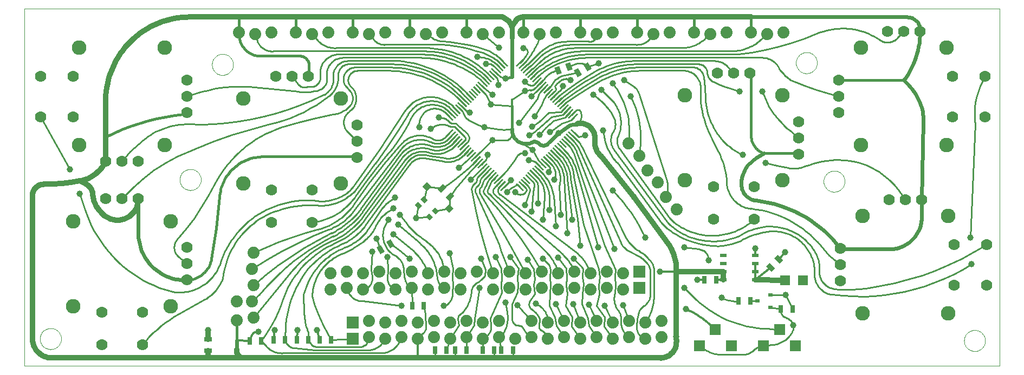
<source format=gtl>
G75*
G70*
%OFA0B0*%
%FSLAX24Y24*%
%IPPOS*%
%LPD*%
%AMOC8*
5,1,8,0,0,1.08239X$1,22.5*
%
%ADD10C,0.0000*%
%ADD11R,0.0315X0.0472*%
%ADD12R,0.0397X0.0397*%
%ADD13R,0.0276X0.0354*%
%ADD14C,0.0900*%
%ADD15C,0.0700*%
%ADD16C,0.0740*%
%ADD17R,0.0594X0.0594*%
%ADD18R,0.0709X0.0709*%
%ADD19R,0.0740X0.0740*%
%ADD20R,0.0591X0.0098*%
%ADD21R,0.0394X0.0197*%
%ADD22R,0.0472X0.0315*%
%ADD23R,0.0276X0.0236*%
%ADD24C,0.0160*%
%ADD25C,0.0320*%
%ADD26C,0.0240*%
%ADD27C,0.0120*%
%ADD28C,0.0396*%
%ADD29C,0.0090*%
%ADD30C,0.0300*%
D10*
X005191Y007690D02*
X005191Y029690D01*
X012191Y029690D01*
X058191Y029690D01*
X065193Y029690D01*
X065191Y020690D01*
X065183Y007690D01*
X005191Y007690D01*
X006153Y009373D02*
X006155Y009423D01*
X006161Y009473D01*
X006171Y009523D01*
X006184Y009571D01*
X006201Y009619D01*
X006222Y009665D01*
X006246Y009709D01*
X006274Y009751D01*
X006305Y009791D01*
X006339Y009828D01*
X006376Y009863D01*
X006415Y009894D01*
X006456Y009923D01*
X006500Y009948D01*
X006546Y009970D01*
X006593Y009988D01*
X006641Y010002D01*
X006690Y010013D01*
X006740Y010020D01*
X006790Y010023D01*
X006841Y010022D01*
X006891Y010017D01*
X006941Y010008D01*
X006989Y009996D01*
X007037Y009979D01*
X007083Y009959D01*
X007128Y009936D01*
X007171Y009909D01*
X007211Y009879D01*
X007249Y009846D01*
X007284Y009810D01*
X007317Y009771D01*
X007346Y009730D01*
X007372Y009687D01*
X007395Y009642D01*
X007414Y009595D01*
X007429Y009547D01*
X007441Y009498D01*
X007449Y009448D01*
X007453Y009398D01*
X007453Y009348D01*
X007449Y009298D01*
X007441Y009248D01*
X007429Y009199D01*
X007414Y009151D01*
X007395Y009104D01*
X007372Y009059D01*
X007346Y009016D01*
X007317Y008975D01*
X007284Y008936D01*
X007249Y008900D01*
X007211Y008867D01*
X007171Y008837D01*
X007128Y008810D01*
X007083Y008787D01*
X007037Y008767D01*
X006989Y008750D01*
X006941Y008738D01*
X006891Y008729D01*
X006841Y008724D01*
X006790Y008723D01*
X006740Y008726D01*
X006690Y008733D01*
X006641Y008744D01*
X006593Y008758D01*
X006546Y008776D01*
X006500Y008798D01*
X006456Y008823D01*
X006415Y008852D01*
X006376Y008883D01*
X006339Y008918D01*
X006305Y008955D01*
X006274Y008995D01*
X006246Y009037D01*
X006222Y009081D01*
X006201Y009127D01*
X006184Y009175D01*
X006171Y009223D01*
X006161Y009273D01*
X006155Y009323D01*
X006153Y009373D01*
X014753Y019173D02*
X014755Y019223D01*
X014761Y019273D01*
X014771Y019323D01*
X014784Y019371D01*
X014801Y019419D01*
X014822Y019465D01*
X014846Y019509D01*
X014874Y019551D01*
X014905Y019591D01*
X014939Y019628D01*
X014976Y019663D01*
X015015Y019694D01*
X015056Y019723D01*
X015100Y019748D01*
X015146Y019770D01*
X015193Y019788D01*
X015241Y019802D01*
X015290Y019813D01*
X015340Y019820D01*
X015390Y019823D01*
X015441Y019822D01*
X015491Y019817D01*
X015541Y019808D01*
X015589Y019796D01*
X015637Y019779D01*
X015683Y019759D01*
X015728Y019736D01*
X015771Y019709D01*
X015811Y019679D01*
X015849Y019646D01*
X015884Y019610D01*
X015917Y019571D01*
X015946Y019530D01*
X015972Y019487D01*
X015995Y019442D01*
X016014Y019395D01*
X016029Y019347D01*
X016041Y019298D01*
X016049Y019248D01*
X016053Y019198D01*
X016053Y019148D01*
X016049Y019098D01*
X016041Y019048D01*
X016029Y018999D01*
X016014Y018951D01*
X015995Y018904D01*
X015972Y018859D01*
X015946Y018816D01*
X015917Y018775D01*
X015884Y018736D01*
X015849Y018700D01*
X015811Y018667D01*
X015771Y018637D01*
X015728Y018610D01*
X015683Y018587D01*
X015637Y018567D01*
X015589Y018550D01*
X015541Y018538D01*
X015491Y018529D01*
X015441Y018524D01*
X015390Y018523D01*
X015340Y018526D01*
X015290Y018533D01*
X015241Y018544D01*
X015193Y018558D01*
X015146Y018576D01*
X015100Y018598D01*
X015056Y018623D01*
X015015Y018652D01*
X014976Y018683D01*
X014939Y018718D01*
X014905Y018755D01*
X014874Y018795D01*
X014846Y018837D01*
X014822Y018881D01*
X014801Y018927D01*
X014784Y018975D01*
X014771Y019023D01*
X014761Y019073D01*
X014755Y019123D01*
X014753Y019173D01*
X016736Y026263D02*
X016738Y026313D01*
X016744Y026363D01*
X016754Y026413D01*
X016767Y026461D01*
X016784Y026509D01*
X016805Y026555D01*
X016829Y026599D01*
X016857Y026641D01*
X016888Y026681D01*
X016922Y026718D01*
X016959Y026753D01*
X016998Y026784D01*
X017039Y026813D01*
X017083Y026838D01*
X017129Y026860D01*
X017176Y026878D01*
X017224Y026892D01*
X017273Y026903D01*
X017323Y026910D01*
X017373Y026913D01*
X017424Y026912D01*
X017474Y026907D01*
X017524Y026898D01*
X017572Y026886D01*
X017620Y026869D01*
X017666Y026849D01*
X017711Y026826D01*
X017754Y026799D01*
X017794Y026769D01*
X017832Y026736D01*
X017867Y026700D01*
X017900Y026661D01*
X017929Y026620D01*
X017955Y026577D01*
X017978Y026532D01*
X017997Y026485D01*
X018012Y026437D01*
X018024Y026388D01*
X018032Y026338D01*
X018036Y026288D01*
X018036Y026238D01*
X018032Y026188D01*
X018024Y026138D01*
X018012Y026089D01*
X017997Y026041D01*
X017978Y025994D01*
X017955Y025949D01*
X017929Y025906D01*
X017900Y025865D01*
X017867Y025826D01*
X017832Y025790D01*
X017794Y025757D01*
X017754Y025727D01*
X017711Y025700D01*
X017666Y025677D01*
X017620Y025657D01*
X017572Y025640D01*
X017524Y025628D01*
X017474Y025619D01*
X017424Y025614D01*
X017373Y025613D01*
X017323Y025616D01*
X017273Y025623D01*
X017224Y025634D01*
X017176Y025648D01*
X017129Y025666D01*
X017083Y025688D01*
X017039Y025713D01*
X016998Y025742D01*
X016959Y025773D01*
X016922Y025808D01*
X016888Y025845D01*
X016857Y025885D01*
X016829Y025927D01*
X016805Y025971D01*
X016784Y026017D01*
X016767Y026065D01*
X016754Y026113D01*
X016744Y026163D01*
X016738Y026213D01*
X016736Y026263D01*
X052663Y026370D02*
X052665Y026420D01*
X052671Y026470D01*
X052681Y026520D01*
X052694Y026568D01*
X052711Y026616D01*
X052732Y026662D01*
X052756Y026706D01*
X052784Y026748D01*
X052815Y026788D01*
X052849Y026825D01*
X052886Y026860D01*
X052925Y026891D01*
X052966Y026920D01*
X053010Y026945D01*
X053056Y026967D01*
X053103Y026985D01*
X053151Y026999D01*
X053200Y027010D01*
X053250Y027017D01*
X053300Y027020D01*
X053351Y027019D01*
X053401Y027014D01*
X053451Y027005D01*
X053499Y026993D01*
X053547Y026976D01*
X053593Y026956D01*
X053638Y026933D01*
X053681Y026906D01*
X053721Y026876D01*
X053759Y026843D01*
X053794Y026807D01*
X053827Y026768D01*
X053856Y026727D01*
X053882Y026684D01*
X053905Y026639D01*
X053924Y026592D01*
X053939Y026544D01*
X053951Y026495D01*
X053959Y026445D01*
X053963Y026395D01*
X053963Y026345D01*
X053959Y026295D01*
X053951Y026245D01*
X053939Y026196D01*
X053924Y026148D01*
X053905Y026101D01*
X053882Y026056D01*
X053856Y026013D01*
X053827Y025972D01*
X053794Y025933D01*
X053759Y025897D01*
X053721Y025864D01*
X053681Y025834D01*
X053638Y025807D01*
X053593Y025784D01*
X053547Y025764D01*
X053499Y025747D01*
X053451Y025735D01*
X053401Y025726D01*
X053351Y025721D01*
X053300Y025720D01*
X053250Y025723D01*
X053200Y025730D01*
X053151Y025741D01*
X053103Y025755D01*
X053056Y025773D01*
X053010Y025795D01*
X052966Y025820D01*
X052925Y025849D01*
X052886Y025880D01*
X052849Y025915D01*
X052815Y025952D01*
X052784Y025992D01*
X052756Y026034D01*
X052732Y026078D01*
X052711Y026124D01*
X052694Y026172D01*
X052681Y026220D01*
X052671Y026270D01*
X052665Y026320D01*
X052663Y026370D01*
X054363Y019070D02*
X054365Y019120D01*
X054371Y019170D01*
X054381Y019220D01*
X054394Y019268D01*
X054411Y019316D01*
X054432Y019362D01*
X054456Y019406D01*
X054484Y019448D01*
X054515Y019488D01*
X054549Y019525D01*
X054586Y019560D01*
X054625Y019591D01*
X054666Y019620D01*
X054710Y019645D01*
X054756Y019667D01*
X054803Y019685D01*
X054851Y019699D01*
X054900Y019710D01*
X054950Y019717D01*
X055000Y019720D01*
X055051Y019719D01*
X055101Y019714D01*
X055151Y019705D01*
X055199Y019693D01*
X055247Y019676D01*
X055293Y019656D01*
X055338Y019633D01*
X055381Y019606D01*
X055421Y019576D01*
X055459Y019543D01*
X055494Y019507D01*
X055527Y019468D01*
X055556Y019427D01*
X055582Y019384D01*
X055605Y019339D01*
X055624Y019292D01*
X055639Y019244D01*
X055651Y019195D01*
X055659Y019145D01*
X055663Y019095D01*
X055663Y019045D01*
X055659Y018995D01*
X055651Y018945D01*
X055639Y018896D01*
X055624Y018848D01*
X055605Y018801D01*
X055582Y018756D01*
X055556Y018713D01*
X055527Y018672D01*
X055494Y018633D01*
X055459Y018597D01*
X055421Y018564D01*
X055381Y018534D01*
X055338Y018507D01*
X055293Y018484D01*
X055247Y018464D01*
X055199Y018447D01*
X055151Y018435D01*
X055101Y018426D01*
X055051Y018421D01*
X055000Y018420D01*
X054950Y018423D01*
X054900Y018430D01*
X054851Y018441D01*
X054803Y018455D01*
X054756Y018473D01*
X054710Y018495D01*
X054666Y018520D01*
X054625Y018549D01*
X054586Y018580D01*
X054549Y018615D01*
X054515Y018652D01*
X054484Y018692D01*
X054456Y018734D01*
X054432Y018778D01*
X054411Y018824D01*
X054394Y018872D01*
X054381Y018920D01*
X054371Y018970D01*
X054365Y019020D01*
X054363Y019070D01*
X063006Y009254D02*
X063008Y009304D01*
X063014Y009354D01*
X063024Y009404D01*
X063037Y009452D01*
X063054Y009500D01*
X063075Y009546D01*
X063099Y009590D01*
X063127Y009632D01*
X063158Y009672D01*
X063192Y009709D01*
X063229Y009744D01*
X063268Y009775D01*
X063309Y009804D01*
X063353Y009829D01*
X063399Y009851D01*
X063446Y009869D01*
X063494Y009883D01*
X063543Y009894D01*
X063593Y009901D01*
X063643Y009904D01*
X063694Y009903D01*
X063744Y009898D01*
X063794Y009889D01*
X063842Y009877D01*
X063890Y009860D01*
X063936Y009840D01*
X063981Y009817D01*
X064024Y009790D01*
X064064Y009760D01*
X064102Y009727D01*
X064137Y009691D01*
X064170Y009652D01*
X064199Y009611D01*
X064225Y009568D01*
X064248Y009523D01*
X064267Y009476D01*
X064282Y009428D01*
X064294Y009379D01*
X064302Y009329D01*
X064306Y009279D01*
X064306Y009229D01*
X064302Y009179D01*
X064294Y009129D01*
X064282Y009080D01*
X064267Y009032D01*
X064248Y008985D01*
X064225Y008940D01*
X064199Y008897D01*
X064170Y008856D01*
X064137Y008817D01*
X064102Y008781D01*
X064064Y008748D01*
X064024Y008718D01*
X063981Y008691D01*
X063936Y008668D01*
X063890Y008648D01*
X063842Y008631D01*
X063794Y008619D01*
X063744Y008610D01*
X063694Y008605D01*
X063643Y008604D01*
X063593Y008607D01*
X063543Y008614D01*
X063494Y008625D01*
X063446Y008639D01*
X063399Y008657D01*
X063353Y008679D01*
X063309Y008704D01*
X063268Y008733D01*
X063229Y008764D01*
X063192Y008799D01*
X063158Y008836D01*
X063127Y008876D01*
X063099Y008918D01*
X063075Y008962D01*
X063054Y009008D01*
X063037Y009056D01*
X063024Y009104D01*
X063014Y009154D01*
X063008Y009204D01*
X063006Y009254D01*
D11*
X052445Y011190D03*
X051736Y011190D03*
X049845Y011690D03*
X049136Y011690D03*
X047745Y012990D03*
X047036Y012990D03*
G36*
X050834Y013824D02*
X051056Y014046D01*
X051388Y013714D01*
X051166Y013492D01*
X050834Y013824D01*
G37*
G36*
X051335Y014325D02*
X051557Y014547D01*
X051889Y014215D01*
X051667Y013993D01*
X051335Y014325D01*
G37*
X035245Y008670D03*
X034536Y008670D03*
X034091Y008679D03*
X033383Y008679D03*
X032398Y008672D03*
X031690Y008672D03*
X031155Y008670D03*
X030446Y008670D03*
X029760Y011400D03*
X029051Y011400D03*
X024057Y009311D03*
X023349Y009311D03*
X022661Y009316D03*
X021953Y009316D03*
X021232Y009292D03*
X020524Y009292D03*
X019754Y009244D03*
X019045Y009244D03*
G36*
X026854Y014990D02*
X027124Y015147D01*
X027360Y014740D01*
X027090Y014583D01*
X026854Y014990D01*
G37*
G36*
X027467Y015345D02*
X027737Y015502D01*
X027973Y015095D01*
X027703Y014938D01*
X027467Y015345D01*
G37*
G36*
X031321Y017857D02*
X031099Y018079D01*
X031431Y018411D01*
X031653Y018189D01*
X031321Y017857D01*
G37*
G36*
X030820Y018358D02*
X030598Y018580D01*
X030930Y018912D01*
X031152Y018690D01*
X030820Y018358D01*
G37*
G36*
X037790Y026067D02*
X038084Y026174D01*
X038246Y025731D01*
X037952Y025624D01*
X037790Y026067D01*
G37*
G36*
X038456Y026309D02*
X038750Y026416D01*
X038912Y025973D01*
X038618Y025866D01*
X038456Y026309D01*
G37*
G36*
X038984Y025896D02*
X039254Y026053D01*
X039490Y025646D01*
X039220Y025489D01*
X038984Y025896D01*
G37*
G36*
X039597Y026250D02*
X039867Y026407D01*
X040103Y026000D01*
X039833Y025843D01*
X039597Y026250D01*
G37*
D12*
G36*
X029964Y018475D02*
X029684Y018755D01*
X029964Y019035D01*
X030244Y018755D01*
X029964Y018475D01*
G37*
G36*
X031323Y017117D02*
X031043Y017397D01*
X031323Y017677D01*
X031603Y017397D01*
X031323Y017117D01*
G37*
D13*
G36*
X030251Y017281D02*
X030446Y017476D01*
X030695Y017227D01*
X030500Y017032D01*
X030251Y017281D01*
G37*
G36*
X029560Y017972D02*
X029755Y018167D01*
X030004Y017918D01*
X029809Y017723D01*
X029560Y017972D01*
G37*
G36*
X029198Y017611D02*
X029393Y017806D01*
X029642Y017557D01*
X029447Y017362D01*
X029198Y017611D01*
G37*
G36*
X029890Y016919D02*
X030085Y017114D01*
X030334Y016865D01*
X030139Y016670D01*
X029890Y016919D01*
G37*
D14*
X024652Y018927D03*
X018652Y018927D03*
X014191Y016615D03*
X008191Y016615D03*
X008566Y021290D03*
X013816Y021290D03*
X018652Y024177D03*
X013816Y027290D03*
X008566Y027290D03*
X024652Y024177D03*
X045839Y024374D03*
X051839Y024374D03*
X056666Y027290D03*
X061916Y027290D03*
X061916Y021290D03*
X056666Y021290D03*
X051839Y019124D03*
X056766Y016936D03*
X062016Y016936D03*
X062016Y010936D03*
X056766Y010936D03*
X045839Y019124D03*
X014191Y011365D03*
X008191Y011365D03*
D15*
X009941Y010990D03*
X012441Y010990D03*
X012441Y008990D03*
X009941Y008990D03*
X015191Y012990D03*
X015191Y013990D03*
X015191Y014990D03*
X020402Y016552D03*
X022902Y016552D03*
X022902Y018552D03*
X020402Y018552D03*
X025652Y020552D03*
X025652Y021552D03*
X025652Y022552D03*
X022652Y025552D03*
X021652Y025552D03*
X020652Y025552D03*
X015191Y025290D03*
X015191Y024290D03*
X015191Y023290D03*
X012191Y020290D03*
X011191Y020290D03*
X010191Y020290D03*
X010191Y017990D03*
X011191Y017990D03*
X012191Y017990D03*
X008191Y023040D03*
X006191Y023040D03*
X006191Y025540D03*
X008191Y025540D03*
X047839Y025749D03*
X048839Y025749D03*
X049839Y025749D03*
X055291Y025290D03*
X055291Y024290D03*
X055291Y023290D03*
X052839Y022749D03*
X052839Y021749D03*
X052839Y020749D03*
X050089Y018749D03*
X047589Y018749D03*
X047589Y016749D03*
X050089Y016749D03*
X055391Y014936D03*
X055391Y013936D03*
X055391Y012936D03*
X062391Y012686D03*
X064391Y012686D03*
X064391Y015186D03*
X062391Y015186D03*
X060391Y017936D03*
X059391Y017936D03*
X058391Y017936D03*
X062291Y023040D03*
X064291Y023040D03*
X064291Y025540D03*
X062291Y025540D03*
X060291Y028290D03*
X059291Y028290D03*
X058291Y028290D03*
D16*
X051891Y028240D03*
X050891Y028140D03*
X049891Y028240D03*
X048391Y028240D03*
X047391Y028140D03*
X046391Y028240D03*
X044891Y028240D03*
X043891Y028140D03*
X042891Y028240D03*
X041391Y028240D03*
X040391Y028140D03*
X039391Y028240D03*
X037891Y028240D03*
X036891Y028140D03*
X035891Y028240D03*
X034391Y028240D03*
X033391Y028140D03*
X032391Y028240D03*
X030891Y028240D03*
X029891Y028140D03*
X028891Y028240D03*
X027391Y028240D03*
X026391Y028140D03*
X025391Y028240D03*
X023891Y028240D03*
X022891Y028140D03*
X021891Y028240D03*
X020391Y028240D03*
X019391Y028140D03*
X018391Y028240D03*
X042372Y021394D03*
X043027Y020632D03*
X043519Y019756D03*
X044174Y018994D03*
X044666Y018117D03*
X045321Y017356D03*
X042039Y013390D03*
X041039Y013490D03*
X040039Y013390D03*
X039039Y013490D03*
X038039Y013390D03*
X037039Y013490D03*
X036039Y013390D03*
X035039Y013490D03*
X034039Y013390D03*
X033039Y013490D03*
X032039Y013390D03*
X031039Y013490D03*
X030039Y013390D03*
X029039Y013490D03*
X028039Y013390D03*
X027039Y013490D03*
X026039Y013390D03*
X025039Y013490D03*
X024039Y013390D03*
X024039Y012390D03*
X025039Y012490D03*
X026039Y012390D03*
X027039Y012490D03*
X028039Y012390D03*
X029039Y012490D03*
X030039Y012390D03*
X031039Y012490D03*
X032039Y012390D03*
X034039Y012390D03*
X035039Y012490D03*
X036039Y012390D03*
X037039Y012490D03*
X038039Y012390D03*
X039039Y012490D03*
X040039Y012390D03*
X041039Y012490D03*
X042039Y012390D03*
X042377Y010480D03*
X043377Y010380D03*
X044377Y010480D03*
X044377Y009480D03*
X043377Y009380D03*
X042377Y009480D03*
X041377Y009380D03*
X040377Y009480D03*
X039377Y009380D03*
X038377Y009480D03*
X037377Y009380D03*
X036377Y009480D03*
X035377Y009380D03*
X034377Y009480D03*
X033377Y009380D03*
X032377Y009480D03*
X031377Y009380D03*
X030377Y009480D03*
X029377Y009380D03*
X028377Y009480D03*
X027377Y009380D03*
X026377Y009480D03*
X026377Y010480D03*
X027377Y010380D03*
X028377Y010480D03*
X029377Y010380D03*
X030377Y010480D03*
X031377Y010380D03*
X032377Y010480D03*
X033377Y010380D03*
X034377Y010480D03*
X036377Y010480D03*
X037377Y010380D03*
X038377Y010480D03*
X039377Y010380D03*
X040377Y010480D03*
X041377Y010380D03*
X019299Y010674D03*
X018241Y010520D03*
X018241Y011660D03*
X019199Y011674D03*
X019299Y012674D03*
X019199Y013674D03*
X019299Y014674D03*
D17*
X051985Y012986D03*
X053103Y012986D03*
D18*
X051654Y009926D03*
X052638Y008941D03*
X050669Y008941D03*
X048680Y008941D03*
X047696Y009926D03*
X046712Y008941D03*
D19*
X043039Y012490D03*
X043039Y013490D03*
X025377Y010380D03*
X025377Y009380D03*
D20*
G36*
X034947Y018892D02*
X034531Y018476D01*
X034461Y018546D01*
X034877Y018962D01*
X034947Y018892D01*
G37*
G36*
X034808Y019031D02*
X034392Y018615D01*
X034322Y018685D01*
X034738Y019101D01*
X034808Y019031D01*
G37*
G36*
X034669Y019170D02*
X034253Y018754D01*
X034183Y018824D01*
X034599Y019240D01*
X034669Y019170D01*
G37*
G36*
X034529Y019309D02*
X034113Y018893D01*
X034043Y018963D01*
X034459Y019379D01*
X034529Y019309D01*
G37*
G36*
X034390Y019448D02*
X033974Y019032D01*
X033904Y019102D01*
X034320Y019518D01*
X034390Y019448D01*
G37*
G36*
X034251Y019588D02*
X033835Y019172D01*
X033765Y019242D01*
X034181Y019658D01*
X034251Y019588D01*
G37*
G36*
X034112Y019727D02*
X033696Y019311D01*
X033626Y019381D01*
X034042Y019797D01*
X034112Y019727D01*
G37*
G36*
X033973Y019866D02*
X033557Y019450D01*
X033487Y019520D01*
X033903Y019936D01*
X033973Y019866D01*
G37*
G36*
X033833Y020005D02*
X033417Y019589D01*
X033347Y019659D01*
X033763Y020075D01*
X033833Y020005D01*
G37*
G36*
X033694Y020144D02*
X033278Y019728D01*
X033208Y019798D01*
X033624Y020214D01*
X033694Y020144D01*
G37*
G36*
X033555Y020284D02*
X033139Y019868D01*
X033069Y019938D01*
X033485Y020354D01*
X033555Y020284D01*
G37*
G36*
X033416Y020423D02*
X033000Y020007D01*
X032930Y020077D01*
X033346Y020493D01*
X033416Y020423D01*
G37*
G36*
X033277Y020562D02*
X032861Y020146D01*
X032791Y020216D01*
X033207Y020632D01*
X033277Y020562D01*
G37*
G36*
X033137Y020701D02*
X032721Y020285D01*
X032651Y020355D01*
X033067Y020771D01*
X033137Y020701D01*
G37*
G36*
X032998Y020840D02*
X032582Y020424D01*
X032512Y020494D01*
X032928Y020910D01*
X032998Y020840D01*
G37*
G36*
X032859Y020980D02*
X032443Y020564D01*
X032373Y020634D01*
X032789Y021050D01*
X032859Y020980D01*
G37*
G36*
X032720Y021119D02*
X032304Y020703D01*
X032234Y020773D01*
X032650Y021189D01*
X032720Y021119D01*
G37*
G36*
X032581Y021258D02*
X032165Y020842D01*
X032095Y020912D01*
X032511Y021328D01*
X032581Y021258D01*
G37*
G36*
X032442Y021397D02*
X032026Y020981D01*
X031956Y021051D01*
X032372Y021467D01*
X032442Y021397D01*
G37*
G36*
X032302Y021536D02*
X031886Y021120D01*
X031816Y021190D01*
X032232Y021606D01*
X032302Y021536D01*
G37*
G36*
X032163Y021676D02*
X031747Y021260D01*
X031677Y021330D01*
X032093Y021746D01*
X032163Y021676D01*
G37*
G36*
X032024Y021815D02*
X031608Y021399D01*
X031538Y021469D01*
X031954Y021885D01*
X032024Y021815D01*
G37*
G36*
X031885Y021954D02*
X031469Y021538D01*
X031399Y021608D01*
X031815Y022024D01*
X031885Y021954D01*
G37*
G36*
X031746Y022093D02*
X031330Y021677D01*
X031260Y021747D01*
X031676Y022163D01*
X031746Y022093D01*
G37*
G36*
X031606Y022232D02*
X031190Y021816D01*
X031120Y021886D01*
X031536Y022302D01*
X031606Y022232D01*
G37*
G36*
X031536Y022791D02*
X031120Y023207D01*
X031190Y023277D01*
X031606Y022861D01*
X031536Y022791D01*
G37*
G36*
X031676Y022930D02*
X031260Y023346D01*
X031330Y023416D01*
X031746Y023000D01*
X031676Y022930D01*
G37*
G36*
X031815Y023069D02*
X031399Y023485D01*
X031469Y023555D01*
X031885Y023139D01*
X031815Y023069D01*
G37*
G36*
X031954Y023208D02*
X031538Y023624D01*
X031608Y023694D01*
X032024Y023278D01*
X031954Y023208D01*
G37*
G36*
X032093Y023347D02*
X031677Y023763D01*
X031747Y023833D01*
X032163Y023417D01*
X032093Y023347D01*
G37*
G36*
X032232Y023487D02*
X031816Y023903D01*
X031886Y023973D01*
X032302Y023557D01*
X032232Y023487D01*
G37*
G36*
X032372Y023626D02*
X031956Y024042D01*
X032026Y024112D01*
X032442Y023696D01*
X032372Y023626D01*
G37*
G36*
X032511Y023765D02*
X032095Y024181D01*
X032165Y024251D01*
X032581Y023835D01*
X032511Y023765D01*
G37*
G36*
X032650Y023904D02*
X032234Y024320D01*
X032304Y024390D01*
X032720Y023974D01*
X032650Y023904D01*
G37*
G36*
X032789Y024043D02*
X032373Y024459D01*
X032443Y024529D01*
X032859Y024113D01*
X032789Y024043D01*
G37*
G36*
X032928Y024183D02*
X032512Y024599D01*
X032582Y024669D01*
X032998Y024253D01*
X032928Y024183D01*
G37*
G36*
X033067Y024322D02*
X032651Y024738D01*
X032721Y024808D01*
X033137Y024392D01*
X033067Y024322D01*
G37*
G36*
X033207Y024461D02*
X032791Y024877D01*
X032861Y024947D01*
X033277Y024531D01*
X033207Y024461D01*
G37*
G36*
X033346Y024600D02*
X032930Y025016D01*
X033000Y025086D01*
X033416Y024670D01*
X033346Y024600D01*
G37*
G36*
X033485Y024739D02*
X033069Y025155D01*
X033139Y025225D01*
X033555Y024809D01*
X033485Y024739D01*
G37*
G36*
X033624Y024879D02*
X033208Y025295D01*
X033278Y025365D01*
X033694Y024949D01*
X033624Y024879D01*
G37*
G36*
X033763Y025018D02*
X033347Y025434D01*
X033417Y025504D01*
X033833Y025088D01*
X033763Y025018D01*
G37*
G36*
X033903Y025157D02*
X033487Y025573D01*
X033557Y025643D01*
X033973Y025227D01*
X033903Y025157D01*
G37*
G36*
X034042Y025296D02*
X033626Y025712D01*
X033696Y025782D01*
X034112Y025366D01*
X034042Y025296D01*
G37*
G36*
X034181Y025435D02*
X033765Y025851D01*
X033835Y025921D01*
X034251Y025505D01*
X034181Y025435D01*
G37*
G36*
X034320Y025575D02*
X033904Y025991D01*
X033974Y026061D01*
X034390Y025645D01*
X034320Y025575D01*
G37*
G36*
X034459Y025714D02*
X034043Y026130D01*
X034113Y026200D01*
X034529Y025784D01*
X034459Y025714D01*
G37*
G36*
X034599Y025853D02*
X034183Y026269D01*
X034253Y026339D01*
X034669Y025923D01*
X034599Y025853D01*
G37*
G36*
X034738Y025992D02*
X034322Y026408D01*
X034392Y026478D01*
X034808Y026062D01*
X034738Y025992D01*
G37*
G36*
X034877Y026131D02*
X034461Y026547D01*
X034531Y026617D01*
X034947Y026201D01*
X034877Y026131D01*
G37*
G36*
X035435Y026201D02*
X035851Y026617D01*
X035921Y026547D01*
X035505Y026131D01*
X035435Y026201D01*
G37*
G36*
X035575Y026062D02*
X035991Y026478D01*
X036061Y026408D01*
X035645Y025992D01*
X035575Y026062D01*
G37*
G36*
X035714Y025923D02*
X036130Y026339D01*
X036200Y026269D01*
X035784Y025853D01*
X035714Y025923D01*
G37*
G36*
X035853Y025784D02*
X036269Y026200D01*
X036339Y026130D01*
X035923Y025714D01*
X035853Y025784D01*
G37*
G36*
X035992Y025645D02*
X036408Y026061D01*
X036478Y025991D01*
X036062Y025575D01*
X035992Y025645D01*
G37*
G36*
X036131Y025505D02*
X036547Y025921D01*
X036617Y025851D01*
X036201Y025435D01*
X036131Y025505D01*
G37*
G36*
X036271Y025366D02*
X036687Y025782D01*
X036757Y025712D01*
X036341Y025296D01*
X036271Y025366D01*
G37*
G36*
X036410Y025227D02*
X036826Y025643D01*
X036896Y025573D01*
X036480Y025157D01*
X036410Y025227D01*
G37*
G36*
X036549Y025088D02*
X036965Y025504D01*
X037035Y025434D01*
X036619Y025018D01*
X036549Y025088D01*
G37*
G36*
X036688Y024949D02*
X037104Y025365D01*
X037174Y025295D01*
X036758Y024879D01*
X036688Y024949D01*
G37*
G36*
X036827Y024809D02*
X037243Y025225D01*
X037313Y025155D01*
X036897Y024739D01*
X036827Y024809D01*
G37*
G36*
X036966Y024670D02*
X037382Y025086D01*
X037452Y025016D01*
X037036Y024600D01*
X036966Y024670D01*
G37*
G36*
X037106Y024531D02*
X037522Y024947D01*
X037592Y024877D01*
X037176Y024461D01*
X037106Y024531D01*
G37*
G36*
X037245Y024392D02*
X037661Y024808D01*
X037731Y024738D01*
X037315Y024322D01*
X037245Y024392D01*
G37*
G36*
X037384Y024253D02*
X037800Y024669D01*
X037870Y024599D01*
X037454Y024183D01*
X037384Y024253D01*
G37*
G36*
X037523Y024113D02*
X037939Y024529D01*
X038009Y024459D01*
X037593Y024043D01*
X037523Y024113D01*
G37*
G36*
X037662Y023974D02*
X038078Y024390D01*
X038148Y024320D01*
X037732Y023904D01*
X037662Y023974D01*
G37*
G36*
X037802Y023835D02*
X038218Y024251D01*
X038288Y024181D01*
X037872Y023765D01*
X037802Y023835D01*
G37*
G36*
X037941Y023696D02*
X038357Y024112D01*
X038427Y024042D01*
X038011Y023626D01*
X037941Y023696D01*
G37*
G36*
X038080Y023557D02*
X038496Y023973D01*
X038566Y023903D01*
X038150Y023487D01*
X038080Y023557D01*
G37*
G36*
X038219Y023417D02*
X038635Y023833D01*
X038705Y023763D01*
X038289Y023347D01*
X038219Y023417D01*
G37*
G36*
X038358Y023278D02*
X038774Y023694D01*
X038844Y023624D01*
X038428Y023208D01*
X038358Y023278D01*
G37*
G36*
X038498Y023139D02*
X038914Y023555D01*
X038984Y023485D01*
X038568Y023069D01*
X038498Y023139D01*
G37*
G36*
X038637Y023000D02*
X039053Y023416D01*
X039123Y023346D01*
X038707Y022930D01*
X038637Y023000D01*
G37*
G36*
X038776Y022861D02*
X039192Y023277D01*
X039262Y023207D01*
X038846Y022791D01*
X038776Y022861D01*
G37*
G36*
X038846Y022302D02*
X039262Y021886D01*
X039192Y021816D01*
X038776Y022232D01*
X038846Y022302D01*
G37*
G36*
X038707Y022163D02*
X039123Y021747D01*
X039053Y021677D01*
X038637Y022093D01*
X038707Y022163D01*
G37*
G36*
X038568Y022024D02*
X038984Y021608D01*
X038914Y021538D01*
X038498Y021954D01*
X038568Y022024D01*
G37*
G36*
X038428Y021885D02*
X038844Y021469D01*
X038774Y021399D01*
X038358Y021815D01*
X038428Y021885D01*
G37*
G36*
X038289Y021746D02*
X038705Y021330D01*
X038635Y021260D01*
X038219Y021676D01*
X038289Y021746D01*
G37*
G36*
X038150Y021606D02*
X038566Y021190D01*
X038496Y021120D01*
X038080Y021536D01*
X038150Y021606D01*
G37*
G36*
X038011Y021467D02*
X038427Y021051D01*
X038357Y020981D01*
X037941Y021397D01*
X038011Y021467D01*
G37*
G36*
X037872Y021328D02*
X038288Y020912D01*
X038218Y020842D01*
X037802Y021258D01*
X037872Y021328D01*
G37*
G36*
X037732Y021189D02*
X038148Y020773D01*
X038078Y020703D01*
X037662Y021119D01*
X037732Y021189D01*
G37*
G36*
X037593Y021050D02*
X038009Y020634D01*
X037939Y020564D01*
X037523Y020980D01*
X037593Y021050D01*
G37*
G36*
X037454Y020910D02*
X037870Y020494D01*
X037800Y020424D01*
X037384Y020840D01*
X037454Y020910D01*
G37*
G36*
X037315Y020771D02*
X037731Y020355D01*
X037661Y020285D01*
X037245Y020701D01*
X037315Y020771D01*
G37*
G36*
X037176Y020632D02*
X037592Y020216D01*
X037522Y020146D01*
X037106Y020562D01*
X037176Y020632D01*
G37*
G36*
X037036Y020493D02*
X037452Y020077D01*
X037382Y020007D01*
X036966Y020423D01*
X037036Y020493D01*
G37*
G36*
X036897Y020354D02*
X037313Y019938D01*
X037243Y019868D01*
X036827Y020284D01*
X036897Y020354D01*
G37*
G36*
X036758Y020214D02*
X037174Y019798D01*
X037104Y019728D01*
X036688Y020144D01*
X036758Y020214D01*
G37*
G36*
X036619Y020075D02*
X037035Y019659D01*
X036965Y019589D01*
X036549Y020005D01*
X036619Y020075D01*
G37*
G36*
X036480Y019936D02*
X036896Y019520D01*
X036826Y019450D01*
X036410Y019866D01*
X036480Y019936D01*
G37*
G36*
X036341Y019797D02*
X036757Y019381D01*
X036687Y019311D01*
X036271Y019727D01*
X036341Y019797D01*
G37*
G36*
X036201Y019658D02*
X036617Y019242D01*
X036547Y019172D01*
X036131Y019588D01*
X036201Y019658D01*
G37*
G36*
X036062Y019518D02*
X036478Y019102D01*
X036408Y019032D01*
X035992Y019448D01*
X036062Y019518D01*
G37*
G36*
X035923Y019379D02*
X036339Y018963D01*
X036269Y018893D01*
X035853Y019309D01*
X035923Y019379D01*
G37*
G36*
X035784Y019240D02*
X036200Y018824D01*
X036130Y018754D01*
X035714Y019170D01*
X035784Y019240D01*
G37*
G36*
X035645Y019101D02*
X036061Y018685D01*
X035991Y018615D01*
X035575Y019031D01*
X035645Y019101D01*
G37*
G36*
X035505Y018962D02*
X035921Y018546D01*
X035851Y018476D01*
X035435Y018892D01*
X035505Y018962D01*
G37*
D21*
X048191Y014512D03*
X048191Y014008D03*
X048191Y013504D03*
X048191Y013000D03*
X050151Y013000D03*
X050151Y013504D03*
X050151Y014008D03*
X050151Y014512D03*
D22*
X016491Y009344D03*
X016491Y008636D03*
D23*
X050297Y011690D03*
X051084Y011316D03*
X051084Y012064D03*
D24*
X055491Y014890D02*
X055491Y014936D01*
X055391Y014936D01*
X052839Y020749D02*
X052691Y020749D01*
X052691Y020790D01*
X050691Y020790D01*
X050629Y020812D01*
X050568Y020838D01*
X050508Y020867D01*
X050451Y020900D01*
X050395Y020935D01*
X050342Y020974D01*
X050291Y021016D01*
X050242Y021061D01*
X050196Y021108D01*
X050152Y021158D01*
X050112Y021210D01*
X050075Y021265D01*
X050041Y021321D01*
X050010Y021380D01*
X049982Y021440D01*
X049958Y021501D01*
X049938Y021564D01*
X049921Y021628D01*
X049908Y021693D01*
X049899Y021758D01*
X049893Y021824D01*
X049891Y021890D01*
X049891Y025749D01*
X049839Y025749D01*
X049891Y028240D02*
X049891Y029190D01*
X046391Y029190D02*
X046391Y028240D01*
X042891Y028240D02*
X042891Y029190D01*
X039391Y029190D02*
X039391Y028240D01*
X035891Y028240D02*
X035891Y029190D01*
X032391Y029190D02*
X032391Y028240D01*
X028891Y028240D02*
X028891Y029190D01*
X025391Y029190D02*
X025391Y028240D01*
X022091Y026790D02*
X019691Y026790D01*
X019619Y026794D01*
X019547Y026803D01*
X019475Y026815D01*
X019404Y026831D01*
X019335Y026851D01*
X019266Y026874D01*
X019199Y026902D01*
X019133Y026932D01*
X019069Y026966D01*
X019007Y027004D01*
X018947Y027045D01*
X018890Y027089D01*
X018835Y027136D01*
X018782Y027186D01*
X018732Y027238D01*
X018685Y027294D01*
X018642Y027351D01*
X018601Y027411D01*
X018563Y027473D01*
X018529Y027537D01*
X018499Y027603D01*
X018472Y027670D01*
X018448Y027739D01*
X018428Y027809D01*
X018413Y027879D01*
X018400Y027951D01*
X018392Y028023D01*
X018388Y028095D01*
X018387Y028168D01*
X018391Y028240D01*
X018391Y029190D01*
X021891Y029190D02*
X021891Y028240D01*
X022091Y026790D02*
X022137Y026792D01*
X022182Y026790D01*
X022228Y026785D01*
X022272Y026776D01*
X022316Y026764D01*
X022359Y026747D01*
X022400Y026728D01*
X022439Y026705D01*
X022477Y026678D01*
X022512Y026649D01*
X022544Y026617D01*
X022574Y026583D01*
X022601Y026546D01*
X022624Y026507D01*
X022645Y026466D01*
X022662Y026423D01*
X022675Y026380D01*
X022685Y026335D01*
X022691Y026290D01*
X022691Y025552D01*
X022652Y025552D01*
X015191Y023290D02*
X015091Y023290D01*
X015091Y023190D01*
X014991Y023190D01*
X023991Y020590D02*
X025591Y020590D01*
X025591Y020552D01*
X025652Y020552D01*
X019791Y020590D02*
X019663Y020584D01*
X019536Y020571D01*
X019410Y020553D01*
X019285Y020528D01*
X019161Y020498D01*
X019038Y020462D01*
X018918Y020420D01*
X018799Y020372D01*
X018683Y020318D01*
X018570Y020259D01*
X018460Y020195D01*
X018352Y020126D01*
X018249Y020051D01*
X018149Y019972D01*
X018052Y019888D01*
X017960Y019799D01*
X017873Y019707D01*
X017790Y019610D01*
X017711Y019509D01*
X017638Y019405D01*
X017569Y019297D01*
X017506Y019186D01*
X017448Y019072D01*
X017395Y018956D01*
X017349Y018837D01*
X017307Y018716D01*
X017272Y018593D01*
X017243Y018469D01*
X017219Y018344D01*
X017202Y018217D01*
X017191Y018090D01*
X016691Y014291D02*
X016675Y014215D01*
X016656Y014141D01*
X016634Y014068D01*
X016608Y013996D01*
X016578Y013925D01*
X016546Y013856D01*
X016509Y013788D01*
X016470Y013723D01*
X016427Y013659D01*
X016382Y013597D01*
X016333Y013538D01*
X016282Y013481D01*
X016228Y013427D01*
X016171Y013375D01*
X016112Y013327D01*
X016050Y013281D01*
X015987Y013238D01*
X015921Y013198D01*
X015854Y013162D01*
X015785Y013129D01*
X015714Y013099D01*
X015642Y013073D01*
X015569Y013050D01*
X015494Y013031D01*
X015419Y013015D01*
X015344Y013003D01*
X015267Y012995D01*
X015191Y012991D01*
X018241Y010520D02*
X018250Y009281D01*
X014991Y023190D02*
X014435Y023130D01*
X013882Y023045D01*
X013334Y022936D01*
X012791Y022803D01*
X012254Y022647D01*
X011725Y022467D01*
X011204Y022264D01*
X010692Y022038D01*
X010191Y021790D01*
X017191Y018090D02*
X016984Y016185D01*
X016691Y014290D01*
X035191Y022290D02*
X035191Y023690D01*
X034791Y025390D02*
X035191Y025490D01*
X023991Y020590D02*
X019791Y020590D01*
X055291Y025290D02*
X059291Y025290D01*
D25*
X010191Y024090D02*
X010191Y021790D01*
X010191Y020290D01*
X008991Y018890D02*
X008591Y019090D01*
X008991Y018890D02*
X009035Y018866D01*
X009078Y018839D01*
X009118Y018809D01*
X009156Y018777D01*
X009192Y018741D01*
X009226Y018704D01*
X009257Y018664D01*
X009284Y018622D01*
X009309Y018578D01*
X009331Y018533D01*
X009350Y018486D01*
X009365Y018438D01*
X009377Y018390D01*
X009386Y018340D01*
X009391Y018290D01*
X009891Y017190D02*
X009935Y017135D01*
X009981Y017083D01*
X010031Y017033D01*
X010083Y016986D01*
X010137Y016942D01*
X010194Y016900D01*
X010253Y016862D01*
X010314Y016828D01*
X010377Y016797D01*
X010441Y016769D01*
X010507Y016745D01*
X010574Y016724D01*
X010642Y016707D01*
X010711Y016694D01*
X010781Y016685D01*
X010850Y016680D01*
X010921Y016678D01*
X010991Y016680D01*
X011061Y016686D01*
X011130Y016696D01*
X011199Y016710D01*
X011267Y016728D01*
X011334Y016749D01*
X011399Y016774D01*
X011463Y016802D01*
X011526Y016834D01*
X011586Y016869D01*
X011645Y016908D01*
X011701Y016950D01*
X011755Y016994D01*
X011807Y017042D01*
X011856Y017092D01*
X011902Y017145D01*
X011944Y017201D01*
X011984Y017259D01*
X012021Y017318D01*
X012054Y017380D01*
X012084Y017444D01*
X012110Y017509D01*
X012133Y017575D01*
X012152Y017642D01*
X012167Y017711D01*
X012179Y017780D01*
X012187Y017850D01*
X012191Y017920D01*
X012191Y017990D01*
X009891Y017190D02*
X009834Y017250D01*
X009780Y017312D01*
X009730Y017377D01*
X009682Y017444D01*
X009638Y017513D01*
X009597Y017585D01*
X009559Y017658D01*
X009525Y017733D01*
X009495Y017809D01*
X009468Y017887D01*
X009445Y017966D01*
X009426Y018046D01*
X009410Y018127D01*
X009399Y018208D01*
X009391Y018290D01*
X006391Y018890D02*
X006341Y018888D01*
X006291Y018883D01*
X006242Y018874D01*
X006194Y018862D01*
X006146Y018846D01*
X006100Y018827D01*
X006056Y018804D01*
X006013Y018779D01*
X005972Y018750D01*
X005933Y018719D01*
X005896Y018685D01*
X005862Y018648D01*
X005831Y018609D01*
X005802Y018568D01*
X005777Y018525D01*
X005754Y018481D01*
X005735Y018435D01*
X005719Y018387D01*
X005707Y018339D01*
X005698Y018290D01*
X005693Y018240D01*
X005691Y018190D01*
X005691Y009490D01*
X005687Y009422D01*
X005688Y009353D01*
X005692Y009285D01*
X005700Y009217D01*
X005712Y009149D01*
X005728Y009083D01*
X005748Y009017D01*
X005771Y008953D01*
X005798Y008890D01*
X005828Y008828D01*
X005862Y008769D01*
X005899Y008711D01*
X005940Y008656D01*
X005983Y008603D01*
X006030Y008553D01*
X006079Y008505D01*
X006131Y008460D01*
X006185Y008418D01*
X006242Y008380D01*
X006301Y008345D01*
X006361Y008313D01*
X006424Y008284D01*
X006488Y008260D01*
X006553Y008238D01*
X006619Y008221D01*
X006686Y008208D01*
X006754Y008198D01*
X006823Y008192D01*
X006891Y008190D01*
X016491Y008190D01*
X016491Y008636D01*
X016491Y008190D02*
X018591Y008190D01*
X029391Y008190D01*
X030441Y008190D01*
X031691Y008190D01*
X034091Y008190D01*
X035241Y008190D01*
X044291Y008190D01*
X044351Y008189D01*
X044412Y008193D01*
X044472Y008200D01*
X044532Y008211D01*
X044590Y008226D01*
X044648Y008244D01*
X044705Y008266D01*
X044760Y008291D01*
X044814Y008319D01*
X044865Y008351D01*
X044915Y008386D01*
X044962Y008424D01*
X045007Y008465D01*
X045049Y008508D01*
X045089Y008554D01*
X045126Y008602D01*
X045159Y008653D01*
X045190Y008705D01*
X045217Y008759D01*
X045241Y008815D01*
X045261Y008872D01*
X045278Y008930D01*
X045291Y008990D01*
X045291Y009490D02*
X045291Y013490D01*
X048191Y013490D01*
X048191Y013504D01*
X048191Y013490D02*
X048191Y013000D01*
X050151Y013000D02*
X051985Y012986D01*
X045290Y009490D02*
X045299Y009419D01*
X045305Y009347D01*
X045309Y009276D01*
X045309Y009204D01*
X045305Y009133D01*
X045299Y009061D01*
X045290Y008990D01*
X045290Y013491D02*
X045296Y013619D01*
X045295Y013748D01*
X045288Y013877D01*
X045275Y014005D01*
X045256Y014133D01*
X045231Y014259D01*
X045199Y014384D01*
X045162Y014508D01*
X045119Y014629D01*
X045070Y014748D01*
X045016Y014865D01*
X044956Y014979D01*
X044890Y015090D01*
X042691Y018090D02*
X040691Y020590D01*
X040642Y020636D01*
X040595Y020685D01*
X040551Y020737D01*
X040510Y020791D01*
X040472Y020847D01*
X040437Y020905D01*
X040405Y020965D01*
X040377Y021026D01*
X040352Y021089D01*
X040331Y021154D01*
X040313Y021219D01*
X040299Y021285D01*
X040288Y021352D01*
X040281Y021419D01*
X040278Y021487D01*
X040279Y021555D01*
X040283Y021622D01*
X040291Y021690D01*
X040292Y021749D01*
X040289Y021808D01*
X040283Y021867D01*
X040273Y021925D01*
X040259Y021983D01*
X040241Y022039D01*
X040220Y022095D01*
X040195Y022148D01*
X040166Y022200D01*
X040134Y022250D01*
X040099Y022298D01*
X040061Y022343D01*
X040020Y022386D01*
X039976Y022426D01*
X039930Y022463D01*
X039881Y022496D01*
X039831Y022527D01*
X039778Y022554D01*
X039724Y022578D01*
X039668Y022598D01*
X039611Y022614D01*
X039553Y022626D01*
X039494Y022635D01*
X039435Y022640D01*
X039376Y022641D01*
X039317Y022638D01*
X039258Y022631D01*
X039200Y022620D01*
X035191Y028590D02*
X035171Y028645D01*
X035147Y028699D01*
X035121Y028751D01*
X035090Y028801D01*
X035057Y028850D01*
X035021Y028896D01*
X034982Y028940D01*
X034941Y028981D01*
X034897Y029020D01*
X034851Y029056D01*
X034802Y029089D01*
X034752Y029120D01*
X034700Y029146D01*
X034646Y029170D01*
X034591Y029190D01*
X032391Y029190D01*
X028891Y029190D01*
X025391Y029190D01*
X021891Y029190D01*
X021991Y029190D01*
X021891Y029190D02*
X018391Y029190D01*
X015391Y029190D01*
X008591Y019090D02*
X008045Y019003D01*
X007496Y018940D01*
X006944Y018903D01*
X006391Y018890D01*
X008590Y019090D02*
X008697Y019112D01*
X008803Y019140D01*
X008907Y019172D01*
X009009Y019210D01*
X009110Y019252D01*
X009208Y019299D01*
X009304Y019352D01*
X009397Y019408D01*
X009488Y019469D01*
X009575Y019535D01*
X009659Y019605D01*
X009740Y019678D01*
X009816Y019756D01*
X009889Y019837D01*
X009958Y019921D01*
X010023Y020009D01*
X010084Y020100D01*
X010139Y020194D01*
X010191Y020290D01*
X010191Y024090D02*
X010202Y024342D01*
X010225Y024593D01*
X010261Y024843D01*
X010308Y025090D01*
X010367Y025335D01*
X010438Y025577D01*
X010521Y025815D01*
X010615Y026049D01*
X010721Y026278D01*
X010837Y026502D01*
X010964Y026719D01*
X011102Y026931D01*
X011250Y027135D01*
X011407Y027332D01*
X011574Y027521D01*
X011749Y027702D01*
X011933Y027874D01*
X012126Y028037D01*
X012326Y028191D01*
X012533Y028334D01*
X012747Y028468D01*
X012967Y028591D01*
X013193Y028703D01*
X013424Y028804D01*
X013660Y028893D01*
X013899Y028972D01*
X014143Y029038D01*
X014389Y029093D01*
X014637Y029135D01*
X014887Y029166D01*
X015139Y029184D01*
X015391Y029190D01*
X035191Y028590D02*
X035391Y028890D01*
X035411Y028929D01*
X035435Y028966D01*
X035462Y029002D01*
X035491Y029034D01*
X035524Y029064D01*
X035558Y029092D01*
X035595Y029116D01*
X035634Y029137D01*
X035675Y029155D01*
X035716Y029169D01*
X035759Y029180D01*
X035803Y029187D01*
X035847Y029191D01*
X035891Y029190D01*
X039391Y029190D01*
X042891Y029190D01*
X046391Y029190D01*
X049891Y029190D01*
X016491Y009890D02*
X016491Y009344D01*
X018571Y008190D02*
X018591Y008190D01*
X018570Y008190D02*
X018531Y008206D01*
X018494Y008225D01*
X018458Y008248D01*
X018424Y008274D01*
X018393Y008303D01*
X018365Y008334D01*
X018339Y008368D01*
X018317Y008404D01*
X018298Y008442D01*
X018282Y008481D01*
X018271Y008522D01*
X018262Y008564D01*
X018258Y008606D01*
X018257Y008648D01*
X018260Y008690D01*
X042691Y018090D02*
X044891Y015090D01*
D26*
X049290Y018890D02*
X049292Y018829D01*
X049298Y018768D01*
X049308Y018707D01*
X049321Y018648D01*
X049338Y018589D01*
X049358Y018531D01*
X049382Y018474D01*
X049409Y018419D01*
X049440Y018366D01*
X049473Y018315D01*
X049510Y018266D01*
X049550Y018219D01*
X049592Y018175D01*
X049637Y018133D01*
X049685Y018094D01*
X049734Y018058D01*
X049786Y018025D01*
X049840Y017996D01*
X049895Y017969D01*
X049952Y017946D01*
X050010Y017927D01*
X050069Y017911D01*
X050129Y017899D01*
X050190Y017890D01*
X049290Y018890D02*
X049292Y018977D01*
X049297Y019064D01*
X049307Y019151D01*
X049321Y019237D01*
X049339Y019322D01*
X049361Y019407D01*
X049386Y019490D01*
X049416Y019572D01*
X049450Y019653D01*
X049487Y019732D01*
X049528Y019809D01*
X049573Y019884D01*
X049621Y019957D01*
X049672Y020027D01*
X049727Y020095D01*
X049785Y020161D01*
X049846Y020223D01*
X049909Y020283D01*
X049976Y020340D01*
X050045Y020393D01*
X050116Y020443D01*
X050190Y020490D01*
X050191Y020490D02*
X050691Y020790D01*
X059590Y024990D02*
X059689Y024886D01*
X059783Y024778D01*
X059872Y024665D01*
X059956Y024548D01*
X060034Y024428D01*
X060106Y024304D01*
X060173Y024177D01*
X060233Y024047D01*
X060288Y023914D01*
X060336Y023779D01*
X060377Y023641D01*
X060413Y023502D01*
X060441Y023361D01*
X060464Y023220D01*
X060479Y023077D01*
X060488Y022934D01*
X060490Y022790D01*
X059591Y024990D02*
X059291Y025290D01*
X060291Y028290D02*
X060296Y028345D01*
X060297Y028399D01*
X060294Y028453D01*
X060288Y028508D01*
X060278Y028561D01*
X060264Y028614D01*
X060247Y028665D01*
X060226Y028716D01*
X060202Y028765D01*
X060175Y028812D01*
X060144Y028857D01*
X060111Y028900D01*
X060075Y028941D01*
X060036Y028979D01*
X059995Y029014D01*
X059951Y029047D01*
X059906Y029076D01*
X059858Y029103D01*
X059809Y029126D01*
X059758Y029145D01*
X059706Y029162D01*
X059653Y029175D01*
X059600Y029184D01*
X059545Y029189D01*
X059491Y029191D01*
X059491Y029190D02*
X049891Y029190D01*
X059291Y025290D02*
X059425Y025477D01*
X059550Y025670D01*
X059665Y025868D01*
X059772Y026072D01*
X059869Y026280D01*
X059957Y026493D01*
X060034Y026709D01*
X060102Y026928D01*
X060160Y027151D01*
X060207Y027376D01*
X060244Y027603D01*
X060270Y027831D01*
X060286Y028060D01*
X060291Y028290D01*
X060391Y017936D02*
X060391Y016890D01*
X060389Y016795D01*
X060382Y016700D01*
X060371Y016605D01*
X060355Y016511D01*
X060335Y016418D01*
X060310Y016327D01*
X060281Y016236D01*
X060248Y016147D01*
X060210Y016059D01*
X060169Y015974D01*
X060123Y015890D01*
X060074Y015809D01*
X060020Y015730D01*
X059963Y015654D01*
X059902Y015580D01*
X059838Y015510D01*
X059771Y015443D01*
X059701Y015379D01*
X059627Y015318D01*
X059551Y015261D01*
X059472Y015207D01*
X059391Y015158D01*
X059307Y015112D01*
X059222Y015071D01*
X059134Y015033D01*
X059045Y015000D01*
X058954Y014971D01*
X058863Y014946D01*
X058770Y014926D01*
X058676Y014910D01*
X058581Y014899D01*
X058486Y014892D01*
X058391Y014890D01*
X055491Y014890D01*
X055391Y014936D02*
X055165Y015219D01*
X054927Y015491D01*
X054676Y015751D01*
X054413Y015999D01*
X054138Y016234D01*
X053852Y016456D01*
X053556Y016664D01*
X053251Y016857D01*
X052936Y017036D01*
X052614Y017199D01*
X052284Y017347D01*
X051947Y017479D01*
X051604Y017595D01*
X051256Y017694D01*
X050904Y017776D01*
X050549Y017842D01*
X050190Y017891D01*
X039201Y022620D02*
X038761Y022530D01*
X038071Y022050D01*
X037430Y021430D02*
X037403Y021401D01*
X037373Y021375D01*
X037341Y021352D01*
X037307Y021332D01*
X037271Y021315D01*
X037234Y021302D01*
X037196Y021293D01*
X037156Y021287D01*
X037117Y021285D01*
X037077Y021287D01*
X037038Y021292D01*
X037000Y021302D01*
X036962Y021315D01*
X036926Y021331D01*
X036892Y021351D01*
X036860Y021374D01*
X036830Y021400D01*
X036830Y021401D02*
X036808Y021426D01*
X036784Y021449D01*
X036758Y021469D01*
X036729Y021487D01*
X036699Y021501D01*
X036668Y021513D01*
X036635Y021521D01*
X036602Y021526D01*
X036569Y021527D01*
X036535Y021525D01*
X036502Y021519D01*
X036470Y021511D01*
X036471Y021510D02*
X036420Y021482D01*
X036367Y021458D01*
X036313Y021438D01*
X036257Y021421D01*
X036201Y021408D01*
X036144Y021399D01*
X036086Y021393D01*
X036028Y021392D01*
X035970Y021395D01*
X035913Y021401D01*
X035856Y021411D01*
X035799Y021426D01*
X035744Y021444D01*
X035691Y021465D01*
X035638Y021491D01*
X035588Y021519D01*
X035540Y021551D01*
X035494Y021587D01*
X035450Y021625D01*
X035410Y021666D01*
X035372Y021710D01*
X035337Y021756D01*
X035305Y021805D01*
X035277Y021855D01*
X035252Y021908D01*
X035231Y021962D01*
X035214Y022017D01*
X035200Y022073D01*
X035190Y022130D01*
X035191Y022130D02*
X035191Y022290D01*
X035191Y022130D02*
X035191Y022090D01*
X035191Y025490D02*
X035191Y027890D01*
X038070Y022051D02*
X037430Y021431D01*
X015190Y012990D02*
X015049Y012988D01*
X014908Y012994D01*
X014768Y013006D01*
X014628Y013025D01*
X014489Y013051D01*
X014352Y013084D01*
X014216Y013123D01*
X014083Y013169D01*
X013952Y013221D01*
X013824Y013280D01*
X013698Y013345D01*
X013576Y013415D01*
X013458Y013492D01*
X013343Y013574D01*
X013232Y013662D01*
X013126Y013755D01*
X013025Y013853D01*
X012928Y013956D01*
X012837Y014063D01*
X012751Y014175D01*
X012670Y014291D01*
X012595Y014411D01*
X012526Y014534D01*
X012464Y014660D01*
X012407Y014789D01*
X012357Y014921D01*
X012313Y015055D01*
X012275Y015191D01*
X012245Y015329D01*
X012221Y015468D01*
X012204Y015608D01*
X012193Y015749D01*
X012190Y015890D01*
X012191Y015890D02*
X012191Y017990D01*
X060390Y017936D02*
X060490Y022790D01*
X018250Y009281D02*
X018261Y008690D01*
D27*
X018250Y009281D02*
X019045Y009244D01*
X019191Y009590D01*
X019190Y009591D02*
X019205Y009622D01*
X019223Y009652D01*
X019244Y009679D01*
X019268Y009705D01*
X019294Y009727D01*
X019323Y009748D01*
X019353Y009765D01*
X019385Y009779D01*
X019418Y009789D01*
X019452Y009797D01*
X019487Y009800D01*
X019522Y009801D01*
X019556Y009797D01*
X019590Y009791D01*
X020591Y009890D02*
X020524Y009292D01*
X021953Y009316D02*
X021991Y009890D01*
X023191Y009890D02*
X023349Y009311D01*
X029377Y009380D02*
X029391Y008190D01*
X045891Y011191D02*
X046069Y011119D01*
X046243Y011039D01*
X046413Y010950D01*
X046579Y010853D01*
X046740Y010749D01*
X046896Y010637D01*
X047046Y010517D01*
X047191Y010391D01*
X047191Y010390D02*
X047696Y009926D01*
X047745Y012990D02*
X048191Y013000D01*
X047036Y012990D02*
X046591Y012990D01*
X045291Y013490D02*
X044291Y013490D01*
X050151Y013504D02*
X050151Y013000D01*
X051111Y013769D01*
X051612Y014270D02*
X051991Y014690D01*
X050151Y014512D02*
X050151Y014934D01*
X050151Y014008D02*
X050151Y013504D01*
X035191Y023690D02*
X035191Y024090D01*
D28*
X035991Y024644D03*
X036391Y024320D03*
X035991Y025190D03*
X034791Y025390D03*
X034341Y025000D03*
X033991Y024390D03*
X033891Y023790D03*
X032591Y023290D03*
X033491Y022390D03*
X033991Y021590D03*
X033691Y020690D03*
X031931Y019900D03*
X032641Y019160D03*
X034891Y018400D03*
X035391Y018390D03*
X035111Y019140D03*
X036231Y020360D03*
X035981Y020810D03*
X036471Y021020D03*
X036251Y021910D03*
X036901Y021950D03*
X037511Y022100D03*
X038071Y022050D03*
X036431Y022440D03*
X035631Y022660D03*
X036581Y023080D03*
X038311Y024940D03*
X038791Y025320D03*
X040191Y024390D03*
X040691Y024690D03*
X041391Y025090D03*
X042091Y025290D03*
X042491Y024290D03*
X040791Y022190D03*
X039691Y021890D03*
X037471Y019640D03*
X037791Y019170D03*
X036791Y017690D03*
X037491Y017290D03*
X038191Y016990D03*
X038891Y016690D03*
X037891Y016290D03*
X037091Y016690D03*
X036401Y017210D03*
X035991Y017590D03*
X038601Y015860D03*
X039391Y015090D03*
X038991Y014290D03*
X038011Y014380D03*
X037091Y014290D03*
X036161Y014230D03*
X035091Y014390D03*
X034191Y014390D03*
X033291Y014290D03*
X031341Y014650D03*
X028891Y014290D03*
X027521Y014420D03*
X026591Y014740D03*
X026841Y015540D03*
X027891Y015790D03*
X028191Y016390D03*
X027591Y016690D03*
X028291Y016990D03*
X027891Y017390D03*
X027981Y018070D03*
X029291Y016790D03*
X033191Y012490D03*
X034791Y011590D03*
X035531Y011450D03*
X036671Y011550D03*
X037891Y011490D03*
X038951Y011500D03*
X039921Y011480D03*
X040891Y011410D03*
X042021Y011430D03*
X045291Y009490D03*
X045891Y011190D03*
X045791Y012490D03*
X046591Y012990D03*
X045291Y013490D03*
X044291Y013490D03*
X047291Y014190D03*
X045791Y014990D03*
X043391Y015590D03*
X041491Y014890D03*
X040491Y014990D03*
X042691Y018090D03*
X041391Y018490D03*
X049391Y020690D03*
X050791Y020190D03*
X050591Y024590D03*
X049191Y024590D03*
X040511Y026350D03*
X035881Y027270D03*
X034391Y027290D03*
X033051Y026730D03*
X033591Y026290D03*
X030691Y022990D03*
X029491Y022390D03*
X030191Y022290D03*
X050151Y014934D03*
X051991Y014690D03*
X052011Y012070D03*
X052491Y010190D03*
X048091Y011890D03*
X063461Y013960D03*
X063391Y015590D03*
X030991Y011390D03*
X028391Y011390D03*
X023191Y009890D03*
X021991Y009890D03*
X020591Y009890D03*
X019591Y009790D03*
X016491Y009890D03*
X008591Y018290D03*
X007991Y019790D03*
D29*
X038990Y020790D02*
X039300Y019890D01*
X039301Y019890D02*
X040891Y015090D01*
X041561Y013650D01*
X041531Y013220D01*
X041571Y012670D01*
X041511Y012170D01*
X043690Y014190D02*
X043602Y014288D01*
X043510Y014383D01*
X043413Y014473D01*
X043313Y014559D01*
X043209Y014641D01*
X043101Y014718D01*
X042990Y014790D01*
X043091Y014390D02*
X042311Y014820D01*
X041491Y014890D02*
X039191Y020790D01*
X039291Y021090D02*
X041861Y015370D01*
X042091Y015790D02*
X039491Y021190D01*
X038961Y021560D02*
X038741Y021781D01*
X038880Y021920D02*
X039101Y021700D01*
X039291Y021790D02*
X039691Y021890D01*
X036871Y025620D02*
X037036Y025753D01*
X037207Y025878D01*
X037383Y025995D01*
X037565Y026104D01*
X037751Y026203D01*
X037942Y026294D01*
X038137Y026377D01*
X038336Y026449D01*
X038538Y026513D01*
X038742Y026567D01*
X038949Y026611D01*
X039158Y026645D01*
X039368Y026670D01*
X039579Y026685D01*
X039791Y026690D01*
X050591Y026690D01*
X049091Y026890D02*
X039791Y026890D01*
X039491Y027090D02*
X048691Y027090D01*
X047691Y026490D02*
X042691Y026490D01*
X042791Y026290D02*
X046691Y026290D01*
X046690Y026290D02*
X046736Y026286D01*
X046781Y026279D01*
X046825Y026267D01*
X046868Y026251D01*
X046909Y026232D01*
X046949Y026209D01*
X046986Y026183D01*
X047021Y026153D01*
X047053Y026121D01*
X047083Y026086D01*
X047109Y026049D01*
X047132Y026009D01*
X047151Y025968D01*
X047167Y025925D01*
X047179Y025881D01*
X047186Y025836D01*
X047190Y025790D01*
X047691Y026489D02*
X047751Y026486D01*
X047810Y026479D01*
X047869Y026468D01*
X047928Y026454D01*
X047985Y026437D01*
X048041Y026417D01*
X048096Y026393D01*
X048150Y026366D01*
X048202Y026337D01*
X048252Y026304D01*
X048301Y026269D01*
X048347Y026230D01*
X048391Y026190D01*
X048839Y025749D01*
X047591Y025190D02*
X047546Y025213D01*
X047503Y025240D01*
X047461Y025269D01*
X047423Y025301D01*
X047386Y025336D01*
X047352Y025374D01*
X047321Y025414D01*
X047293Y025456D01*
X047269Y025500D01*
X047247Y025545D01*
X047229Y025592D01*
X047214Y025641D01*
X047202Y025690D01*
X047195Y025740D01*
X047191Y025790D01*
X046991Y025490D02*
X046983Y025540D01*
X046971Y025589D01*
X046956Y025638D01*
X046937Y025685D01*
X046915Y025731D01*
X046890Y025775D01*
X046861Y025817D01*
X046830Y025856D01*
X046795Y025894D01*
X046758Y025928D01*
X046719Y025960D01*
X046677Y025989D01*
X046633Y026015D01*
X046588Y026038D01*
X046541Y026057D01*
X046493Y026073D01*
X046443Y026085D01*
X046393Y026093D01*
X046343Y026098D01*
X046292Y026099D01*
X046241Y026096D01*
X046191Y026090D01*
X042891Y026090D01*
X043091Y025890D02*
X045691Y025890D01*
X045690Y025891D02*
X045753Y025892D01*
X045816Y025890D01*
X045878Y025883D01*
X045940Y025874D01*
X046001Y025860D01*
X046061Y025843D01*
X046120Y025822D01*
X046178Y025798D01*
X046234Y025770D01*
X046289Y025739D01*
X046341Y025705D01*
X046391Y025668D01*
X046439Y025628D01*
X046485Y025585D01*
X046528Y025539D01*
X046568Y025491D01*
X046605Y025441D01*
X046639Y025389D01*
X046670Y025334D01*
X046698Y025278D01*
X046722Y025220D01*
X046743Y025161D01*
X046760Y025101D01*
X046774Y025040D01*
X046783Y024978D01*
X046790Y024916D01*
X046792Y024853D01*
X046791Y024790D01*
X048591Y024790D02*
X049191Y024590D01*
X050591Y026690D02*
X050655Y026687D01*
X050719Y026681D01*
X050783Y026672D01*
X050846Y026659D01*
X050908Y026642D01*
X050969Y026622D01*
X051029Y026599D01*
X051087Y026572D01*
X051144Y026542D01*
X051200Y026509D01*
X051253Y026473D01*
X051304Y026434D01*
X051353Y026392D01*
X051399Y026347D01*
X051443Y026300D01*
X051484Y026251D01*
X051523Y026199D01*
X051558Y026146D01*
X051591Y026090D01*
X051640Y026006D01*
X051693Y025923D01*
X051750Y025844D01*
X051811Y025767D01*
X051875Y025693D01*
X051943Y025622D01*
X052014Y025555D01*
X052088Y025491D01*
X052166Y025431D01*
X052246Y025375D01*
X052329Y025323D01*
X052414Y025274D01*
X052501Y025230D01*
X052591Y025190D01*
X046791Y024790D02*
X046783Y024513D01*
X046788Y024236D01*
X046807Y023959D01*
X046838Y023684D01*
X046882Y023410D01*
X046939Y023139D01*
X047008Y022871D01*
X047090Y022606D01*
X047184Y022345D01*
X047291Y022090D01*
X040990Y021290D02*
X040934Y021466D01*
X040885Y021644D01*
X040845Y021825D01*
X040814Y022007D01*
X040790Y022190D01*
X041391Y022091D02*
X041421Y022138D01*
X041447Y022187D01*
X041471Y022237D01*
X041492Y022289D01*
X041509Y022342D01*
X041523Y022396D01*
X041533Y022451D01*
X041540Y022506D01*
X041544Y022562D01*
X041544Y022618D01*
X041540Y022673D01*
X041533Y022729D01*
X041522Y022783D01*
X041508Y022837D01*
X041491Y022890D01*
X042391Y021990D02*
X042372Y021394D01*
X041790Y021089D02*
X041761Y021133D01*
X041734Y021179D01*
X041712Y021226D01*
X041692Y021275D01*
X041676Y021325D01*
X041663Y021376D01*
X041654Y021427D01*
X041648Y021479D01*
X041646Y021532D01*
X041648Y021584D01*
X041653Y021637D01*
X041662Y021689D01*
X041674Y021740D01*
X041690Y021790D01*
X041391Y022090D02*
X041364Y022037D01*
X041339Y021983D01*
X041318Y021927D01*
X041301Y021870D01*
X041287Y021813D01*
X041276Y021754D01*
X041269Y021695D01*
X041266Y021636D01*
X041267Y021577D01*
X041271Y021517D01*
X041278Y021458D01*
X041290Y021400D01*
X041304Y021343D01*
X041323Y021286D01*
X041344Y021231D01*
X041370Y021177D01*
X041398Y021125D01*
X041429Y021074D01*
X041464Y021026D01*
X041501Y020980D01*
X044781Y016510D01*
X044891Y016790D02*
X041791Y021090D01*
X040691Y025790D02*
X040888Y025884D01*
X041089Y025968D01*
X041293Y026043D01*
X041501Y026108D01*
X041712Y026163D01*
X041925Y026209D01*
X042140Y026244D01*
X042356Y026270D01*
X042573Y026285D01*
X042791Y026290D01*
X042091Y025290D02*
X042691Y024890D01*
X042732Y024860D01*
X042771Y024828D01*
X042808Y024793D01*
X042843Y024755D01*
X042875Y024716D01*
X042904Y024674D01*
X042930Y024630D01*
X042953Y024585D01*
X042974Y024538D01*
X042991Y024490D01*
X041091Y024290D02*
X040691Y024690D01*
X039090Y027290D02*
X038939Y027287D01*
X038787Y027278D01*
X038636Y027260D01*
X038486Y027236D01*
X038338Y027204D01*
X038191Y027165D01*
X038046Y027119D01*
X037904Y027066D01*
X037764Y027006D01*
X037628Y026940D01*
X037495Y026867D01*
X037365Y026787D01*
X037240Y026702D01*
X037119Y026610D01*
X037002Y026513D01*
X036890Y026410D01*
X036891Y026410D02*
X036441Y026020D01*
X036235Y025818D01*
X036096Y025957D02*
X036291Y026150D01*
X037091Y026890D01*
X036691Y026790D02*
X036141Y026280D01*
X035957Y026096D01*
X035991Y025191D02*
X036036Y025151D01*
X036083Y025114D01*
X036133Y025079D01*
X036184Y025047D01*
X036236Y025017D01*
X036290Y024991D01*
X036291Y024690D02*
X036327Y024687D01*
X036363Y024688D01*
X036399Y024692D01*
X036434Y024700D01*
X036469Y024712D01*
X036502Y024727D01*
X036533Y024745D01*
X036563Y024766D01*
X036590Y024790D01*
X036591Y024790D02*
X036931Y025122D01*
X036792Y025261D02*
X036571Y025040D01*
X036571Y025041D02*
X036548Y025021D01*
X036523Y025004D01*
X036496Y024990D01*
X036468Y024979D01*
X036439Y024972D01*
X036409Y024968D01*
X036379Y024969D01*
X036349Y024972D01*
X036319Y024980D01*
X036291Y024991D01*
X035991Y024644D02*
X035191Y024090D01*
X035191Y023690D02*
X033891Y023790D01*
X033591Y024390D01*
X033173Y024843D01*
X033312Y024982D02*
X033491Y024790D01*
X033991Y024390D01*
X032791Y022690D02*
X032720Y022726D01*
X032651Y022764D01*
X032584Y022806D01*
X032518Y022851D01*
X032455Y022899D01*
X032395Y022950D01*
X032337Y023004D01*
X032281Y023060D01*
X032151Y023360D02*
X031920Y023590D01*
X031781Y023451D02*
X031541Y023700D01*
X031401Y023550D02*
X031642Y023312D01*
X031503Y023173D02*
X031251Y023410D01*
X031131Y023270D02*
X031363Y023034D01*
X031351Y022711D02*
X031370Y022691D01*
X031392Y022674D01*
X031415Y022660D01*
X031441Y022649D01*
X031468Y022641D01*
X031495Y022638D01*
X031523Y022637D01*
X031550Y022641D01*
X033391Y026990D02*
X033596Y026899D01*
X033796Y026799D01*
X033991Y026690D01*
X034221Y026300D02*
X034426Y026096D01*
X034286Y025957D02*
X034061Y026180D01*
X034147Y025818D02*
X034491Y025490D01*
X034791Y025390D01*
X034291Y025390D02*
X034341Y025000D01*
X034291Y025390D02*
X034008Y025678D01*
X034061Y026181D02*
X034029Y026209D01*
X033995Y026234D01*
X033959Y026256D01*
X033921Y026275D01*
X033882Y026290D01*
X033841Y026302D01*
X033800Y026310D01*
X033758Y026313D01*
X033715Y026314D01*
X033673Y026310D01*
X033631Y026302D01*
X033591Y026291D01*
X034191Y022290D02*
X034357Y022270D01*
X034524Y022258D01*
X034691Y022254D01*
X034858Y022258D01*
X035025Y022270D01*
X035191Y022290D01*
X035191Y022090D02*
X035186Y022053D01*
X035185Y022016D01*
X035188Y021979D01*
X035195Y021942D01*
X035205Y021907D01*
X035219Y021872D01*
X035236Y021839D01*
X035257Y021808D01*
X035281Y021780D01*
X034791Y021590D02*
X033991Y021590D01*
X034191Y022290D02*
X033491Y022390D01*
X034791Y021590D02*
X034832Y021596D01*
X034873Y021607D01*
X034912Y021621D01*
X034950Y021638D01*
X034986Y021659D01*
X035021Y021684D01*
X035052Y021711D01*
X035081Y021741D01*
X035107Y021774D01*
X035130Y021809D01*
X035150Y021846D01*
X035166Y021884D01*
X035179Y021924D01*
X035188Y021965D01*
X035193Y022006D01*
X035194Y022048D01*
X035191Y022090D01*
X035631Y022660D02*
X036751Y024160D01*
X036691Y024590D02*
X037070Y024982D01*
X037209Y024843D02*
X036961Y024600D01*
X037241Y024320D02*
X037488Y024565D01*
X037349Y024704D02*
X037561Y024920D01*
X037751Y025220D01*
X038311Y024940D02*
X038291Y024890D01*
X038268Y024842D01*
X038241Y024795D01*
X038213Y024750D01*
X038181Y024707D01*
X038147Y024666D01*
X038110Y024627D01*
X038071Y024590D01*
X037766Y024286D01*
X037627Y024426D02*
X037841Y024640D01*
X037856Y024658D01*
X037869Y024679D01*
X037879Y024701D01*
X037885Y024724D01*
X037887Y024748D01*
X037886Y024772D01*
X037881Y024796D01*
X037872Y024819D01*
X037861Y024840D01*
X037851Y024859D01*
X037843Y024880D01*
X037839Y024901D01*
X037838Y024923D01*
X037840Y024944D01*
X037846Y024965D01*
X037855Y024985D01*
X037867Y025003D01*
X037881Y025020D01*
X037191Y025390D02*
X037226Y025442D01*
X037264Y025491D01*
X037305Y025539D01*
X037349Y025584D01*
X037395Y025627D01*
X037444Y025667D01*
X037494Y025704D01*
X037547Y025738D01*
X037601Y025770D01*
X037657Y025798D01*
X037714Y025823D01*
X037773Y025845D01*
X037833Y025864D01*
X037894Y025879D01*
X037956Y025890D01*
X038018Y025899D01*
X038684Y026141D02*
X039091Y026290D01*
X039850Y026125D02*
X040511Y026350D01*
X039850Y026125D02*
X039817Y026161D01*
X039781Y026194D01*
X039742Y026225D01*
X039701Y026252D01*
X039659Y026276D01*
X039614Y026297D01*
X039569Y026315D01*
X039522Y026329D01*
X039474Y026339D01*
X039425Y026346D01*
X039376Y026349D01*
X039327Y026348D01*
X039278Y026344D01*
X039230Y026336D01*
X039182Y026324D01*
X039135Y026309D01*
X039090Y026290D01*
X039091Y027290D02*
X045591Y027290D01*
X047091Y027890D02*
X047391Y028140D01*
X047091Y027890D02*
X047014Y027821D01*
X046934Y027756D01*
X046851Y027694D01*
X046765Y027637D01*
X046676Y027583D01*
X046585Y027534D01*
X046492Y027489D01*
X046397Y027449D01*
X046301Y027412D01*
X046202Y027381D01*
X046102Y027354D01*
X046001Y027332D01*
X045900Y027314D01*
X045797Y027301D01*
X045694Y027293D01*
X045591Y027290D01*
X043891Y028140D02*
X043791Y027990D01*
X042791Y027490D02*
X038791Y027490D01*
X038591Y027690D02*
X039891Y027690D01*
X039929Y027683D01*
X039968Y027680D01*
X040006Y027681D01*
X040045Y027685D01*
X040083Y027693D01*
X040120Y027704D01*
X040155Y027719D01*
X040189Y027737D01*
X040222Y027758D01*
X040252Y027782D01*
X040280Y027809D01*
X040305Y027839D01*
X040327Y027870D01*
X040346Y027904D01*
X040362Y027939D01*
X040375Y027976D01*
X040384Y028013D01*
X040389Y028051D01*
X040391Y028090D01*
X040391Y028140D01*
X036470Y021020D02*
X036161Y021191D01*
X035859Y021375D01*
X035565Y021571D01*
X035280Y021780D01*
X036251Y021910D02*
X036551Y022110D01*
X037021Y022490D01*
X037621Y023040D01*
X038331Y023180D01*
X038601Y023451D01*
X038462Y023590D02*
X038221Y023350D01*
X037461Y023300D01*
X036861Y022740D01*
X036431Y022440D01*
X036901Y021950D02*
X037251Y022370D01*
X037751Y022790D01*
X038441Y023010D01*
X038741Y023312D01*
X038880Y023173D02*
X039131Y023430D01*
X039130Y023430D02*
X039148Y023446D01*
X039168Y023459D01*
X039189Y023469D01*
X039212Y023475D01*
X039235Y023479D01*
X039259Y023478D01*
X039282Y023475D01*
X039305Y023468D01*
X039326Y023458D01*
X039346Y023445D01*
X039363Y023429D01*
X039378Y023410D01*
X039391Y023390D01*
X037880Y025020D02*
X037963Y025096D01*
X038049Y025168D01*
X038138Y025236D01*
X038230Y025300D01*
X036691Y026791D02*
X036765Y026878D01*
X036844Y026961D01*
X036926Y027040D01*
X037012Y027116D01*
X037101Y027187D01*
X037193Y027255D01*
X037289Y027317D01*
X037387Y027376D01*
X037488Y027430D01*
X037592Y027478D01*
X037697Y027523D01*
X037805Y027562D01*
X037914Y027596D01*
X038024Y027625D01*
X038136Y027649D01*
X038249Y027667D01*
X038363Y027680D01*
X038477Y027688D01*
X038591Y027691D01*
X036891Y027990D02*
X036891Y028140D01*
X035881Y027270D02*
X035910Y027273D01*
X035940Y027272D01*
X035969Y027267D01*
X035997Y027258D01*
X036024Y027246D01*
X036050Y027230D01*
X036073Y027212D01*
X036093Y027190D01*
X036111Y027166D01*
X036125Y027141D01*
X036136Y027113D01*
X036143Y027084D01*
X036147Y027055D01*
X036146Y027025D01*
X036142Y026996D01*
X036135Y026967D01*
X036123Y026940D01*
X036108Y026914D01*
X036090Y026891D01*
X034391Y027290D02*
X033391Y028140D01*
X035818Y026235D02*
X035934Y026351D01*
X036045Y026472D01*
X036151Y026598D01*
X036251Y026729D01*
X036345Y026863D01*
X036433Y027002D01*
X036515Y027144D01*
X036591Y027290D01*
X036091Y026890D02*
X036042Y026808D01*
X035991Y026729D01*
X035935Y026652D01*
X035876Y026578D01*
X035813Y026507D01*
X035747Y026439D01*
X035678Y026374D01*
X033590Y025261D02*
X033381Y025470D01*
X033241Y025330D02*
X033451Y025122D01*
X034564Y026235D02*
X034517Y026292D01*
X034467Y026346D01*
X034415Y026398D01*
X034360Y026448D01*
X034303Y026495D01*
X034244Y026540D01*
X034183Y026582D01*
X034121Y026621D01*
X034056Y026657D01*
X033990Y026690D01*
X037241Y024320D02*
X037131Y024061D01*
X037010Y023807D01*
X036878Y023558D01*
X036735Y023316D01*
X036581Y023080D01*
X036391Y024320D02*
X036428Y024365D01*
X036466Y024408D01*
X036507Y024449D01*
X036551Y024488D01*
X036596Y024524D01*
X036642Y024558D01*
X036691Y024590D01*
X036960Y024600D02*
X036926Y024557D01*
X036894Y024513D01*
X036865Y024466D01*
X036838Y024418D01*
X036815Y024369D01*
X036794Y024318D01*
X036776Y024266D01*
X036762Y024214D01*
X036750Y024160D01*
X036652Y025400D02*
X036703Y025459D01*
X036756Y025515D01*
X036812Y025569D01*
X036870Y025620D01*
X038230Y025301D02*
X038269Y025324D01*
X038310Y025344D01*
X038352Y025361D01*
X038396Y025374D01*
X038440Y025383D01*
X038485Y025388D01*
X038530Y025390D01*
X038576Y025388D01*
X038621Y025382D01*
X038665Y025372D01*
X038708Y025359D01*
X038750Y025341D01*
X038791Y025321D01*
X038791Y027490D02*
X038660Y027487D01*
X038529Y027477D01*
X038399Y027461D01*
X038269Y027439D01*
X038141Y027411D01*
X038015Y027376D01*
X037890Y027336D01*
X037767Y027289D01*
X037647Y027236D01*
X037529Y027178D01*
X037415Y027114D01*
X037303Y027045D01*
X037195Y026970D01*
X037091Y026890D01*
X036591Y027290D02*
X036648Y027384D01*
X036700Y027479D01*
X036748Y027578D01*
X036791Y027678D01*
X036829Y027781D01*
X036862Y027885D01*
X036891Y027990D01*
X037191Y025390D02*
X037063Y025254D01*
X036931Y025122D01*
X038045Y024008D02*
X038261Y024220D01*
X038381Y024070D02*
X038184Y023869D01*
X036514Y025539D02*
X036575Y025605D01*
X036638Y025669D01*
X036703Y025731D01*
X036771Y025790D01*
X037751Y025220D02*
X037806Y025274D01*
X037865Y025326D01*
X037926Y025374D01*
X037989Y025420D01*
X038054Y025462D01*
X038121Y025502D01*
X038190Y025538D01*
X038261Y025570D01*
X038531Y023940D02*
X038323Y023730D01*
X039391Y023390D02*
X039411Y023347D01*
X039427Y023302D01*
X039440Y023255D01*
X039449Y023208D01*
X039454Y023161D01*
X039456Y023113D01*
X039454Y023065D01*
X039448Y023017D01*
X039438Y022970D01*
X039425Y022924D01*
X039408Y022879D01*
X039388Y022836D01*
X039364Y022794D01*
X039337Y022754D01*
X039307Y022717D01*
X039274Y022682D01*
X039239Y022650D01*
X039201Y022620D01*
X038811Y022830D02*
X038551Y022750D01*
X038241Y022630D01*
X037511Y022100D01*
X042390Y021990D02*
X042395Y022212D01*
X042389Y022434D01*
X042373Y022655D01*
X042346Y022875D01*
X042309Y023094D01*
X042261Y023311D01*
X042203Y023525D01*
X042135Y023736D01*
X042057Y023944D01*
X041969Y024147D01*
X041871Y024346D01*
X041765Y024541D01*
X041649Y024730D01*
X041524Y024913D01*
X041390Y025090D01*
X038121Y024360D02*
X038063Y024311D01*
X038008Y024259D01*
X037956Y024204D01*
X037906Y024147D01*
X039019Y023034D02*
X038811Y022830D01*
X036591Y025890D02*
X036737Y026029D01*
X036889Y026160D01*
X037048Y026284D01*
X037213Y026400D01*
X037383Y026507D01*
X037558Y026606D01*
X037738Y026697D01*
X037922Y026778D01*
X038110Y026851D01*
X038301Y026914D01*
X038495Y026967D01*
X038691Y027011D01*
X038889Y027046D01*
X039089Y027070D01*
X039290Y027085D01*
X039491Y027090D01*
X042790Y027490D02*
X042855Y027488D01*
X042920Y027490D01*
X042985Y027496D01*
X043049Y027505D01*
X043113Y027518D01*
X043176Y027535D01*
X043238Y027556D01*
X043298Y027580D01*
X043357Y027607D01*
X043414Y027638D01*
X043470Y027672D01*
X043523Y027709D01*
X043574Y027749D01*
X043623Y027792D01*
X043669Y027838D01*
X043713Y027886D01*
X043753Y027937D01*
X043791Y027990D01*
X048691Y027090D02*
X048822Y027096D01*
X048953Y027108D01*
X049083Y027126D01*
X049212Y027150D01*
X049340Y027181D01*
X049466Y027217D01*
X049591Y027258D01*
X049713Y027306D01*
X049833Y027359D01*
X049951Y027418D01*
X050066Y027482D01*
X050177Y027552D01*
X050285Y027626D01*
X050390Y027706D01*
X050491Y027790D01*
X050891Y028140D01*
X056090Y012390D02*
X056969Y012486D01*
X057843Y012624D01*
X058708Y012804D01*
X059564Y013025D01*
X060409Y013287D01*
X061240Y013589D01*
X062055Y013931D01*
X062854Y014312D01*
X063633Y014730D01*
X064391Y015185D01*
X063391Y015590D02*
X063691Y022590D01*
X034039Y013391D02*
X033620Y014668D01*
X033256Y015962D01*
X032945Y017270D01*
X032690Y018590D01*
X032951Y018370D02*
X034391Y015190D01*
X034191Y014390D02*
X034521Y013690D01*
X034571Y013130D01*
X034531Y012670D01*
X034561Y012200D01*
X033861Y010650D01*
X033901Y010210D01*
X034377Y009481D02*
X034427Y009515D01*
X034475Y009552D01*
X034520Y009592D01*
X034564Y009635D01*
X034604Y009680D01*
X034643Y009727D01*
X034678Y009776D01*
X034711Y009827D01*
X034740Y009880D01*
X034767Y009935D01*
X034790Y009991D01*
X036390Y011190D02*
X036453Y011145D01*
X036513Y011097D01*
X036571Y011046D01*
X036627Y010993D01*
X036680Y010937D01*
X036730Y010878D01*
X036777Y010817D01*
X036821Y010753D01*
X036862Y010688D01*
X036900Y010620D01*
X036901Y010620D02*
X036851Y010140D01*
X036377Y009481D02*
X036323Y009508D01*
X036272Y009539D01*
X036222Y009572D01*
X036174Y009609D01*
X036129Y009649D01*
X036086Y009691D01*
X036046Y009735D01*
X036009Y009782D01*
X035975Y009832D01*
X035943Y009883D01*
X035915Y009936D01*
X035890Y009991D01*
X035891Y009990D02*
X035876Y010021D01*
X035858Y010051D01*
X035836Y010078D01*
X035812Y010103D01*
X035785Y010125D01*
X035757Y010145D01*
X035726Y010161D01*
X035693Y010173D01*
X035660Y010183D01*
X035626Y010188D01*
X035591Y010190D01*
X035552Y010192D01*
X035513Y010198D01*
X035475Y010207D01*
X035438Y010220D01*
X035402Y010237D01*
X035369Y010257D01*
X035337Y010281D01*
X035308Y010307D01*
X035282Y010336D01*
X035258Y010368D01*
X035238Y010401D01*
X035221Y010437D01*
X035208Y010474D01*
X035199Y010512D01*
X035193Y010551D01*
X035191Y010590D01*
X035191Y011490D01*
X035521Y012230D01*
X035571Y012650D01*
X035511Y013170D01*
X035581Y013710D01*
X035091Y014390D01*
X036161Y014230D02*
X036521Y013680D01*
X036591Y013030D01*
X036511Y012720D01*
X036581Y012150D01*
X036291Y011690D01*
X036290Y011690D02*
X036273Y011658D01*
X036258Y011623D01*
X036247Y011587D01*
X036240Y011551D01*
X036236Y011514D01*
X036236Y011476D01*
X036240Y011439D01*
X036247Y011403D01*
X036258Y011367D01*
X036273Y011333D01*
X036290Y011300D01*
X036311Y011269D01*
X036335Y011240D01*
X036362Y011214D01*
X036391Y011190D01*
X036671Y011550D02*
X036891Y011390D01*
X037491Y011390D02*
X037521Y012160D01*
X037561Y012680D01*
X037531Y013180D01*
X037551Y013610D01*
X037491Y013890D01*
X037091Y014290D01*
X037491Y014490D02*
X033781Y018290D01*
X033490Y018290D02*
X033472Y018314D01*
X033457Y018340D01*
X033445Y018368D01*
X033437Y018398D01*
X033432Y018428D01*
X033431Y018458D01*
X033434Y018488D01*
X033440Y018518D01*
X033450Y018547D01*
X033464Y018574D01*
X033480Y018600D01*
X033240Y018660D02*
X033222Y018633D01*
X033206Y018604D01*
X033194Y018574D01*
X033184Y018543D01*
X033178Y018510D01*
X033175Y018478D01*
X033176Y018445D01*
X033179Y018413D01*
X033187Y018381D01*
X033197Y018350D01*
X033210Y018320D01*
X032951Y018370D02*
X032938Y018402D01*
X032929Y018436D01*
X032923Y018470D01*
X032921Y018504D01*
X032923Y018539D01*
X032928Y018573D01*
X032937Y018607D01*
X032949Y018639D01*
X032965Y018670D01*
X032984Y018699D01*
X033006Y018725D01*
X033031Y018750D01*
X032920Y018959D02*
X032884Y018933D01*
X032851Y018903D01*
X032820Y018870D01*
X032792Y018836D01*
X032767Y018799D01*
X032744Y018760D01*
X032726Y018719D01*
X032710Y018677D01*
X032699Y018634D01*
X032690Y018590D01*
X033031Y018750D02*
X033063Y018776D01*
X033093Y018804D01*
X033121Y018835D01*
X033146Y018868D01*
X033168Y018903D01*
X033187Y018940D01*
X033203Y018979D01*
X033216Y019018D01*
X033225Y019059D01*
X033231Y019100D01*
X033020Y019160D02*
X033021Y019190D01*
X033026Y019220D01*
X033034Y019248D01*
X033046Y019276D01*
X033060Y019303D01*
X033078Y019327D01*
X033098Y019350D01*
X033120Y019370D01*
X033121Y019370D02*
X033590Y019832D01*
X033730Y019693D02*
X033371Y019330D01*
X033551Y019240D02*
X033869Y019554D01*
X033371Y019330D02*
X033345Y019312D01*
X033322Y019292D01*
X033301Y019269D01*
X033282Y019244D01*
X033266Y019218D01*
X033253Y019190D01*
X033242Y019161D01*
X033235Y019131D01*
X033231Y019100D01*
X033020Y019160D02*
X033019Y019131D01*
X033015Y019102D01*
X033007Y019074D01*
X032996Y019047D01*
X032981Y019022D01*
X032963Y018999D01*
X032943Y018978D01*
X032920Y018960D01*
X033240Y018660D02*
X033276Y018711D01*
X033308Y018763D01*
X033338Y018818D01*
X033364Y018874D01*
X033386Y018931D01*
X033405Y018990D01*
X033420Y019050D01*
X033421Y019050D02*
X033431Y019082D01*
X033445Y019113D01*
X033461Y019142D01*
X033480Y019169D01*
X033501Y019195D01*
X033525Y019219D01*
X033551Y019240D01*
X034286Y019136D02*
X034501Y019350D01*
X035111Y019140D02*
X034704Y018719D01*
X034565Y018858D02*
X034381Y018680D01*
X033850Y018910D02*
X033868Y018952D01*
X033889Y018992D01*
X033913Y019030D01*
X033940Y019066D01*
X033970Y019100D01*
X033841Y019250D02*
X033813Y019224D01*
X033787Y019195D01*
X033763Y019165D01*
X033741Y019133D01*
X033721Y019100D01*
X033711Y018590D02*
X033697Y018567D01*
X033686Y018543D01*
X033679Y018517D01*
X033675Y018491D01*
X033674Y018464D01*
X033677Y018438D01*
X033683Y018412D01*
X033692Y018387D01*
X033705Y018363D01*
X033720Y018342D01*
X033738Y018322D01*
X033758Y018305D01*
X033781Y018290D01*
X034071Y018310D02*
X038291Y014590D01*
X038011Y014380D02*
X038521Y013700D01*
X038571Y013130D01*
X038511Y012680D01*
X038591Y012130D01*
X038491Y011390D01*
X038901Y010700D01*
X038861Y010140D01*
X039377Y009380D01*
X038377Y009480D02*
X037921Y010180D01*
X037831Y010690D01*
X037491Y011390D01*
X037891Y011490D02*
X038377Y010480D01*
X039377Y010380D02*
X038951Y011500D01*
X039491Y011490D02*
X039851Y010650D01*
X039911Y010180D01*
X040377Y009480D01*
X040861Y010140D02*
X041377Y009380D01*
X040861Y010140D02*
X040901Y010700D01*
X040391Y011390D01*
X040571Y012120D01*
X040521Y012670D01*
X040581Y013160D01*
X040511Y013670D01*
X039591Y016390D01*
X039001Y019340D01*
X038801Y019190D02*
X039231Y016780D01*
X039391Y015090D01*
X039101Y014750D02*
X034481Y018230D01*
X034481Y018231D02*
X034454Y018248D01*
X034428Y018268D01*
X034405Y018291D01*
X034384Y018316D01*
X034366Y018343D01*
X034351Y018372D01*
X034339Y018402D01*
X034330Y018433D01*
X034325Y018465D01*
X034323Y018498D01*
X034324Y018530D01*
X034329Y018562D01*
X034338Y018594D01*
X034349Y018624D01*
X034364Y018653D01*
X034381Y018680D01*
X034091Y018650D02*
X034070Y018630D01*
X034052Y018607D01*
X034036Y018582D01*
X034024Y018556D01*
X034015Y018528D01*
X034010Y018499D01*
X034008Y018470D01*
X034010Y018441D01*
X034015Y018412D01*
X034024Y018385D01*
X034037Y018358D01*
X034052Y018333D01*
X034071Y018311D01*
X035221Y018710D02*
X035531Y018860D01*
X035678Y018719D01*
X035391Y018390D02*
X035418Y018363D01*
X035449Y018339D01*
X035481Y018317D01*
X035515Y018298D01*
X035551Y018283D01*
X035588Y018271D01*
X035626Y018262D01*
X035665Y018257D01*
X035704Y018256D01*
X035743Y018258D01*
X035781Y018264D01*
X035819Y018273D01*
X035856Y018286D01*
X035891Y018303D01*
X035925Y018322D01*
X035957Y018344D01*
X035987Y018370D01*
X036014Y018398D01*
X036038Y018428D01*
X036060Y018460D01*
X036061Y018460D02*
X036071Y018481D01*
X036078Y018503D01*
X036081Y018525D01*
X036080Y018548D01*
X036075Y018571D01*
X036067Y018592D01*
X036056Y018612D01*
X036041Y018630D01*
X035818Y018858D01*
X035957Y018997D02*
X036181Y018770D01*
X036601Y019190D02*
X036635Y019153D01*
X036666Y019114D01*
X036695Y019073D01*
X036720Y019029D01*
X036741Y018984D01*
X036759Y018937D01*
X036773Y018889D01*
X036784Y018840D01*
X036791Y018790D01*
X036791Y017690D01*
X033721Y019100D02*
X033648Y018962D01*
X033581Y018820D01*
X029890Y015390D02*
X029699Y015524D01*
X029513Y015666D01*
X029335Y015816D01*
X029162Y015974D01*
X028997Y016139D01*
X028840Y016311D01*
X028690Y016490D01*
X028691Y016490D02*
X028291Y016990D01*
X029291Y016790D02*
X030112Y016892D01*
X030473Y017254D02*
X031323Y017397D01*
X031376Y018134D01*
X030875Y018635D02*
X029964Y018755D01*
X029782Y017945D01*
X029420Y017584D02*
X029291Y016790D01*
X027591Y017790D02*
X027526Y017741D01*
X027463Y017690D01*
X027403Y017635D01*
X027346Y017578D01*
X027291Y017518D01*
X027240Y017455D01*
X027191Y017390D01*
X026391Y016190D01*
X026191Y016390D02*
X028591Y019690D01*
X028291Y019590D02*
X026191Y016790D01*
X026091Y016990D02*
X028531Y020280D01*
X028391Y020470D02*
X025991Y017190D01*
X025891Y017390D02*
X028301Y020680D01*
X028301Y020980D02*
X025491Y017290D01*
X026791Y016290D02*
X026748Y016198D01*
X026701Y016109D01*
X026650Y016022D01*
X026595Y015937D01*
X026537Y015855D01*
X026474Y015776D01*
X026409Y015700D01*
X026339Y015626D01*
X026267Y015556D01*
X026191Y015490D01*
X026841Y015540D02*
X027107Y014865D01*
X026591Y014740D02*
X026521Y013630D01*
X026581Y013190D01*
X026587Y013137D01*
X026588Y013084D01*
X026585Y013032D01*
X026579Y012979D01*
X026569Y012927D01*
X026555Y012876D01*
X026537Y012826D01*
X026516Y012778D01*
X026492Y012731D01*
X026464Y012686D01*
X026432Y012644D01*
X026398Y012603D01*
X026361Y012566D01*
X026321Y012531D01*
X026279Y012499D01*
X026235Y012470D01*
X026188Y012445D01*
X026140Y012423D01*
X026091Y012404D01*
X026040Y012390D01*
X025991Y011690D02*
X025930Y011692D01*
X025869Y011698D01*
X025808Y011708D01*
X025748Y011721D01*
X025689Y011738D01*
X025632Y011759D01*
X025575Y011784D01*
X025521Y011812D01*
X025468Y011844D01*
X025418Y011879D01*
X025370Y011917D01*
X025324Y011958D01*
X025281Y012001D01*
X025241Y012048D01*
X025204Y012097D01*
X025170Y012148D01*
X025139Y012201D01*
X025112Y012256D01*
X025089Y012313D01*
X025069Y012371D01*
X025053Y012430D01*
X025040Y012490D01*
X024691Y014590D02*
X024562Y014535D01*
X024437Y014474D01*
X024315Y014407D01*
X024196Y014334D01*
X024081Y014255D01*
X023969Y014171D01*
X023863Y014081D01*
X023760Y013986D01*
X023662Y013887D01*
X023570Y013782D01*
X023482Y013674D01*
X023400Y013561D01*
X023323Y013444D01*
X023252Y013324D01*
X023187Y013201D01*
X023129Y013074D01*
X023076Y012945D01*
X023030Y012813D01*
X022990Y012679D01*
X022957Y012544D01*
X022930Y012407D01*
X022910Y012269D01*
X022897Y012130D01*
X022891Y011990D01*
X023190Y017590D02*
X022920Y017605D01*
X022650Y017608D01*
X022380Y017598D01*
X022111Y017576D01*
X021842Y017543D01*
X021576Y017497D01*
X021312Y017439D01*
X021051Y017369D01*
X020793Y017287D01*
X020540Y017194D01*
X020290Y017090D01*
X018991Y024890D02*
X018631Y024909D01*
X018270Y024911D01*
X017910Y024898D01*
X017550Y024869D01*
X017193Y024824D01*
X016837Y024764D01*
X016484Y024688D01*
X016136Y024597D01*
X015791Y024490D01*
X015191Y024290D01*
X012491Y021590D02*
X011691Y020890D01*
X011191Y020290D01*
X019199Y011674D02*
X019656Y012121D01*
X020090Y012590D01*
X014591Y020590D02*
X014220Y020405D01*
X013857Y020204D01*
X013503Y019988D01*
X013159Y019757D01*
X012825Y019511D01*
X012502Y019251D01*
X012190Y018977D01*
X011891Y018690D01*
X011191Y017990D01*
X007991Y019790D02*
X006191Y023040D01*
X014591Y015490D02*
X015115Y016124D01*
X015608Y016783D01*
X016069Y017464D01*
X016497Y018167D01*
X016891Y018890D01*
X014190Y012290D02*
X013841Y012396D01*
X013498Y012519D01*
X013160Y012658D01*
X012830Y012813D01*
X012507Y012983D01*
X012192Y013167D01*
X011887Y013367D01*
X011591Y013580D01*
X011306Y013808D01*
X011031Y014048D01*
X010768Y014301D01*
X010517Y014566D01*
X010279Y014842D01*
X010055Y015130D01*
X009844Y015427D01*
X009647Y015735D01*
X009465Y016051D01*
X009298Y016375D01*
X009146Y016707D01*
X009010Y017045D01*
X008890Y017390D01*
X021091Y011790D02*
X020950Y011403D01*
X020792Y011022D01*
X020617Y010648D01*
X020425Y010283D01*
X020217Y009927D01*
X019993Y009581D01*
X019754Y009245D01*
X019754Y009244D02*
X020091Y008890D01*
X021091Y008490D02*
X027091Y008490D01*
X026311Y008680D02*
X023071Y008680D01*
X021821Y008790D01*
X021773Y008796D01*
X021725Y008805D01*
X021678Y008818D01*
X021632Y008835D01*
X021588Y008854D01*
X021545Y008877D01*
X021504Y008903D01*
X021465Y008932D01*
X021428Y008963D01*
X021393Y008997D01*
X021362Y009034D01*
X021332Y009073D01*
X021306Y009113D01*
X021283Y009156D01*
X021263Y009200D01*
X021246Y009246D01*
X021232Y009292D01*
X022661Y009316D02*
X022667Y009391D01*
X022670Y009467D01*
X022669Y009542D01*
X022664Y009617D01*
X022655Y009692D01*
X022642Y009766D01*
X022626Y009840D01*
X022606Y009913D01*
X022582Y009984D01*
X022555Y010054D01*
X022524Y010123D01*
X022490Y010190D01*
X021091Y008490D02*
X021021Y008488D01*
X020952Y008490D01*
X020883Y008496D01*
X020814Y008506D01*
X020746Y008519D01*
X020679Y008536D01*
X020612Y008556D01*
X020547Y008580D01*
X020483Y008608D01*
X020421Y008639D01*
X020361Y008673D01*
X020302Y008710D01*
X020246Y008751D01*
X020192Y008794D01*
X020140Y008841D01*
X020091Y008890D01*
X022661Y009316D02*
X022791Y009090D01*
X022811Y009059D01*
X022834Y009029D01*
X022859Y009002D01*
X022887Y008977D01*
X022917Y008955D01*
X022949Y008935D01*
X022983Y008919D01*
X023018Y008906D01*
X023054Y008896D01*
X023091Y008890D01*
X027720Y015220D02*
X028011Y015012D01*
X028291Y014790D01*
X028891Y014290D01*
X028991Y014890D02*
X027891Y015790D01*
X027591Y016690D02*
X027543Y016632D01*
X027498Y016571D01*
X027456Y016508D01*
X027418Y016443D01*
X027383Y016376D01*
X027352Y016307D01*
X027324Y016237D01*
X027301Y016166D01*
X027281Y016093D01*
X027265Y016019D01*
X027252Y015945D01*
X027244Y015870D01*
X027240Y015794D01*
X027239Y015719D01*
X027243Y015644D01*
X027251Y015569D01*
X027262Y015494D01*
X027278Y015420D01*
X027297Y015347D01*
X027320Y015275D01*
X027347Y015205D01*
X027377Y015136D01*
X027412Y015069D01*
X027449Y015003D01*
X027490Y014940D01*
X027535Y014879D01*
X027582Y014820D01*
X027633Y014764D01*
X027686Y014711D01*
X027742Y014661D01*
X027801Y014613D01*
X027862Y014569D01*
X027925Y014528D01*
X027991Y014491D01*
X027521Y014420D02*
X027551Y013580D01*
X027531Y013130D01*
X029491Y015290D02*
X029606Y015188D01*
X029715Y015080D01*
X029819Y014968D01*
X029918Y014850D01*
X030011Y014728D01*
X030098Y014602D01*
X030178Y014471D01*
X030252Y014337D01*
X030320Y014199D01*
X030381Y014058D01*
X030435Y013914D01*
X030481Y013768D01*
X030521Y013620D01*
X030591Y013100D01*
X030600Y013048D01*
X030612Y012997D01*
X030628Y012947D01*
X030646Y012897D01*
X030669Y012850D01*
X030694Y012804D01*
X030722Y012759D01*
X030753Y012717D01*
X030787Y012677D01*
X030824Y012639D01*
X030863Y012604D01*
X030904Y012571D01*
X030948Y012541D01*
X030993Y012514D01*
X031040Y012491D01*
X032691Y012290D02*
X032683Y012193D01*
X032671Y012096D01*
X032653Y012000D01*
X032632Y011905D01*
X032605Y011811D01*
X032575Y011719D01*
X032539Y011628D01*
X032500Y011539D01*
X032456Y011451D01*
X032408Y011367D01*
X032356Y011284D01*
X032300Y011204D01*
X032241Y011127D01*
X032177Y011053D01*
X032111Y010982D01*
X032040Y010914D01*
X031967Y010850D01*
X031891Y010790D01*
X031861Y010570D01*
X031911Y010210D01*
X031377Y009380D01*
X031155Y008670D01*
X031690Y008672D02*
X031691Y008190D01*
X032398Y008672D02*
X032377Y009480D01*
X032861Y010210D01*
X032901Y010600D01*
X033191Y012490D01*
X032991Y012790D02*
X032952Y012764D01*
X032915Y012736D01*
X032880Y012705D01*
X032848Y012671D01*
X032818Y012635D01*
X032792Y012597D01*
X032768Y012557D01*
X032747Y012515D01*
X032729Y012472D01*
X032714Y012428D01*
X032703Y012382D01*
X032695Y012337D01*
X032691Y012290D01*
X031521Y012200D02*
X031571Y012670D01*
X031531Y013180D01*
X031561Y013710D01*
X031341Y014650D01*
X032991Y012791D02*
X033055Y012831D01*
X033117Y012875D01*
X033177Y012921D01*
X033235Y012970D01*
X033291Y013021D01*
X033291Y013020D02*
X033511Y013230D01*
X033571Y013630D01*
X033291Y014290D01*
X024057Y009311D02*
X023812Y009733D01*
X023586Y010167D01*
X023380Y010610D01*
X023196Y011062D01*
X023032Y011523D01*
X022890Y011991D01*
X022991Y017890D02*
X022721Y017904D01*
X022450Y017905D01*
X022180Y017892D01*
X021911Y017867D01*
X021643Y017829D01*
X021378Y017777D01*
X021115Y017713D01*
X020856Y017637D01*
X020601Y017548D01*
X020350Y017447D01*
X020105Y017334D01*
X019865Y017209D01*
X019631Y017073D01*
X019404Y016926D01*
X019185Y016768D01*
X018973Y016600D01*
X018770Y016422D01*
X018576Y016234D01*
X018391Y016037D01*
X018215Y015831D01*
X018050Y015617D01*
X017895Y015396D01*
X017751Y015167D01*
X017619Y014931D01*
X017497Y014690D01*
X017388Y014442D01*
X017290Y014190D01*
X015191Y013990D02*
X014691Y014390D01*
X017390Y013090D02*
X017343Y012976D01*
X017290Y012864D01*
X017232Y012754D01*
X017169Y012648D01*
X017100Y012544D01*
X017027Y012444D01*
X016950Y012348D01*
X016867Y012255D01*
X016781Y012166D01*
X016690Y012082D01*
X016595Y012002D01*
X016497Y011927D01*
X016395Y011856D01*
X016290Y011791D01*
X019299Y010674D02*
X021691Y013590D01*
X020290Y017090D02*
X020078Y016990D01*
X019870Y016879D01*
X019669Y016758D01*
X019473Y016628D01*
X019283Y016489D01*
X019100Y016341D01*
X018925Y016184D01*
X018757Y016019D01*
X018598Y015846D01*
X018446Y015666D01*
X018304Y015479D01*
X018170Y015286D01*
X018046Y015086D01*
X017932Y014880D01*
X017827Y014670D01*
X017733Y014454D01*
X017649Y014235D01*
X017575Y014011D01*
X017513Y013785D01*
X017461Y013555D01*
X017420Y013324D01*
X017390Y013090D01*
X014690Y014390D02*
X014650Y014425D01*
X014612Y014463D01*
X014576Y014503D01*
X014544Y014545D01*
X014514Y014590D01*
X014488Y014637D01*
X014465Y014686D01*
X014446Y014736D01*
X014430Y014787D01*
X014418Y014839D01*
X014409Y014892D01*
X014404Y014945D01*
X014403Y014999D01*
X014406Y015053D01*
X014412Y015106D01*
X014422Y015159D01*
X014436Y015210D01*
X014453Y015261D01*
X014474Y015311D01*
X014498Y015358D01*
X014526Y015404D01*
X014557Y015448D01*
X014590Y015490D01*
X017290Y014190D02*
X017253Y014066D01*
X017209Y013945D01*
X017160Y013826D01*
X017105Y013709D01*
X017044Y013595D01*
X016978Y013484D01*
X016907Y013377D01*
X016831Y013273D01*
X016749Y013173D01*
X016663Y013077D01*
X016572Y012985D01*
X016477Y012898D01*
X016378Y012815D01*
X016275Y012737D01*
X016169Y012665D01*
X016059Y012597D01*
X015946Y012535D01*
X015830Y012479D01*
X015711Y012428D01*
X015590Y012383D01*
X015467Y012344D01*
X015343Y012311D01*
X015216Y012284D01*
X015089Y012263D01*
X014961Y012248D01*
X014832Y012239D01*
X014703Y012237D01*
X014574Y012241D01*
X014446Y012251D01*
X014318Y012267D01*
X014191Y012290D01*
X016890Y018891D02*
X017056Y019194D01*
X017236Y019489D01*
X017430Y019775D01*
X017638Y020051D01*
X017859Y020317D01*
X018092Y020571D01*
X018338Y020814D01*
X018595Y021045D01*
X018863Y021263D01*
X019142Y021468D01*
X019430Y021658D01*
X019727Y021835D01*
X020032Y021997D01*
X020345Y022144D01*
X020665Y022275D01*
X020990Y022391D01*
X025090Y023590D02*
X025131Y023624D01*
X025169Y023661D01*
X025205Y023700D01*
X025238Y023742D01*
X025267Y023786D01*
X025294Y023832D01*
X025317Y023880D01*
X025337Y023930D01*
X025354Y023980D01*
X025366Y024032D01*
X025376Y024084D01*
X025381Y024137D01*
X025383Y024190D01*
X025381Y024243D01*
X025376Y024296D01*
X025366Y024348D01*
X025354Y024400D01*
X025337Y024450D01*
X025317Y024500D01*
X025294Y024548D01*
X025267Y024594D01*
X025238Y024638D01*
X025205Y024680D01*
X025169Y024719D01*
X025131Y024756D01*
X025090Y024790D01*
X025091Y024791D02*
X025050Y024825D01*
X025012Y024862D01*
X024977Y024902D01*
X024944Y024944D01*
X024915Y024989D01*
X024890Y025035D01*
X024867Y025083D01*
X024849Y025133D01*
X024834Y025184D01*
X024822Y025236D01*
X024815Y025289D01*
X024811Y025342D01*
X024812Y025395D01*
X024816Y025448D01*
X024824Y025501D01*
X024836Y025553D01*
X024851Y025603D01*
X024871Y025653D01*
X024894Y025701D01*
X024920Y025747D01*
X024950Y025791D01*
X024982Y025833D01*
X025018Y025873D01*
X025057Y025909D01*
X025098Y025943D01*
X025141Y025974D01*
X025187Y026001D01*
X025234Y026025D01*
X025283Y026046D01*
X025334Y026062D01*
X025385Y026076D01*
X025438Y026085D01*
X025491Y026090D01*
X027691Y026090D01*
X027791Y026290D02*
X025091Y026290D01*
X025091Y026490D02*
X027291Y026490D01*
X027591Y025890D02*
X025691Y025890D01*
X025090Y026290D02*
X025040Y026283D01*
X024990Y026272D01*
X024941Y026258D01*
X024894Y026240D01*
X024847Y026218D01*
X024803Y026193D01*
X024761Y026164D01*
X024721Y026133D01*
X024684Y026098D01*
X024649Y026061D01*
X024617Y026021D01*
X024589Y025979D01*
X024564Y025934D01*
X024542Y025888D01*
X024524Y025841D01*
X024509Y025792D01*
X024499Y025742D01*
X024492Y025692D01*
X024489Y025641D01*
X024490Y025590D01*
X023390Y025590D02*
X023382Y025655D01*
X023378Y025720D01*
X023377Y025785D01*
X023380Y025851D01*
X023387Y025916D01*
X023398Y025981D01*
X023413Y026044D01*
X023431Y026107D01*
X023452Y026169D01*
X023478Y026230D01*
X023506Y026288D01*
X023538Y026346D01*
X023574Y026401D01*
X023612Y026454D01*
X023653Y026505D01*
X023698Y026553D01*
X023745Y026598D01*
X023794Y026641D01*
X023846Y026681D01*
X023900Y026718D01*
X023956Y026752D01*
X024014Y026782D01*
X024074Y026809D01*
X024135Y026832D01*
X024198Y026852D01*
X024261Y026868D01*
X024325Y026881D01*
X024390Y026890D01*
X024391Y026890D02*
X029691Y026890D01*
X029791Y027090D02*
X020491Y027090D01*
X028991Y022990D02*
X028783Y022580D01*
X028558Y022181D01*
X028316Y021791D01*
X028057Y021412D01*
X027782Y021045D01*
X027491Y020690D01*
X027791Y026290D02*
X028086Y026283D01*
X028381Y026262D01*
X028674Y026226D01*
X028965Y026177D01*
X029254Y026113D01*
X029539Y026036D01*
X029820Y025945D01*
X030096Y025841D01*
X030367Y025724D01*
X030632Y025594D01*
X030890Y025451D01*
X031142Y025296D01*
X031385Y025129D01*
X031621Y024950D01*
X031847Y024761D01*
X032064Y024560D01*
X032271Y024350D01*
X032477Y024147D01*
X032338Y024008D02*
X032131Y024220D01*
X032001Y024070D02*
X032199Y023869D01*
X032059Y023730D02*
X032391Y023390D01*
X032591Y023290D01*
X047091Y024190D02*
X047056Y024841D01*
X046991Y025490D01*
X047091Y024190D02*
X047102Y023999D01*
X047122Y023808D01*
X047151Y023619D01*
X047189Y023431D01*
X047236Y023245D01*
X047291Y023062D01*
X047356Y022882D01*
X047429Y022705D01*
X047510Y022531D01*
X047599Y022362D01*
X047697Y022197D01*
X047802Y022037D01*
X047915Y021882D01*
X048035Y021733D01*
X048161Y021589D01*
X048295Y021452D01*
X048435Y021321D01*
X048581Y021197D01*
X048733Y021081D01*
X048890Y020971D01*
X049053Y020870D01*
X049220Y020776D01*
X049391Y020690D01*
X047690Y015091D02*
X047461Y015104D01*
X047233Y015127D01*
X047007Y015161D01*
X046782Y015205D01*
X046559Y015259D01*
X046339Y015324D01*
X046123Y015399D01*
X045910Y015483D01*
X045701Y015578D01*
X045497Y015682D01*
X045297Y015795D01*
X045104Y015917D01*
X044916Y016048D01*
X044734Y016187D01*
X044559Y016335D01*
X044390Y016491D01*
X044391Y016490D02*
X041691Y020190D01*
X043027Y020632D02*
X043091Y021390D01*
X042891Y026090D02*
X042673Y026085D01*
X042455Y026070D01*
X042238Y026044D01*
X042022Y026009D01*
X041809Y025964D01*
X041597Y025909D01*
X041389Y025844D01*
X041183Y025769D01*
X040982Y025685D01*
X040784Y025592D01*
X040591Y025490D01*
X041091Y024291D02*
X041170Y024225D01*
X041245Y024155D01*
X041317Y024082D01*
X041385Y024005D01*
X041449Y023925D01*
X041510Y023842D01*
X041566Y023757D01*
X041618Y023668D01*
X041665Y023577D01*
X041708Y023484D01*
X041746Y023389D01*
X041780Y023292D01*
X041809Y023193D01*
X041833Y023094D01*
X041852Y022993D01*
X041866Y022891D01*
X041875Y022789D01*
X041879Y022687D01*
X041878Y022584D01*
X041872Y022482D01*
X041861Y022380D01*
X041845Y022278D01*
X041824Y022178D01*
X041798Y022079D01*
X041767Y021981D01*
X041731Y021885D01*
X041691Y021790D01*
X040391Y025890D02*
X040584Y025992D01*
X040782Y026085D01*
X040983Y026169D01*
X041189Y026244D01*
X041397Y026309D01*
X041609Y026364D01*
X041822Y026409D01*
X042038Y026444D01*
X042255Y026470D01*
X042473Y026485D01*
X042691Y026490D01*
X040990Y021290D02*
X041036Y021167D01*
X041088Y021046D01*
X041145Y020927D01*
X041208Y020811D01*
X041276Y020699D01*
X041349Y020589D01*
X041427Y020484D01*
X041510Y020382D01*
X041598Y020284D01*
X041690Y020190D01*
X040691Y025290D02*
X040914Y025402D01*
X041143Y025503D01*
X041376Y025593D01*
X041613Y025671D01*
X041854Y025738D01*
X042098Y025792D01*
X042344Y025835D01*
X042592Y025866D01*
X042841Y025884D01*
X043091Y025890D01*
X039791Y026890D02*
X039572Y026885D01*
X039354Y026870D01*
X039137Y026844D01*
X038921Y026809D01*
X038707Y026763D01*
X038496Y026708D01*
X038287Y026643D01*
X038082Y026568D01*
X037880Y026483D01*
X037682Y026390D01*
X037489Y026287D01*
X037301Y026175D01*
X037118Y026055D01*
X036941Y025927D01*
X036771Y025790D01*
X034221Y026300D02*
X034160Y026351D01*
X034097Y026400D01*
X034031Y026445D01*
X033964Y026488D01*
X033895Y026527D01*
X033823Y026563D01*
X033751Y026596D01*
X033677Y026625D01*
X033601Y026651D01*
X033524Y026673D01*
X033447Y026692D01*
X033369Y026707D01*
X033290Y026718D01*
X033210Y026726D01*
X033131Y026729D01*
X033051Y026730D01*
X030391Y020590D02*
X030139Y020634D01*
X029891Y020690D01*
X029791Y020490D02*
X030991Y020290D01*
X031931Y019900D02*
X032755Y020667D01*
X032894Y020528D02*
X033171Y020800D01*
X033034Y020389D02*
X032791Y020150D01*
X032951Y020030D02*
X033173Y020250D01*
X033312Y020111D02*
X033591Y020390D01*
X033691Y020690D01*
X032477Y020946D02*
X032211Y020680D01*
X032101Y020840D02*
X032338Y021085D01*
X034007Y019415D02*
X033926Y019331D01*
X033840Y019250D01*
X033851Y018910D02*
X033822Y018840D01*
X033791Y018770D01*
X037030Y019590D02*
X037116Y019499D01*
X037197Y019404D01*
X037274Y019305D01*
X037346Y019203D01*
X037413Y019097D01*
X037475Y018989D01*
X037532Y018877D01*
X037583Y018763D01*
X037629Y018647D01*
X037669Y018528D01*
X037704Y018408D01*
X037733Y018287D01*
X037756Y018164D01*
X037773Y018040D01*
X037785Y017915D01*
X037790Y017790D01*
X037791Y017790D02*
X037891Y016290D01*
X033711Y018590D02*
X033791Y018770D01*
X036870Y019470D02*
X036941Y019395D01*
X037007Y019317D01*
X037070Y019235D01*
X037129Y019151D01*
X037184Y019063D01*
X037235Y018974D01*
X037281Y018882D01*
X037324Y018788D01*
X037361Y018692D01*
X037395Y018595D01*
X037423Y018496D01*
X037447Y018396D01*
X037466Y018295D01*
X037481Y018193D01*
X037491Y018090D01*
X037491Y017290D01*
X038191Y016990D02*
X038091Y018790D01*
X038391Y019190D02*
X038601Y015860D01*
X034147Y019275D02*
X034058Y019189D01*
X033971Y019100D01*
X036741Y019320D02*
X036795Y019262D01*
X036846Y019201D01*
X036894Y019137D01*
X036938Y019072D01*
X036980Y019004D01*
X037018Y018934D01*
X037052Y018863D01*
X037083Y018790D01*
X037110Y018715D01*
X037134Y018640D01*
X037154Y018563D01*
X037170Y018485D01*
X037182Y018407D01*
X037190Y018328D01*
X037194Y018248D01*
X037195Y018169D01*
X037191Y018090D01*
X037091Y016690D01*
X034251Y018820D02*
X034169Y018737D01*
X034091Y018650D01*
X036181Y018770D02*
X036206Y018741D01*
X036229Y018710D01*
X036249Y018676D01*
X036264Y018641D01*
X036277Y018604D01*
X036285Y018567D01*
X036290Y018528D01*
X036291Y018490D01*
X035991Y017590D01*
X033581Y018820D02*
X033528Y018711D01*
X033481Y018600D01*
X034890Y018400D02*
X034930Y018452D01*
X034972Y018501D01*
X035017Y018548D01*
X035065Y018592D01*
X035114Y018634D01*
X035166Y018674D01*
X035220Y018710D01*
X036451Y019061D02*
X036475Y019039D01*
X036497Y019015D01*
X036515Y018988D01*
X036531Y018959D01*
X036542Y018929D01*
X036550Y018897D01*
X036554Y018865D01*
X036555Y018833D01*
X036551Y018800D01*
X039190Y019590D02*
X039159Y019721D01*
X039122Y019849D01*
X039078Y019976D01*
X039029Y020100D01*
X038973Y020222D01*
X038912Y020341D01*
X038845Y020457D01*
X038772Y020569D01*
X038694Y020678D01*
X038611Y020783D01*
X038523Y020884D01*
X038430Y020980D01*
X038431Y020980D02*
X038184Y021224D01*
X038045Y021085D02*
X038291Y020840D01*
X038131Y020720D02*
X037905Y020946D01*
X037766Y020807D02*
X038001Y020570D01*
X038840Y021400D02*
X038889Y021348D01*
X038935Y021294D01*
X038978Y021237D01*
X039018Y021179D01*
X039055Y021118D01*
X039089Y021055D01*
X039119Y020991D01*
X039146Y020925D01*
X039170Y020858D01*
X039190Y020790D01*
X038701Y021260D02*
X038462Y021503D01*
X041491Y022891D02*
X041426Y023031D01*
X041354Y023169D01*
X041276Y023303D01*
X041192Y023433D01*
X041102Y023559D01*
X041006Y023681D01*
X040904Y023798D01*
X040798Y023910D01*
X040686Y024017D01*
X040569Y024119D01*
X040447Y024216D01*
X040321Y024306D01*
X040191Y024391D01*
X039019Y022059D02*
X039291Y021790D01*
X038841Y021400D02*
X038601Y021642D01*
X043091Y021390D02*
X043102Y021639D01*
X043101Y021889D01*
X043090Y022139D01*
X043067Y022387D01*
X043033Y022635D01*
X042988Y022880D01*
X042932Y023124D01*
X042865Y023365D01*
X042787Y023602D01*
X042699Y023836D01*
X042600Y024065D01*
X042491Y024290D01*
X036471Y021020D02*
X036791Y020390D01*
X037070Y020111D01*
X037209Y020250D02*
X037451Y020010D01*
X039491Y021190D02*
X039436Y021282D01*
X039376Y021371D01*
X039313Y021458D01*
X039246Y021542D01*
X039175Y021623D01*
X039101Y021700D01*
X037871Y020420D02*
X037627Y020667D01*
X037488Y020528D02*
X037721Y020290D01*
X039291Y021090D02*
X039254Y021163D01*
X039213Y021235D01*
X039169Y021305D01*
X039122Y021372D01*
X039071Y021437D01*
X039017Y021500D01*
X038961Y021560D01*
X038700Y021260D02*
X038748Y021209D01*
X038792Y021155D01*
X038833Y021099D01*
X038872Y021041D01*
X038907Y020981D01*
X038938Y020919D01*
X038966Y020855D01*
X038990Y020790D01*
X037571Y020160D02*
X037349Y020389D01*
X036931Y019971D02*
X036671Y020230D01*
X036792Y019832D02*
X037031Y019590D01*
X037571Y020160D02*
X037612Y020120D01*
X037650Y020078D01*
X037685Y020034D01*
X037718Y019987D01*
X037747Y019938D01*
X037773Y019888D01*
X037796Y019835D01*
X037816Y019782D01*
X037831Y019727D01*
X037844Y019672D01*
X037853Y019616D01*
X037858Y019559D01*
X037859Y019502D01*
X037857Y019445D01*
X037851Y019389D01*
X037841Y019332D01*
X037828Y019277D01*
X037811Y019223D01*
X037791Y019170D01*
X037471Y019640D02*
X037511Y019740D01*
X037511Y019741D02*
X037522Y019766D01*
X037531Y019792D01*
X037536Y019819D01*
X037537Y019846D01*
X037535Y019873D01*
X037529Y019900D01*
X037519Y019926D01*
X037506Y019950D01*
X037491Y019973D01*
X037472Y019993D01*
X037451Y020010D01*
X036871Y019470D02*
X036653Y019693D01*
X036514Y019554D02*
X036741Y019320D01*
X037720Y020290D02*
X037773Y020234D01*
X037822Y020175D01*
X037869Y020113D01*
X037912Y020049D01*
X037952Y019983D01*
X037989Y019916D01*
X038022Y019846D01*
X038052Y019775D01*
X038078Y019702D01*
X038100Y019628D01*
X038118Y019553D01*
X038133Y019477D01*
X038144Y019401D01*
X038151Y019324D01*
X038154Y019247D01*
X038153Y019170D01*
X038148Y019093D01*
X038139Y019016D01*
X038127Y018940D01*
X038111Y018865D01*
X038090Y018790D01*
X038591Y019190D02*
X038891Y016690D01*
X040491Y014990D02*
X039191Y019590D01*
X036601Y019190D02*
X036374Y019415D01*
X036235Y019275D02*
X036451Y019060D01*
X038801Y019191D02*
X038794Y019297D01*
X038783Y019404D01*
X038766Y019509D01*
X038745Y019614D01*
X038719Y019718D01*
X038688Y019820D01*
X038652Y019921D01*
X038611Y020020D01*
X038566Y020116D01*
X038516Y020211D01*
X038462Y020303D01*
X038404Y020393D01*
X038341Y020480D01*
X038275Y020563D01*
X038205Y020644D01*
X038130Y020721D01*
X036671Y020230D02*
X036633Y020258D01*
X036593Y020283D01*
X036551Y020304D01*
X036508Y020323D01*
X036463Y020338D01*
X036417Y020349D01*
X036371Y020357D01*
X036324Y020362D01*
X036277Y020363D01*
X036230Y020360D01*
X035981Y020810D02*
X035940Y020818D01*
X035899Y020821D01*
X035858Y020822D01*
X035817Y020818D01*
X035777Y020810D01*
X035737Y020799D01*
X035699Y020784D01*
X035662Y020765D01*
X035627Y020743D01*
X035594Y020718D01*
X035564Y020690D01*
X035537Y020659D01*
X035513Y020625D01*
X035491Y020590D01*
X038000Y020570D02*
X038066Y020500D01*
X038129Y020427D01*
X038188Y020351D01*
X038243Y020273D01*
X038295Y020192D01*
X038343Y020109D01*
X038387Y020023D01*
X038427Y019936D01*
X038462Y019847D01*
X038494Y019756D01*
X038521Y019664D01*
X038544Y019571D01*
X038562Y019476D01*
X038576Y019381D01*
X038585Y019286D01*
X038590Y019190D01*
X038391Y019190D02*
X038387Y019276D01*
X038379Y019361D01*
X038367Y019446D01*
X038351Y019530D01*
X038331Y019613D01*
X038307Y019695D01*
X038279Y019776D01*
X038248Y019855D01*
X038213Y019933D01*
X038174Y020009D01*
X038132Y020084D01*
X038086Y020156D01*
X038037Y020226D01*
X037985Y020293D01*
X037929Y020358D01*
X037870Y020421D01*
X038290Y020840D02*
X038369Y020758D01*
X038443Y020673D01*
X038513Y020585D01*
X038579Y020494D01*
X038641Y020399D01*
X038699Y020302D01*
X038752Y020202D01*
X038800Y020100D01*
X038843Y019996D01*
X038882Y019890D01*
X038916Y019782D01*
X038945Y019673D01*
X038968Y019563D01*
X038987Y019452D01*
X039001Y019340D01*
X044690Y019190D02*
X044713Y019115D01*
X044733Y019040D01*
X044748Y018963D01*
X044760Y018886D01*
X044767Y018808D01*
X044771Y018730D01*
X044772Y018652D01*
X044768Y018574D01*
X044760Y018496D01*
X044749Y018418D01*
X044734Y018342D01*
X044715Y018266D01*
X044692Y018191D01*
X044666Y018117D01*
X048391Y018990D02*
X048377Y019209D01*
X048352Y019428D01*
X048316Y019645D01*
X048270Y019860D01*
X048215Y020073D01*
X048148Y020283D01*
X048072Y020489D01*
X047986Y020692D01*
X047891Y020890D01*
X050088Y016749D02*
X049955Y016630D01*
X049816Y016517D01*
X049671Y016411D01*
X049522Y016311D01*
X049368Y016219D01*
X049210Y016135D01*
X049048Y016058D01*
X048883Y015989D01*
X048715Y015927D01*
X048543Y015874D01*
X048370Y015829D01*
X048194Y015793D01*
X048018Y015764D01*
X047839Y015744D01*
X047661Y015733D01*
X047481Y015730D01*
X047302Y015736D01*
X047124Y015750D01*
X046946Y015773D01*
X046769Y015804D01*
X046594Y015843D01*
X046422Y015891D01*
X046251Y015947D01*
X046084Y016011D01*
X045920Y016083D01*
X045759Y016162D01*
X045602Y016249D01*
X045450Y016344D01*
X045302Y016445D01*
X045160Y016554D01*
X045022Y016669D01*
X044891Y016790D01*
X042991Y014790D02*
X042895Y014852D01*
X042803Y014918D01*
X042714Y014989D01*
X042629Y015064D01*
X042547Y015143D01*
X042469Y015225D01*
X042395Y015312D01*
X042325Y015401D01*
X042260Y015494D01*
X042199Y015590D01*
X042142Y015689D01*
X042091Y015790D01*
X041861Y015370D02*
X041882Y015313D01*
X041906Y015258D01*
X041934Y015204D01*
X041965Y015152D01*
X041999Y015101D01*
X042035Y015053D01*
X042075Y015008D01*
X042118Y014965D01*
X042163Y014924D01*
X042210Y014886D01*
X042259Y014851D01*
X042311Y014820D01*
X043921Y013720D02*
X043921Y011990D01*
X043691Y012090D02*
X043691Y013490D01*
X043690Y013490D02*
X043691Y013543D01*
X043688Y013595D01*
X043681Y013647D01*
X043670Y013698D01*
X043655Y013748D01*
X043637Y013797D01*
X043615Y013844D01*
X043590Y013890D01*
X043691Y014190D02*
X043727Y014144D01*
X043761Y014097D01*
X043793Y014047D01*
X043821Y013996D01*
X043847Y013943D01*
X043870Y013889D01*
X043890Y013834D01*
X043907Y013777D01*
X043921Y013720D01*
X043591Y013890D02*
X043553Y013950D01*
X043512Y014009D01*
X043468Y014065D01*
X043421Y014119D01*
X043372Y014171D01*
X043320Y014220D01*
X043266Y014267D01*
X043210Y014311D01*
X043151Y014352D01*
X043091Y014390D01*
X045791Y014990D02*
X046691Y014890D01*
X046741Y014882D01*
X046790Y014871D01*
X046839Y014856D01*
X046886Y014838D01*
X046932Y014816D01*
X046975Y014790D01*
X047017Y014762D01*
X047057Y014730D01*
X047094Y014696D01*
X047128Y014658D01*
X047160Y014619D01*
X047188Y014577D01*
X047214Y014533D01*
X047236Y014487D01*
X047254Y014440D01*
X047269Y014391D01*
X047280Y014342D01*
X047287Y014291D01*
X047291Y014241D01*
X047290Y014190D01*
X040690Y025791D02*
X040179Y025519D01*
X039679Y025225D01*
X039192Y024911D01*
X038719Y024576D01*
X038260Y024221D01*
X034704Y026374D02*
X034629Y026465D01*
X034550Y026552D01*
X034468Y026635D01*
X034381Y026713D01*
X034290Y026788D01*
X034197Y026858D01*
X034099Y026923D01*
X033999Y026984D01*
X033896Y027040D01*
X033790Y027090D01*
X030291Y027890D02*
X029891Y028140D01*
X029491Y027490D02*
X027391Y027490D01*
X026691Y027790D02*
X026391Y028140D01*
X026691Y027790D02*
X026729Y027748D01*
X026769Y027710D01*
X026812Y027673D01*
X026858Y027640D01*
X026905Y027610D01*
X026954Y027583D01*
X027005Y027559D01*
X027058Y027538D01*
X027112Y027521D01*
X027166Y027508D01*
X027222Y027498D01*
X027278Y027492D01*
X027334Y027489D01*
X027390Y027490D01*
X029491Y026690D02*
X024791Y026690D01*
X024391Y027290D02*
X029991Y027290D01*
X030291Y027890D02*
X030352Y027854D01*
X030415Y027821D01*
X030479Y027792D01*
X030545Y027766D01*
X030613Y027743D01*
X030681Y027725D01*
X030750Y027709D01*
X030820Y027698D01*
X030891Y027690D01*
X025690Y025890D02*
X025644Y025889D01*
X025598Y025884D01*
X025552Y025876D01*
X025507Y025863D01*
X025464Y025848D01*
X025421Y025829D01*
X025381Y025806D01*
X025342Y025781D01*
X025306Y025752D01*
X025272Y025720D01*
X025240Y025686D01*
X025212Y025650D01*
X025186Y025611D01*
X025164Y025570D01*
X025145Y025528D01*
X025130Y025484D01*
X025118Y025439D01*
X025110Y025394D01*
X025105Y025348D01*
X025104Y025301D01*
X025107Y025255D01*
X025114Y025209D01*
X025124Y025164D01*
X025138Y025120D01*
X025155Y025077D01*
X025176Y025035D01*
X025200Y024996D01*
X025227Y024958D01*
X025257Y024923D01*
X025290Y024890D01*
X024191Y025490D02*
X024186Y025549D01*
X024185Y025607D01*
X024188Y025665D01*
X024195Y025723D01*
X024205Y025781D01*
X024219Y025838D01*
X024237Y025893D01*
X024259Y025948D01*
X024284Y026000D01*
X024312Y026052D01*
X024343Y026101D01*
X024378Y026148D01*
X024416Y026192D01*
X024456Y026235D01*
X024499Y026274D01*
X024545Y026310D01*
X024593Y026344D01*
X024643Y026374D01*
X024695Y026401D01*
X024748Y026425D01*
X024803Y026445D01*
X024859Y026461D01*
X024916Y026474D01*
X024974Y026483D01*
X025032Y026488D01*
X025090Y026490D01*
X024791Y026690D02*
X024727Y026687D01*
X024664Y026680D01*
X024602Y026670D01*
X024540Y026655D01*
X024480Y026637D01*
X024420Y026615D01*
X024362Y026590D01*
X024306Y026561D01*
X024251Y026528D01*
X024199Y026493D01*
X024149Y026454D01*
X024101Y026412D01*
X024057Y026367D01*
X024015Y026320D01*
X023975Y026270D01*
X023940Y026218D01*
X023907Y026163D01*
X023878Y026107D01*
X023852Y026049D01*
X023830Y025990D01*
X023812Y025929D01*
X023797Y025868D01*
X023786Y025805D01*
X023779Y025742D01*
X023776Y025679D01*
X023777Y025615D01*
X023782Y025552D01*
X023790Y025490D01*
X025090Y023590D02*
X025018Y023536D01*
X024943Y023485D01*
X024866Y023438D01*
X024787Y023394D01*
X024706Y023353D01*
X024623Y023317D01*
X024539Y023284D01*
X024454Y023255D01*
X024367Y023229D01*
X024279Y023208D01*
X024190Y023190D01*
X025191Y023390D02*
X025145Y023355D01*
X025102Y023318D01*
X025061Y023278D01*
X025023Y023235D01*
X024988Y023189D01*
X024956Y023141D01*
X024928Y023092D01*
X024903Y023040D01*
X024882Y022987D01*
X024864Y022933D01*
X024850Y022877D01*
X024840Y022821D01*
X024833Y022764D01*
X024831Y022706D01*
X024832Y022649D01*
X024838Y022592D01*
X024847Y022536D01*
X024860Y022480D01*
X024877Y022425D01*
X024897Y022371D01*
X024921Y022319D01*
X024949Y022269D01*
X024980Y022221D01*
X025014Y022175D01*
X025051Y022131D01*
X025091Y022090D01*
X025652Y021552D01*
X025391Y018690D02*
X025303Y018600D01*
X025212Y018514D01*
X025116Y018432D01*
X025017Y018356D01*
X024914Y018284D01*
X024807Y018217D01*
X024698Y018155D01*
X024585Y018098D01*
X024470Y018047D01*
X024353Y018002D01*
X024234Y017962D01*
X024113Y017928D01*
X023990Y017900D01*
X023867Y017878D01*
X023742Y017862D01*
X023617Y017851D01*
X023491Y017847D01*
X023365Y017849D01*
X023240Y017857D01*
X023115Y017871D01*
X022991Y017890D01*
X024690Y014590D02*
X024831Y014642D01*
X024968Y014700D01*
X025104Y014764D01*
X025236Y014834D01*
X025365Y014909D01*
X025490Y014990D01*
X027991Y014491D02*
X028045Y014460D01*
X028097Y014425D01*
X028147Y014387D01*
X028195Y014347D01*
X028239Y014303D01*
X028281Y014257D01*
X028321Y014208D01*
X028357Y014157D01*
X028390Y014104D01*
X028419Y014049D01*
X028445Y013992D01*
X028468Y013934D01*
X028487Y013875D01*
X028502Y013814D01*
X028514Y013753D01*
X028522Y013691D01*
X028521Y013690D02*
X028571Y013160D01*
X031039Y013490D02*
X031022Y013617D01*
X031000Y013742D01*
X030971Y013866D01*
X030936Y013989D01*
X030896Y014109D01*
X030849Y014228D01*
X030797Y014344D01*
X030739Y014458D01*
X030676Y014568D01*
X030608Y014676D01*
X030534Y014779D01*
X030455Y014880D01*
X030372Y014976D01*
X030284Y015068D01*
X030191Y015155D01*
X030095Y015238D01*
X029994Y015317D01*
X029890Y015390D01*
X029491Y015290D02*
X028191Y016390D01*
X027890Y017390D02*
X027800Y017348D01*
X027712Y017301D01*
X027626Y017251D01*
X027543Y017197D01*
X027462Y017139D01*
X027384Y017077D01*
X027309Y017012D01*
X027237Y016943D01*
X027168Y016871D01*
X027103Y016796D01*
X027041Y016718D01*
X026983Y016637D01*
X026929Y016554D01*
X026879Y016468D01*
X026832Y016380D01*
X026790Y016290D01*
X027591Y017790D02*
X027981Y018070D01*
X032001Y024070D02*
X031779Y024280D01*
X031547Y024480D01*
X031305Y024667D01*
X031055Y024843D01*
X030796Y025006D01*
X030530Y025156D01*
X030256Y025294D01*
X029976Y025417D01*
X029691Y025527D01*
X029400Y025623D01*
X029105Y025704D01*
X028807Y025771D01*
X028506Y025823D01*
X028202Y025860D01*
X027897Y025883D01*
X027591Y025890D01*
X035491Y020590D02*
X035316Y020324D01*
X035129Y020067D01*
X034930Y019819D01*
X034721Y019579D01*
X034501Y019350D01*
X032451Y021480D02*
X032199Y021224D01*
X032059Y021363D02*
X032301Y021600D01*
X032315Y021617D01*
X032326Y021635D01*
X032334Y021655D01*
X032338Y021676D01*
X032339Y021698D01*
X032336Y021719D01*
X032329Y021739D01*
X032320Y021759D01*
X032307Y021776D01*
X032291Y021790D01*
X031641Y022430D01*
X031770Y022610D02*
X031745Y022624D01*
X031719Y022635D01*
X031691Y022643D01*
X031663Y022649D01*
X031635Y022651D01*
X031606Y022650D01*
X031578Y022646D01*
X031550Y022640D01*
X031771Y022610D02*
X032441Y021990D01*
X032465Y021964D01*
X032487Y021936D01*
X032506Y021906D01*
X032522Y021875D01*
X032535Y021842D01*
X032544Y021807D01*
X032550Y021772D01*
X032553Y021737D01*
X032552Y021702D01*
X032547Y021666D01*
X032539Y021632D01*
X032528Y021598D01*
X032513Y021566D01*
X032495Y021535D01*
X032474Y021507D01*
X032451Y021480D01*
X031920Y021503D02*
X031661Y021240D01*
X031511Y021370D02*
X031781Y021642D01*
X031642Y021781D02*
X031401Y021540D01*
X032100Y020840D02*
X032054Y020794D01*
X032005Y020751D01*
X031953Y020711D01*
X031900Y020674D01*
X031844Y020639D01*
X031787Y020608D01*
X031728Y020580D01*
X031668Y020555D01*
X031606Y020534D01*
X031543Y020516D01*
X031480Y020502D01*
X031415Y020491D01*
X031351Y020483D01*
X031286Y020480D01*
X031220Y020479D01*
X031155Y020483D01*
X031090Y020490D01*
X030290Y021690D02*
X030223Y021728D01*
X030154Y021762D01*
X030083Y021792D01*
X030011Y021819D01*
X029937Y021843D01*
X029863Y021862D01*
X029787Y021878D01*
X029711Y021890D01*
X029634Y021897D01*
X029557Y021901D01*
X029480Y021902D01*
X029403Y021898D01*
X029326Y021890D01*
X029250Y021878D01*
X029175Y021863D01*
X029100Y021844D01*
X029026Y021820D01*
X028954Y021794D01*
X028883Y021763D01*
X028814Y021729D01*
X028747Y021692D01*
X028681Y021651D01*
X028618Y021607D01*
X028557Y021559D01*
X028499Y021509D01*
X028443Y021456D01*
X028390Y021400D01*
X029491Y026690D02*
X029762Y026684D01*
X030033Y026665D01*
X030302Y026633D01*
X030570Y026590D01*
X030836Y026533D01*
X031098Y026465D01*
X031357Y026384D01*
X031612Y026292D01*
X031863Y026188D01*
X032108Y026072D01*
X032348Y025945D01*
X032582Y025807D01*
X032809Y025658D01*
X033029Y025499D01*
X033241Y025330D01*
X032411Y024490D02*
X032616Y024286D01*
X032150Y023360D02*
X032188Y023288D01*
X032222Y023214D01*
X032253Y023138D01*
X032280Y023060D01*
X031641Y022430D02*
X031607Y022439D01*
X031573Y022445D01*
X031538Y022449D01*
X031504Y022449D01*
X031469Y022445D01*
X031435Y022439D01*
X031401Y022430D01*
X031363Y022059D02*
X031091Y021790D01*
X030990Y020290D02*
X031064Y020280D01*
X031137Y020274D01*
X031211Y020271D01*
X031285Y020272D01*
X031359Y020278D01*
X031432Y020287D01*
X031505Y020300D01*
X031577Y020317D01*
X031648Y020338D01*
X031717Y020362D01*
X031786Y020390D01*
X031853Y020421D01*
X031918Y020456D01*
X031981Y020495D01*
X032042Y020537D01*
X032101Y020581D01*
X032157Y020629D01*
X032210Y020680D01*
X031241Y021660D02*
X031503Y021920D01*
X031401Y022431D02*
X031350Y022461D01*
X031296Y022489D01*
X031241Y022513D01*
X031185Y022533D01*
X031128Y022550D01*
X031069Y022564D01*
X031010Y022573D01*
X030950Y022580D01*
X030891Y022582D01*
X030831Y022581D01*
X030771Y022576D01*
X030712Y022567D01*
X030653Y022554D01*
X030595Y022538D01*
X030539Y022519D01*
X030483Y022496D01*
X030430Y022470D01*
X030378Y022440D01*
X030327Y022407D01*
X030279Y022371D01*
X030234Y022332D01*
X030191Y022291D01*
X028791Y023190D02*
X028832Y023259D01*
X028877Y023325D01*
X028924Y023390D01*
X028975Y023452D01*
X029029Y023511D01*
X029085Y023568D01*
X029144Y023622D01*
X029206Y023673D01*
X029270Y023721D01*
X029336Y023766D01*
X029405Y023807D01*
X029475Y023845D01*
X029547Y023880D01*
X029621Y023912D01*
X029696Y023939D01*
X029772Y023964D01*
X029850Y023984D01*
X029928Y024001D01*
X030007Y024013D01*
X030087Y024022D01*
X030166Y024028D01*
X030247Y024029D01*
X030327Y024026D01*
X030406Y024020D01*
X030486Y024010D01*
X030565Y023996D01*
X030643Y023978D01*
X030720Y023956D01*
X030796Y023931D01*
X030870Y023902D01*
X030944Y023870D01*
X031015Y023834D01*
X031085Y023795D01*
X031153Y023752D01*
X031218Y023706D01*
X031282Y023657D01*
X031342Y023605D01*
X031401Y023550D01*
X034426Y018996D02*
X034251Y018819D01*
X033791Y027090D02*
X033391Y027235D01*
X032985Y027360D01*
X032574Y027466D01*
X032157Y027553D01*
X031737Y027619D01*
X031315Y027665D01*
X030891Y027690D01*
X032791Y020150D02*
X032435Y019815D01*
X032064Y019495D01*
X031680Y019191D01*
X031284Y018905D01*
X030875Y018635D01*
X030100Y020840D02*
X030032Y020861D01*
X029962Y020878D01*
X029891Y020891D01*
X029820Y020901D01*
X029749Y020907D01*
X029677Y020909D01*
X029605Y020907D01*
X029533Y020902D01*
X029462Y020892D01*
X029392Y020879D01*
X029322Y020862D01*
X029253Y020842D01*
X029185Y020818D01*
X029119Y020790D01*
X029055Y020759D01*
X028992Y020724D01*
X028931Y020687D01*
X028872Y020646D01*
X028815Y020602D01*
X028761Y020555D01*
X028709Y020505D01*
X028660Y020452D01*
X028614Y020397D01*
X028571Y020340D01*
X028531Y020280D01*
X032411Y024490D02*
X032201Y024703D01*
X031981Y024906D01*
X031752Y025098D01*
X031514Y025279D01*
X031269Y025449D01*
X031015Y025608D01*
X030755Y025754D01*
X030487Y025889D01*
X030214Y026010D01*
X029936Y026119D01*
X029653Y026215D01*
X029365Y026297D01*
X029075Y026366D01*
X028781Y026421D01*
X028485Y026463D01*
X028187Y026490D01*
X027889Y026504D01*
X027590Y026504D01*
X027291Y026490D01*
X024391Y027290D02*
X024316Y027286D01*
X024241Y027287D01*
X024166Y027291D01*
X024092Y027299D01*
X024018Y027311D01*
X023944Y027327D01*
X023872Y027347D01*
X023801Y027370D01*
X023731Y027397D01*
X023663Y027428D01*
X023596Y027462D01*
X023531Y027499D01*
X023468Y027540D01*
X023408Y027584D01*
X023349Y027631D01*
X023294Y027681D01*
X023241Y027734D01*
X023190Y027790D01*
X023191Y027790D02*
X022891Y028140D01*
X023291Y024689D02*
X023161Y024654D01*
X023029Y024625D01*
X022897Y024602D01*
X022763Y024585D01*
X022629Y024573D01*
X022494Y024568D01*
X022359Y024569D01*
X022225Y024576D01*
X022091Y024589D01*
X022591Y024890D02*
X022791Y024890D01*
X023291Y024690D02*
X023340Y024706D01*
X023387Y024726D01*
X023433Y024749D01*
X023478Y024776D01*
X023520Y024806D01*
X023560Y024838D01*
X023597Y024874D01*
X023632Y024912D01*
X023664Y024952D01*
X023693Y024995D01*
X023719Y025040D01*
X023741Y025086D01*
X023760Y025134D01*
X023776Y025184D01*
X023787Y025234D01*
X023796Y025285D01*
X023800Y025336D01*
X023801Y025388D01*
X023798Y025439D01*
X023791Y025490D01*
X024190Y025490D02*
X024195Y025427D01*
X024197Y025363D01*
X024195Y025300D01*
X024189Y025237D01*
X024180Y025174D01*
X024166Y025112D01*
X024150Y025050D01*
X024129Y024990D01*
X024106Y024931D01*
X024079Y024874D01*
X024048Y024818D01*
X024015Y024764D01*
X023978Y024712D01*
X023938Y024662D01*
X023896Y024615D01*
X023851Y024571D01*
X023803Y024529D01*
X023753Y024489D01*
X023701Y024453D01*
X023646Y024420D01*
X023590Y024390D01*
X025291Y024890D02*
X025334Y024847D01*
X025376Y024801D01*
X025414Y024752D01*
X025449Y024702D01*
X025480Y024649D01*
X025508Y024594D01*
X025533Y024538D01*
X025554Y024480D01*
X025571Y024421D01*
X025585Y024361D01*
X025594Y024300D01*
X025600Y024239D01*
X025602Y024177D01*
X025600Y024116D01*
X025594Y024055D01*
X025584Y023994D01*
X025570Y023934D01*
X025552Y023875D01*
X025531Y023817D01*
X025506Y023761D01*
X025478Y023706D01*
X025446Y023654D01*
X025411Y023603D01*
X025372Y023555D01*
X025331Y023510D01*
X025287Y023467D01*
X025240Y023427D01*
X025191Y023390D01*
X021991Y025090D02*
X021652Y025552D01*
X021991Y025090D02*
X022019Y025055D01*
X022050Y025022D01*
X022083Y024992D01*
X022119Y024965D01*
X022157Y024940D01*
X022196Y024919D01*
X022238Y024902D01*
X022281Y024887D01*
X022324Y024877D01*
X022369Y024870D01*
X022413Y024866D01*
X022458Y024867D01*
X022503Y024871D01*
X022548Y024878D01*
X022591Y024890D01*
X022791Y024890D02*
X022839Y024892D01*
X022886Y024897D01*
X022932Y024907D01*
X022978Y024920D01*
X023023Y024936D01*
X023066Y024956D01*
X023108Y024979D01*
X023147Y025005D01*
X023185Y025035D01*
X023220Y025067D01*
X023252Y025102D01*
X023281Y025139D01*
X023308Y025179D01*
X023331Y025220D01*
X023351Y025263D01*
X023368Y025308D01*
X023381Y025354D01*
X023390Y025400D01*
X023396Y025448D01*
X023398Y025495D01*
X023396Y025543D01*
X023391Y025590D01*
X024490Y025590D02*
X024493Y025516D01*
X024492Y025441D01*
X024487Y025367D01*
X024478Y025293D01*
X024466Y025220D01*
X024451Y025147D01*
X024431Y025075D01*
X024409Y025004D01*
X024383Y024934D01*
X024353Y024866D01*
X024320Y024799D01*
X024284Y024734D01*
X024245Y024670D01*
X024202Y024609D01*
X024157Y024550D01*
X024109Y024493D01*
X024058Y024438D01*
X024005Y024386D01*
X023949Y024337D01*
X023891Y024291D01*
X029791Y027090D02*
X030045Y027085D01*
X030299Y027068D01*
X030552Y027039D01*
X030803Y026998D01*
X031052Y026945D01*
X031297Y026880D01*
X031540Y026803D01*
X031778Y026714D01*
X032012Y026614D01*
X032241Y026503D01*
X032464Y026381D01*
X032681Y026248D01*
X032892Y026105D01*
X033095Y025952D01*
X033291Y025790D01*
X031131Y023271D02*
X031087Y023313D01*
X031041Y023352D01*
X030992Y023388D01*
X030941Y023421D01*
X030888Y023451D01*
X030833Y023477D01*
X030776Y023500D01*
X030719Y023519D01*
X030660Y023535D01*
X030600Y023547D01*
X030540Y023555D01*
X030479Y023559D01*
X030419Y023560D01*
X030358Y023557D01*
X030297Y023549D01*
X030238Y023539D01*
X030178Y023524D01*
X030120Y023506D01*
X030064Y023484D01*
X030008Y023459D01*
X029955Y023430D01*
X029903Y023398D01*
X029854Y023363D01*
X029806Y023324D01*
X029761Y023283D01*
X029719Y023239D01*
X029680Y023193D01*
X029644Y023144D01*
X029611Y023093D01*
X029581Y023040D01*
X029554Y022985D01*
X029531Y022929D01*
X029512Y022871D01*
X029496Y022813D01*
X029484Y022753D01*
X029475Y022693D01*
X029471Y022632D01*
X029470Y022571D01*
X029473Y022511D01*
X029480Y022450D01*
X029491Y022390D01*
X028591Y023390D02*
X028642Y023467D01*
X028697Y023541D01*
X028755Y023613D01*
X028816Y023682D01*
X028881Y023747D01*
X028949Y023810D01*
X029020Y023869D01*
X029094Y023924D01*
X029170Y023976D01*
X029249Y024024D01*
X029330Y024068D01*
X029414Y024108D01*
X029499Y024144D01*
X029585Y024175D01*
X029673Y024203D01*
X029763Y024226D01*
X029853Y024244D01*
X029944Y024258D01*
X030036Y024268D01*
X030128Y024273D01*
X030221Y024274D01*
X030313Y024270D01*
X030405Y024261D01*
X030496Y024248D01*
X030587Y024231D01*
X030677Y024209D01*
X030765Y024183D01*
X030852Y024153D01*
X030938Y024118D01*
X031021Y024079D01*
X031103Y024036D01*
X031183Y023989D01*
X031260Y023938D01*
X031334Y023884D01*
X031406Y023826D01*
X031475Y023764D01*
X031541Y023700D01*
X031400Y021540D02*
X031352Y021494D01*
X031301Y021451D01*
X031248Y021412D01*
X031192Y021375D01*
X031135Y021341D01*
X031076Y021311D01*
X031015Y021284D01*
X030953Y021261D01*
X030889Y021241D01*
X030825Y021225D01*
X030759Y021213D01*
X030693Y021204D01*
X030627Y021199D01*
X030561Y021198D01*
X030494Y021201D01*
X030428Y021207D01*
X030362Y021217D01*
X030297Y021231D01*
X030233Y021249D01*
X030170Y021270D01*
X033381Y025470D02*
X033176Y025646D01*
X032964Y025811D01*
X032743Y025966D01*
X032515Y026110D01*
X032280Y026243D01*
X032039Y026364D01*
X031793Y026473D01*
X031541Y026570D01*
X031285Y026654D01*
X031026Y026726D01*
X030762Y026785D01*
X030497Y026831D01*
X030229Y026864D01*
X029960Y026883D01*
X029691Y026890D01*
X031250Y023410D02*
X031195Y023459D01*
X031137Y023506D01*
X031077Y023549D01*
X031014Y023590D01*
X030950Y023626D01*
X030883Y023660D01*
X030815Y023690D01*
X030746Y023716D01*
X030675Y023739D01*
X030604Y023758D01*
X030531Y023774D01*
X030458Y023785D01*
X030384Y023793D01*
X030309Y023797D01*
X030235Y023796D01*
X030161Y023793D01*
X030087Y023785D01*
X030014Y023773D01*
X029941Y023758D01*
X029869Y023738D01*
X029799Y023715D01*
X029729Y023689D01*
X029662Y023659D01*
X029595Y023625D01*
X029531Y023588D01*
X029469Y023547D01*
X029409Y023504D01*
X029351Y023457D01*
X029295Y023408D01*
X029243Y023355D01*
X029193Y023300D01*
X029146Y023242D01*
X029102Y023182D01*
X029062Y023120D01*
X029024Y023056D01*
X028991Y022990D01*
X033291Y025791D02*
X033443Y025667D01*
X033589Y025537D01*
X033730Y025400D01*
X031350Y022710D02*
X031318Y022749D01*
X031284Y022785D01*
X031248Y022819D01*
X031209Y022851D01*
X031168Y022879D01*
X031125Y022905D01*
X031080Y022928D01*
X031034Y022948D01*
X030987Y022964D01*
X030939Y022977D01*
X030890Y022986D01*
X030840Y022992D01*
X030790Y022995D01*
X030740Y022994D01*
X030690Y022990D01*
X031241Y021660D02*
X031197Y021620D01*
X031151Y021582D01*
X031102Y021547D01*
X031051Y021516D01*
X030998Y021488D01*
X030944Y021463D01*
X030888Y021443D01*
X030831Y021425D01*
X030772Y021412D01*
X030714Y021402D01*
X030654Y021397D01*
X030594Y021395D01*
X030535Y021397D01*
X030475Y021403D01*
X030416Y021413D01*
X030358Y021427D01*
X030301Y021444D01*
X030245Y021466D01*
X030191Y021490D01*
X033869Y025539D02*
X033690Y025724D01*
X033503Y025900D01*
X033307Y026067D01*
X033104Y026225D01*
X032894Y026373D01*
X032677Y026511D01*
X032454Y026639D01*
X032225Y026755D01*
X031990Y026861D01*
X031751Y026956D01*
X031508Y027039D01*
X031261Y027111D01*
X031011Y027170D01*
X030758Y027218D01*
X030503Y027254D01*
X030247Y027278D01*
X029990Y027290D01*
X020491Y027089D02*
X020431Y027087D01*
X020371Y027088D01*
X020311Y027093D01*
X020251Y027102D01*
X020193Y027115D01*
X020135Y027131D01*
X020078Y027150D01*
X020023Y027173D01*
X019969Y027200D01*
X019917Y027229D01*
X019866Y027262D01*
X019818Y027298D01*
X019772Y027337D01*
X019729Y027379D01*
X019689Y027423D01*
X019651Y027469D01*
X019616Y027518D01*
X019584Y027569D01*
X019556Y027622D01*
X019530Y027677D01*
X019509Y027733D01*
X019490Y027790D01*
X019491Y027790D02*
X019391Y028140D01*
X028891Y020090D02*
X028591Y019690D01*
X032131Y024220D02*
X031923Y024423D01*
X031705Y024617D01*
X031479Y024800D01*
X031244Y024972D01*
X031002Y025133D01*
X030752Y025282D01*
X030496Y025420D01*
X030233Y025545D01*
X029965Y025658D01*
X029692Y025759D01*
X029414Y025846D01*
X029133Y025920D01*
X028848Y025981D01*
X028561Y026029D01*
X028272Y026063D01*
X027982Y026083D01*
X027691Y026090D01*
X030101Y020841D02*
X030175Y020819D01*
X030250Y020802D01*
X030326Y020788D01*
X030403Y020778D01*
X030479Y020772D01*
X030556Y020770D01*
X030634Y020772D01*
X030710Y020777D01*
X030787Y020787D01*
X030863Y020800D01*
X030938Y020818D01*
X031012Y020839D01*
X031085Y020864D01*
X031157Y020892D01*
X031227Y020924D01*
X031295Y020960D01*
X031362Y020998D01*
X031427Y021041D01*
X031489Y021086D01*
X031549Y021135D01*
X031606Y021186D01*
X031661Y021241D01*
X031090Y021790D02*
X031052Y021755D01*
X031012Y021724D01*
X030970Y021696D01*
X030925Y021671D01*
X030879Y021650D01*
X030831Y021632D01*
X030782Y021618D01*
X030732Y021608D01*
X030682Y021601D01*
X030631Y021599D01*
X030580Y021601D01*
X030529Y021606D01*
X030479Y021615D01*
X030430Y021628D01*
X030382Y021645D01*
X030335Y021666D01*
X030290Y021690D01*
X030151Y021050D02*
X030218Y021029D01*
X030286Y021012D01*
X030355Y020998D01*
X030424Y020989D01*
X030494Y020982D01*
X030564Y020980D01*
X030634Y020981D01*
X030704Y020986D01*
X030773Y020995D01*
X030842Y021008D01*
X030911Y021024D01*
X030978Y021043D01*
X031044Y021066D01*
X031109Y021093D01*
X031172Y021123D01*
X031234Y021157D01*
X031294Y021193D01*
X031351Y021233D01*
X031407Y021276D01*
X031460Y021321D01*
X031511Y021370D01*
X030190Y021490D02*
X030121Y021522D01*
X030050Y021550D01*
X029978Y021574D01*
X029904Y021595D01*
X029830Y021612D01*
X029755Y021625D01*
X029679Y021634D01*
X029603Y021640D01*
X029526Y021641D01*
X029450Y021638D01*
X029374Y021632D01*
X029298Y021622D01*
X029223Y021608D01*
X029149Y021590D01*
X029076Y021568D01*
X029004Y021542D01*
X028934Y021513D01*
X028865Y021481D01*
X028798Y021444D01*
X028732Y021405D01*
X028669Y021362D01*
X028608Y021316D01*
X028550Y021267D01*
X028494Y021215D01*
X028441Y021160D01*
X028391Y021102D01*
X028344Y021042D01*
X028300Y020980D01*
X028301Y020680D02*
X028347Y020743D01*
X028396Y020804D01*
X028448Y020862D01*
X028503Y020918D01*
X028560Y020971D01*
X028620Y021021D01*
X028683Y021068D01*
X028747Y021112D01*
X028814Y021153D01*
X028882Y021191D01*
X028953Y021225D01*
X029025Y021255D01*
X029098Y021283D01*
X029172Y021306D01*
X029248Y021326D01*
X029324Y021342D01*
X029402Y021354D01*
X029479Y021363D01*
X029557Y021368D01*
X029635Y021369D01*
X029713Y021366D01*
X029791Y021359D01*
X029869Y021349D01*
X029946Y021335D01*
X030022Y021317D01*
X030097Y021295D01*
X030171Y021270D01*
X029891Y020691D02*
X029830Y020704D01*
X029769Y020714D01*
X029707Y020720D01*
X029645Y020722D01*
X029583Y020721D01*
X029521Y020716D01*
X029459Y020707D01*
X029399Y020694D01*
X029339Y020679D01*
X029280Y020659D01*
X029222Y020636D01*
X029166Y020610D01*
X029111Y020580D01*
X029058Y020547D01*
X029007Y020511D01*
X028959Y020472D01*
X028913Y020431D01*
X028869Y020387D01*
X028829Y020340D01*
X028791Y020291D01*
X028891Y020090D02*
X028924Y020138D01*
X028960Y020183D01*
X028998Y020226D01*
X029040Y020267D01*
X029084Y020305D01*
X029130Y020339D01*
X029178Y020371D01*
X029229Y020400D01*
X029281Y020425D01*
X029335Y020447D01*
X029390Y020465D01*
X029446Y020480D01*
X029502Y020491D01*
X029560Y020498D01*
X029618Y020502D01*
X029676Y020501D01*
X029734Y020498D01*
X029791Y020490D01*
X030151Y021049D02*
X030078Y021072D01*
X030004Y021092D01*
X029929Y021107D01*
X029853Y021119D01*
X029777Y021127D01*
X029701Y021131D01*
X029624Y021132D01*
X029548Y021128D01*
X029472Y021121D01*
X029396Y021110D01*
X029321Y021095D01*
X029247Y021077D01*
X029174Y021055D01*
X029102Y021029D01*
X029031Y021000D01*
X028962Y020967D01*
X028894Y020931D01*
X028829Y020891D01*
X028765Y020849D01*
X028704Y020803D01*
X028645Y020754D01*
X028589Y020702D01*
X028535Y020648D01*
X028484Y020591D01*
X028436Y020531D01*
X028391Y020469D01*
X025690Y018690D02*
X025604Y018585D01*
X025514Y018485D01*
X025418Y018388D01*
X025318Y018297D01*
X025215Y018210D01*
X025107Y018128D01*
X024995Y018051D01*
X024880Y017980D01*
X024761Y017914D01*
X024640Y017854D01*
X024516Y017799D01*
X024390Y017750D01*
X024261Y017708D01*
X024131Y017671D01*
X023999Y017641D01*
X023866Y017616D01*
X023731Y017598D01*
X023596Y017587D01*
X023461Y017581D01*
X023326Y017582D01*
X023190Y017590D01*
X024891Y014990D02*
X025030Y015047D01*
X025166Y015110D01*
X025298Y015180D01*
X025428Y015257D01*
X025553Y015339D01*
X025675Y015427D01*
X025792Y015521D01*
X025905Y015620D01*
X026013Y015724D01*
X026115Y015834D01*
X026213Y015948D01*
X026305Y016067D01*
X026391Y016190D01*
X029491Y027490D02*
X029930Y027511D01*
X030370Y027512D01*
X030809Y027495D01*
X031247Y027458D01*
X031683Y027402D01*
X032117Y027327D01*
X032546Y027233D01*
X032971Y027121D01*
X033391Y026990D01*
X032790Y022690D02*
X033138Y022535D01*
X033490Y022390D01*
X026190Y016390D02*
X026083Y016249D01*
X025969Y016115D01*
X025848Y015985D01*
X025722Y015862D01*
X025589Y015745D01*
X025451Y015635D01*
X025308Y015531D01*
X025160Y015435D01*
X025008Y015345D01*
X024851Y015264D01*
X024690Y015190D01*
X027530Y013130D02*
X027529Y013077D01*
X027533Y013023D01*
X027540Y012970D01*
X027551Y012918D01*
X027566Y012866D01*
X027584Y012816D01*
X027606Y012767D01*
X027631Y012720D01*
X027660Y012675D01*
X027692Y012632D01*
X027727Y012591D01*
X027765Y012553D01*
X027805Y012518D01*
X027848Y012486D01*
X027893Y012457D01*
X027940Y012431D01*
X027989Y012409D01*
X028039Y012390D01*
X030040Y013391D02*
X029986Y013535D01*
X029925Y013677D01*
X029858Y013816D01*
X029784Y013952D01*
X029705Y014085D01*
X029619Y014213D01*
X029528Y014338D01*
X029431Y014458D01*
X029328Y014573D01*
X029221Y014684D01*
X029108Y014790D01*
X028991Y014891D01*
X028571Y013160D02*
X028579Y013104D01*
X028592Y013049D01*
X028608Y012994D01*
X028627Y012941D01*
X028650Y012889D01*
X028676Y012839D01*
X028706Y012790D01*
X028738Y012744D01*
X028774Y012700D01*
X028812Y012658D01*
X028853Y012619D01*
X028896Y012582D01*
X028942Y012548D01*
X028990Y012518D01*
X029040Y012490D01*
X029039Y012490D02*
X029051Y011400D01*
X028391Y011390D02*
X025991Y011690D01*
X024891Y014990D02*
X024711Y014915D01*
X024535Y014831D01*
X024363Y014739D01*
X024196Y014640D01*
X024033Y014533D01*
X023876Y014418D01*
X023724Y014296D01*
X023579Y014167D01*
X023439Y014031D01*
X023306Y013889D01*
X023180Y013740D01*
X023060Y013586D01*
X022949Y013427D01*
X022844Y013262D01*
X022748Y013093D01*
X022660Y012920D01*
X022580Y012742D01*
X022508Y012561D01*
X022445Y012377D01*
X022391Y012190D01*
X022374Y012121D01*
X022361Y012052D01*
X022352Y011981D01*
X022346Y011911D01*
X022344Y011840D01*
X022346Y011769D01*
X022352Y011699D01*
X022361Y011628D01*
X022374Y011559D01*
X022391Y011490D01*
X024057Y009311D02*
X025377Y009380D01*
X025791Y008870D02*
X025838Y008872D01*
X025885Y008878D01*
X025931Y008887D01*
X025977Y008900D01*
X026021Y008917D01*
X026064Y008937D01*
X026105Y008961D01*
X026143Y008988D01*
X026180Y009017D01*
X026214Y009050D01*
X026245Y009086D01*
X026274Y009123D01*
X026299Y009163D01*
X026321Y009205D01*
X026340Y009248D01*
X026355Y009293D01*
X026366Y009339D01*
X026374Y009386D01*
X026378Y009433D01*
X026378Y009480D01*
X021691Y013591D02*
X021889Y013819D01*
X022098Y014038D01*
X022317Y014247D01*
X022546Y014446D01*
X022784Y014633D01*
X023030Y014809D01*
X023285Y014973D01*
X023547Y015125D01*
X023816Y015264D01*
X024091Y015391D01*
X030990Y011391D02*
X031040Y011409D01*
X031088Y011430D01*
X031134Y011454D01*
X031179Y011481D01*
X031221Y011511D01*
X031262Y011544D01*
X031300Y011580D01*
X031335Y011619D01*
X031368Y011659D01*
X031398Y011702D01*
X031426Y011747D01*
X031450Y011793D01*
X031470Y011841D01*
X031488Y011890D01*
X031502Y011941D01*
X031513Y011992D01*
X031520Y012044D01*
X031524Y012096D01*
X031524Y012148D01*
X031520Y012200D01*
X029760Y011400D02*
X029841Y010900D01*
X029901Y010100D01*
X029691Y009690D02*
X029377Y009380D01*
X021232Y009293D02*
X021230Y009610D01*
X021241Y009926D01*
X021265Y010242D01*
X021303Y010557D01*
X021355Y010870D01*
X021420Y011180D01*
X021499Y011487D01*
X021591Y011790D01*
X026311Y008680D02*
X026379Y008682D01*
X026446Y008688D01*
X026513Y008698D01*
X026579Y008711D01*
X026644Y008729D01*
X026708Y008750D01*
X026771Y008775D01*
X026832Y008803D01*
X026892Y008835D01*
X026949Y008871D01*
X027005Y008909D01*
X027058Y008951D01*
X027108Y008996D01*
X027156Y009044D01*
X027201Y009094D01*
X027243Y009147D01*
X027282Y009202D01*
X027317Y009260D01*
X027349Y009319D01*
X027378Y009380D01*
X027091Y008490D02*
X027161Y008492D01*
X027230Y008497D01*
X027300Y008506D01*
X027368Y008519D01*
X027436Y008536D01*
X027503Y008555D01*
X027569Y008579D01*
X027633Y008606D01*
X027696Y008636D01*
X027758Y008669D01*
X027817Y008706D01*
X027875Y008745D01*
X027930Y008788D01*
X027983Y008833D01*
X028034Y008881D01*
X028082Y008932D01*
X028127Y008985D01*
X028169Y009041D01*
X028209Y009099D01*
X028245Y009158D01*
X028278Y009220D01*
X028308Y009283D01*
X028335Y009347D01*
X028358Y009413D01*
X028378Y009480D01*
X029691Y009690D02*
X029726Y009721D01*
X029759Y009756D01*
X029789Y009793D01*
X029815Y009832D01*
X029839Y009873D01*
X029858Y009916D01*
X029875Y009960D01*
X029887Y010006D01*
X029896Y010053D01*
X029901Y010100D01*
X030446Y008670D02*
X030441Y008190D01*
X033383Y008679D02*
X033377Y009380D01*
X033429Y009401D01*
X033478Y009426D01*
X033526Y009454D01*
X033572Y009485D01*
X033616Y009519D01*
X033657Y009556D01*
X033696Y009596D01*
X033732Y009638D01*
X033764Y009683D01*
X033794Y009730D01*
X033820Y009779D01*
X033843Y009830D01*
X033863Y009882D01*
X033878Y009935D01*
X033890Y009989D01*
X033899Y010044D01*
X033903Y010099D01*
X033904Y010155D01*
X033901Y010210D01*
X034791Y009990D02*
X034822Y010077D01*
X034848Y010165D01*
X034871Y010255D01*
X034889Y010346D01*
X034902Y010437D01*
X034912Y010529D01*
X034916Y010621D01*
X034917Y010714D01*
X034912Y010806D01*
X034904Y010898D01*
X034891Y010990D01*
X034791Y011590D01*
X043390Y015590D02*
X043197Y015988D01*
X042987Y016377D01*
X042760Y016757D01*
X042516Y017127D01*
X042257Y017486D01*
X041983Y017833D01*
X041694Y018168D01*
X041390Y018490D01*
X034391Y015190D02*
X034530Y014756D01*
X034684Y014328D01*
X034854Y013906D01*
X035040Y013490D01*
X037490Y014490D02*
X037568Y014393D01*
X037640Y014293D01*
X037708Y014189D01*
X037771Y014082D01*
X037829Y013972D01*
X037882Y013860D01*
X037929Y013746D01*
X037971Y013629D01*
X038008Y013511D01*
X038039Y013390D01*
X038991Y014290D02*
X039571Y013700D01*
X039521Y013160D01*
X039581Y012730D01*
X039511Y012140D01*
X039491Y011490D01*
X039921Y011480D02*
X040377Y010480D01*
X041671Y011190D02*
X041707Y011147D01*
X041741Y011102D01*
X041772Y011054D01*
X041799Y011005D01*
X041823Y010954D01*
X041843Y010901D01*
X041860Y010847D01*
X041873Y010792D01*
X041882Y010736D01*
X041887Y010680D01*
X041889Y010623D01*
X041887Y010567D01*
X041880Y010510D01*
X042377Y010480D02*
X042021Y011430D01*
X032951Y020030D02*
X032523Y019586D01*
X032117Y019121D01*
X031734Y018637D01*
X031376Y018135D01*
X026191Y015491D02*
X026023Y015355D01*
X025851Y015227D01*
X025673Y015105D01*
X025491Y014991D01*
X022391Y011490D02*
X022387Y011228D01*
X022395Y010967D01*
X022415Y010707D01*
X022447Y010447D01*
X022491Y010190D01*
X024761Y008870D02*
X025791Y008870D01*
X021091Y011790D02*
X021184Y012044D01*
X021288Y012293D01*
X021404Y012538D01*
X021531Y012777D01*
X021669Y013009D01*
X021818Y013235D01*
X021977Y013454D01*
X022146Y013665D01*
X022325Y013867D01*
X022514Y014062D01*
X022711Y014247D01*
X022916Y014423D01*
X023130Y014589D01*
X023351Y014744D01*
X023579Y014890D01*
X023814Y015024D01*
X024055Y015148D01*
X024301Y015260D01*
X023891Y016091D02*
X024047Y016154D01*
X024200Y016225D01*
X024350Y016303D01*
X024496Y016388D01*
X024638Y016480D01*
X024775Y016578D01*
X024908Y016682D01*
X025035Y016793D01*
X025158Y016909D01*
X025275Y017031D01*
X025386Y017158D01*
X025491Y017291D01*
X026190Y016790D02*
X026054Y016613D01*
X025910Y016443D01*
X025758Y016279D01*
X025598Y016122D01*
X025431Y015974D01*
X025257Y015833D01*
X025077Y015701D01*
X024891Y015577D01*
X024699Y015462D01*
X024502Y015357D01*
X024300Y015261D01*
X024091Y015390D02*
X024305Y015489D01*
X024514Y015597D01*
X024717Y015716D01*
X024914Y015845D01*
X025105Y015983D01*
X025289Y016130D01*
X025466Y016286D01*
X025635Y016451D01*
X025795Y016623D01*
X025947Y016803D01*
X026091Y016990D01*
X025491Y017690D02*
X025379Y017536D01*
X025260Y017387D01*
X025134Y017243D01*
X025001Y017106D01*
X024861Y016976D01*
X024716Y016853D01*
X024565Y016736D01*
X024408Y016627D01*
X024246Y016526D01*
X024080Y016432D01*
X023909Y016347D01*
X023734Y016270D01*
X023556Y016201D01*
X023375Y016142D01*
X023191Y016090D01*
X024190Y015689D02*
X024382Y015787D01*
X024569Y015893D01*
X024752Y016007D01*
X024929Y016129D01*
X025100Y016260D01*
X025265Y016397D01*
X025424Y016542D01*
X025577Y016694D01*
X025722Y016853D01*
X025860Y017018D01*
X025990Y017189D01*
X025590Y018191D02*
X025486Y018043D01*
X025374Y017901D01*
X025257Y017765D01*
X025132Y017634D01*
X025002Y017509D01*
X024866Y017391D01*
X024724Y017279D01*
X024577Y017175D01*
X024425Y017077D01*
X024269Y016987D01*
X024108Y016904D01*
X023944Y016830D01*
X023777Y016763D01*
X023606Y016704D01*
X023433Y016654D01*
X023257Y016612D01*
X023080Y016578D01*
X022901Y016553D01*
X024090Y015889D02*
X024282Y015987D01*
X024469Y016093D01*
X024652Y016207D01*
X024829Y016329D01*
X025000Y016460D01*
X025165Y016597D01*
X025324Y016742D01*
X025477Y016894D01*
X025622Y017053D01*
X025760Y017218D01*
X025890Y017389D01*
X038291Y014591D02*
X038396Y014485D01*
X038496Y014375D01*
X038591Y014260D01*
X038680Y014141D01*
X038764Y014018D01*
X038842Y013891D01*
X038914Y013761D01*
X038980Y013627D01*
X039040Y013491D01*
X043921Y011990D02*
X043915Y011857D01*
X043904Y011725D01*
X043886Y011593D01*
X043861Y011463D01*
X043831Y011334D01*
X043795Y011206D01*
X043752Y011080D01*
X043704Y010956D01*
X043650Y010835D01*
X043590Y010717D01*
X043524Y010601D01*
X043453Y010489D01*
X043377Y010380D01*
X042377Y009480D02*
X042324Y009520D01*
X042274Y009563D01*
X042226Y009609D01*
X042181Y009657D01*
X042138Y009708D01*
X042099Y009761D01*
X042062Y009816D01*
X042028Y009873D01*
X041998Y009932D01*
X041971Y009993D01*
X041947Y010054D01*
X041927Y010117D01*
X041910Y010181D01*
X041897Y010246D01*
X041887Y010312D01*
X041881Y010378D01*
X041879Y010444D01*
X041880Y010510D01*
X041377Y010380D02*
X040891Y011410D01*
X041670Y011190D02*
X041635Y011248D01*
X041602Y011308D01*
X041573Y011369D01*
X041547Y011433D01*
X041525Y011497D01*
X041507Y011563D01*
X041492Y011629D01*
X041481Y011697D01*
X041474Y011764D01*
X041470Y011833D01*
X041471Y011901D01*
X041475Y011969D01*
X041483Y012037D01*
X041495Y012104D01*
X041510Y012170D01*
X043290Y011390D02*
X043338Y011421D01*
X043383Y011454D01*
X043426Y011490D01*
X043466Y011530D01*
X043503Y011572D01*
X043537Y011616D01*
X043569Y011663D01*
X043597Y011712D01*
X043621Y011762D01*
X043642Y011815D01*
X043659Y011868D01*
X043673Y011923D01*
X043682Y011978D01*
X043688Y012034D01*
X043690Y012090D01*
X042991Y010990D02*
X042891Y010560D01*
X042861Y010160D01*
X042857Y010107D01*
X042858Y010054D01*
X042862Y010001D01*
X042870Y009948D01*
X042882Y009896D01*
X042897Y009845D01*
X042916Y009795D01*
X042939Y009747D01*
X042965Y009700D01*
X042995Y009656D01*
X043027Y009614D01*
X043063Y009574D01*
X043101Y009537D01*
X043142Y009503D01*
X043185Y009472D01*
X043231Y009444D01*
X043278Y009419D01*
X043327Y009398D01*
X043377Y009381D01*
X042991Y010990D02*
X043004Y011035D01*
X043020Y011078D01*
X043040Y011121D01*
X043062Y011162D01*
X043087Y011201D01*
X043115Y011238D01*
X043146Y011274D01*
X043179Y011307D01*
X043214Y011337D01*
X043252Y011365D01*
X043291Y011390D01*
X045791Y012490D02*
X046291Y011990D01*
X038120Y024361D02*
X038663Y024778D01*
X039223Y025173D01*
X039799Y025544D01*
X040390Y025891D01*
X052291Y022190D02*
X052839Y021749D01*
X053190Y019991D02*
X053111Y019961D01*
X053030Y019936D01*
X052948Y019914D01*
X052865Y019896D01*
X052781Y019882D01*
X052697Y019871D01*
X052613Y019865D01*
X052528Y019862D01*
X052443Y019863D01*
X052358Y019869D01*
X052274Y019878D01*
X052190Y019891D01*
X049891Y017389D02*
X049809Y017400D01*
X049728Y017415D01*
X049648Y017434D01*
X049569Y017456D01*
X049490Y017483D01*
X049414Y017513D01*
X049339Y017547D01*
X049265Y017585D01*
X049194Y017626D01*
X049125Y017670D01*
X049058Y017718D01*
X048993Y017770D01*
X048931Y017824D01*
X048872Y017881D01*
X048816Y017941D01*
X048762Y018004D01*
X048712Y018070D01*
X048665Y018137D01*
X048622Y018207D01*
X048581Y018279D01*
X048545Y018353D01*
X048512Y018429D01*
X048483Y018506D01*
X048458Y018584D01*
X048436Y018664D01*
X048419Y018744D01*
X048405Y018826D01*
X048396Y018908D01*
X048390Y018990D01*
X049490Y015890D02*
X049324Y015802D01*
X049153Y015722D01*
X048978Y015651D01*
X048801Y015587D01*
X048620Y015533D01*
X048438Y015486D01*
X048253Y015449D01*
X048067Y015420D01*
X047879Y015400D01*
X047691Y015389D01*
X047503Y015387D01*
X047314Y015394D01*
X047126Y015410D01*
X046939Y015434D01*
X046754Y015468D01*
X046570Y015510D01*
X046389Y015561D01*
X046210Y015620D01*
X046034Y015688D01*
X045861Y015764D01*
X045693Y015848D01*
X045528Y015940D01*
X045368Y016039D01*
X045213Y016146D01*
X045063Y016260D01*
X044919Y016382D01*
X044780Y016510D01*
X036401Y017210D02*
X036416Y017609D01*
X036446Y018007D01*
X036491Y018404D01*
X036551Y018800D01*
X047691Y015090D02*
X047851Y015088D01*
X048012Y015095D01*
X048172Y015109D01*
X048331Y015130D01*
X048489Y015159D01*
X048645Y015196D01*
X048800Y015241D01*
X048952Y015292D01*
X049101Y015351D01*
X049248Y015417D01*
X049391Y015490D01*
X048091Y011890D02*
X048186Y011848D01*
X048284Y011811D01*
X048383Y011778D01*
X048483Y011749D01*
X048585Y011725D01*
X048687Y011705D01*
X048791Y011690D01*
X049891Y017390D02*
X050201Y017350D01*
X050508Y017294D01*
X050812Y017224D01*
X051113Y017139D01*
X051409Y017040D01*
X051701Y016927D01*
X051986Y016800D01*
X052265Y016659D01*
X052537Y016505D01*
X052801Y016339D01*
X053057Y016159D01*
X053304Y015968D01*
X053541Y015765D01*
X053768Y015550D01*
X053985Y015325D01*
X054191Y015090D01*
X054691Y014490D01*
X055391Y013936D01*
X054091Y013590D02*
X054088Y013526D01*
X054089Y013462D01*
X054094Y013398D01*
X054103Y013334D01*
X054115Y013271D01*
X054132Y013209D01*
X054151Y013148D01*
X054175Y013089D01*
X054202Y013031D01*
X054232Y012974D01*
X054266Y012920D01*
X054303Y012867D01*
X054343Y012817D01*
X054386Y012770D01*
X054432Y012725D01*
X054480Y012682D01*
X054531Y012643D01*
X054583Y012607D01*
X054638Y012574D01*
X054695Y012545D01*
X054754Y012519D01*
X054814Y012496D01*
X054875Y012477D01*
X054937Y012462D01*
X055000Y012450D01*
X054890Y012090D02*
X054822Y012101D01*
X054754Y012115D01*
X054687Y012133D01*
X054621Y012155D01*
X054557Y012180D01*
X054494Y012209D01*
X054433Y012241D01*
X054373Y012277D01*
X054316Y012316D01*
X054261Y012358D01*
X054208Y012402D01*
X054158Y012450D01*
X054110Y012500D01*
X054065Y012553D01*
X054024Y012608D01*
X053985Y012666D01*
X053949Y012725D01*
X053917Y012787D01*
X053889Y012850D01*
X053863Y012914D01*
X053842Y012980D01*
X053824Y013047D01*
X053809Y013115D01*
X053799Y013183D01*
X053792Y013252D01*
X053789Y013321D01*
X053790Y013391D01*
X054091Y013590D02*
X054095Y013686D01*
X054095Y013783D01*
X054091Y013880D01*
X054081Y013976D01*
X054067Y014072D01*
X054048Y014167D01*
X054025Y014260D01*
X053996Y014353D01*
X053964Y014444D01*
X053927Y014534D01*
X053886Y014621D01*
X053840Y014707D01*
X053791Y014790D01*
X053191Y019991D02*
X053452Y020087D01*
X053718Y020170D01*
X053988Y020240D01*
X054261Y020298D01*
X054536Y020342D01*
X054813Y020373D01*
X055091Y020391D01*
X055001Y012451D02*
X055364Y012418D01*
X055727Y012398D01*
X056091Y012391D01*
X052445Y011190D02*
X052011Y012070D01*
X051084Y012064D01*
X049391Y015490D02*
X049567Y015580D01*
X049748Y015662D01*
X049932Y015736D01*
X050120Y015800D01*
X050310Y015856D01*
X050503Y015903D01*
X050697Y015942D01*
X050893Y015971D01*
X051091Y015990D01*
X050891Y009990D02*
X050570Y010009D01*
X050251Y010043D01*
X049934Y010091D01*
X049619Y010155D01*
X049308Y010233D01*
X049000Y010325D01*
X048698Y010432D01*
X048401Y010553D01*
X048109Y010688D01*
X047825Y010837D01*
X047547Y010998D01*
X047278Y011173D01*
X047017Y011359D01*
X046765Y011558D01*
X046522Y011769D01*
X046290Y011990D01*
X046712Y008941D02*
X046794Y008872D01*
X046880Y008807D01*
X046969Y008746D01*
X047060Y008690D01*
X047155Y008638D01*
X047251Y008591D01*
X047350Y008549D01*
X047451Y008511D01*
X047554Y008479D01*
X047658Y008451D01*
X047763Y008428D01*
X047869Y008411D01*
X047976Y008399D01*
X048083Y008392D01*
X048191Y008390D01*
X038531Y023940D02*
X039230Y024423D01*
X039950Y024874D01*
X040691Y025290D01*
X054591Y024490D02*
X055291Y024290D01*
X053991Y028191D02*
X054168Y028259D01*
X054348Y028320D01*
X054530Y028371D01*
X054715Y028414D01*
X054902Y028448D01*
X055090Y028473D01*
X055279Y028489D01*
X055468Y028497D01*
X055658Y028495D01*
X055847Y028484D01*
X056036Y028464D01*
X056224Y028435D01*
X056410Y028398D01*
X056593Y028351D01*
X056775Y028296D01*
X056954Y028232D01*
X057129Y028160D01*
X057301Y028080D01*
X057469Y027991D01*
X057632Y027895D01*
X057791Y027791D01*
X057791Y027790D02*
X057839Y027759D01*
X057889Y027731D01*
X057941Y027707D01*
X057994Y027686D01*
X058048Y027669D01*
X058104Y027655D01*
X058160Y027646D01*
X058217Y027639D01*
X058274Y027637D01*
X058331Y027638D01*
X058388Y027644D01*
X058444Y027653D01*
X058500Y027665D01*
X058554Y027681D01*
X058608Y027701D01*
X058660Y027725D01*
X058710Y027751D01*
X058759Y027781D01*
X058805Y027815D01*
X058850Y027851D01*
X058891Y027890D01*
X059291Y028290D01*
X047290Y022090D02*
X047576Y021483D01*
X047890Y020889D01*
X054891Y012090D02*
X055526Y012025D01*
X056164Y011991D01*
X056803Y011987D01*
X057441Y012016D01*
X058077Y012075D01*
X058710Y012165D01*
X059337Y012286D01*
X059958Y012437D01*
X060570Y012619D01*
X061173Y012830D01*
X061765Y013070D01*
X062345Y013339D01*
X062910Y013636D01*
X063461Y013960D01*
X059391Y017936D02*
X058991Y018490D01*
X058861Y018661D01*
X058723Y018826D01*
X058577Y018985D01*
X058425Y019136D01*
X058265Y019281D01*
X058099Y019417D01*
X057926Y019546D01*
X057748Y019666D01*
X057564Y019778D01*
X057376Y019881D01*
X057182Y019976D01*
X056985Y020061D01*
X056783Y020136D01*
X056578Y020202D01*
X056371Y020259D01*
X056161Y020306D01*
X055949Y020342D01*
X055735Y020369D01*
X055521Y020386D01*
X055306Y020393D01*
X055091Y020390D01*
X052291Y022190D02*
X052101Y022350D01*
X051919Y022519D01*
X051745Y022695D01*
X051579Y022880D01*
X051422Y023072D01*
X051273Y023271D01*
X051135Y023477D01*
X051006Y023689D01*
X050886Y023907D01*
X050777Y024130D01*
X050679Y024358D01*
X050591Y024590D01*
X063691Y022590D02*
X063665Y022807D01*
X063650Y023026D01*
X063646Y023245D01*
X063652Y023465D01*
X063670Y023683D01*
X063697Y023901D01*
X063736Y024116D01*
X063785Y024330D01*
X063844Y024541D01*
X063914Y024749D01*
X063993Y024953D01*
X064083Y025154D01*
X064182Y025349D01*
X064291Y025539D01*
X048591Y024790D02*
X048252Y024910D01*
X047919Y025043D01*
X047591Y025190D01*
X050791Y020190D02*
X051488Y020028D01*
X052191Y019890D01*
X051091Y015991D02*
X051212Y015997D01*
X051333Y015998D01*
X051453Y015992D01*
X051574Y015981D01*
X051694Y015964D01*
X051812Y015942D01*
X051930Y015913D01*
X052046Y015879D01*
X052160Y015840D01*
X052273Y015795D01*
X052383Y015745D01*
X052490Y015689D01*
X052595Y015628D01*
X052696Y015563D01*
X052794Y015492D01*
X052889Y015417D01*
X052980Y015338D01*
X053067Y015254D01*
X053150Y015166D01*
X053229Y015074D01*
X053303Y014978D01*
X053373Y014879D01*
X053437Y014777D01*
X053497Y014672D01*
X053551Y014564D01*
X053600Y014453D01*
X053644Y014341D01*
X053682Y014226D01*
X053715Y014110D01*
X053742Y013992D01*
X053763Y013873D01*
X053779Y013753D01*
X053789Y013632D01*
X053793Y013511D01*
X053791Y013390D01*
X053791Y014790D02*
X053704Y014922D01*
X053610Y015049D01*
X053510Y015171D01*
X053404Y015288D01*
X053293Y015400D01*
X053176Y015506D01*
X053055Y015607D01*
X052928Y015701D01*
X052797Y015790D01*
X052662Y015871D01*
X052523Y015946D01*
X052381Y016014D01*
X052235Y016075D01*
X052087Y016129D01*
X051936Y016176D01*
X051783Y016215D01*
X051629Y016247D01*
X051473Y016271D01*
X051316Y016287D01*
X051158Y016296D01*
X051000Y016296D01*
X050842Y016290D01*
X050685Y016275D01*
X050529Y016253D01*
X050374Y016223D01*
X050221Y016186D01*
X050069Y016141D01*
X049920Y016089D01*
X049774Y016030D01*
X049631Y015963D01*
X049491Y015890D01*
X049136Y011691D02*
X049067Y011684D01*
X048998Y011680D01*
X048928Y011680D01*
X048859Y011684D01*
X048790Y011691D01*
X049845Y011690D02*
X050297Y011690D01*
X051084Y011316D02*
X051736Y011190D01*
X051728Y011153D01*
X051723Y011115D01*
X051722Y011076D01*
X051724Y011038D01*
X051730Y011000D01*
X051739Y010963D01*
X051752Y010927D01*
X051768Y010892D01*
X051787Y010858D01*
X051809Y010827D01*
X051833Y010797D01*
X051861Y010770D01*
X051890Y010746D01*
X051922Y010724D01*
X051955Y010706D01*
X051990Y010690D01*
X052491Y009990D02*
X052477Y009935D01*
X052460Y009882D01*
X052439Y009829D01*
X052416Y009778D01*
X052389Y009728D01*
X052359Y009680D01*
X052326Y009634D01*
X052291Y009590D01*
X052491Y009990D02*
X052491Y010190D01*
X052475Y010241D01*
X052456Y010290D01*
X052433Y010338D01*
X052406Y010384D01*
X052377Y010427D01*
X052344Y010469D01*
X052308Y010508D01*
X052269Y010544D01*
X052227Y010577D01*
X052184Y010606D01*
X052138Y010633D01*
X052090Y010656D01*
X052041Y010675D01*
X051990Y010691D01*
X052290Y009590D02*
X052242Y009532D01*
X052191Y009475D01*
X052138Y009422D01*
X052082Y009371D01*
X052023Y009323D01*
X051962Y009277D01*
X051900Y009235D01*
X051835Y009195D01*
X051768Y009159D01*
X051700Y009126D01*
X051631Y009096D01*
X051560Y009070D01*
X051487Y009047D01*
X051414Y009027D01*
X051340Y009011D01*
X051265Y008999D01*
X051190Y008990D01*
X051191Y008990D02*
X050669Y008941D01*
X050090Y008690D02*
X050039Y008647D01*
X049985Y008607D01*
X049929Y008570D01*
X049871Y008536D01*
X049811Y008505D01*
X049749Y008478D01*
X049687Y008454D01*
X049622Y008434D01*
X049557Y008418D01*
X049491Y008405D01*
X049425Y008397D01*
X049358Y008391D01*
X049290Y008390D01*
X050090Y008690D02*
X050135Y008728D01*
X050182Y008763D01*
X050231Y008795D01*
X050281Y008824D01*
X050333Y008850D01*
X050387Y008873D01*
X050442Y008893D01*
X050497Y008910D01*
X050554Y008924D01*
X050612Y008934D01*
X050669Y008942D01*
X040590Y025490D02*
X039835Y025047D01*
X039098Y024573D01*
X038380Y024070D01*
X036591Y025890D02*
X036375Y025678D01*
X036291Y024690D02*
X035991Y024645D01*
X023891Y024290D02*
X023529Y024029D01*
X023157Y023786D01*
X022773Y023559D01*
X022379Y023351D01*
X021977Y023160D01*
X021565Y022989D01*
X021147Y022836D01*
X020722Y022704D01*
X020291Y022590D01*
X015291Y022590D02*
X015101Y022592D01*
X014910Y022584D01*
X014721Y022568D01*
X014532Y022543D01*
X014345Y022510D01*
X014160Y022467D01*
X013976Y022416D01*
X013796Y022356D01*
X013618Y022288D01*
X013444Y022211D01*
X013274Y022127D01*
X013107Y022034D01*
X012946Y021934D01*
X012789Y021827D01*
X012637Y021712D01*
X012491Y021590D01*
X021591Y011790D02*
X021678Y012039D01*
X021777Y012283D01*
X021888Y012522D01*
X022009Y012756D01*
X022142Y012983D01*
X022285Y013204D01*
X022438Y013419D01*
X022602Y013625D01*
X022774Y013824D01*
X022956Y014014D01*
X023147Y014196D01*
X023346Y014368D01*
X023553Y014531D01*
X023768Y014684D01*
X023989Y014827D01*
X024217Y014959D01*
X024451Y015080D01*
X024690Y015190D01*
X034377Y009480D02*
X034536Y008670D01*
X034091Y008679D02*
X034091Y008190D01*
X035241Y008190D02*
X035245Y008670D01*
X036990Y009890D02*
X037035Y009866D01*
X037078Y009838D01*
X037119Y009808D01*
X037157Y009775D01*
X037194Y009739D01*
X037227Y009700D01*
X037258Y009660D01*
X037286Y009617D01*
X037311Y009573D01*
X037332Y009526D01*
X037350Y009479D01*
X037365Y009430D01*
X037376Y009380D01*
X036991Y009891D02*
X036965Y009906D01*
X036940Y009924D01*
X036918Y009945D01*
X036899Y009968D01*
X036882Y009994D01*
X036869Y010021D01*
X036859Y010050D01*
X036853Y010080D01*
X036850Y010110D01*
X036851Y010141D01*
X036377Y010480D02*
X035531Y011450D01*
X039100Y014751D02*
X039222Y014636D01*
X039338Y014517D01*
X039448Y014391D01*
X039552Y014261D01*
X039650Y014126D01*
X039742Y013987D01*
X039826Y013843D01*
X039904Y013696D01*
X039975Y013545D01*
X040039Y013391D01*
X036890Y011390D02*
X036944Y011352D01*
X036994Y011311D01*
X037043Y011267D01*
X037089Y011221D01*
X037132Y011171D01*
X037171Y011120D01*
X037208Y011066D01*
X037242Y011009D01*
X037272Y010951D01*
X037298Y010892D01*
X037321Y010831D01*
X037341Y010768D01*
X037356Y010705D01*
X037368Y010640D01*
X037376Y010576D01*
X037380Y010510D01*
X037381Y010445D01*
X037377Y010380D01*
X024191Y015690D02*
X023678Y015430D01*
X023177Y015147D01*
X022690Y014842D01*
X022216Y014516D01*
X021758Y014170D01*
X021315Y013803D01*
X020889Y013417D01*
X020481Y013012D01*
X020091Y012590D01*
X014691Y010890D02*
X014404Y010728D01*
X014124Y010553D01*
X013854Y010364D01*
X013592Y010164D01*
X013341Y009951D01*
X013099Y009727D01*
X012868Y009492D01*
X012648Y009246D01*
X012440Y008990D01*
X008891Y017390D02*
X008591Y018290D01*
X026790Y020189D02*
X027504Y021158D01*
X028171Y022159D01*
X028790Y023189D01*
X023590Y024390D02*
X022884Y024060D01*
X022163Y023761D01*
X021430Y023496D01*
X020686Y023263D01*
X019932Y023064D01*
X019170Y022898D01*
X018401Y022767D01*
X017627Y022671D01*
X016850Y022609D01*
X016070Y022582D01*
X015290Y022590D01*
X016290Y011790D02*
X014690Y010890D01*
X020990Y022390D02*
X022043Y022708D01*
X023111Y022975D01*
X024190Y023190D01*
X030391Y020590D02*
X031091Y020490D01*
X049091Y026890D02*
X049929Y027014D01*
X050761Y027176D01*
X051585Y027375D01*
X052399Y027610D01*
X053201Y027883D01*
X053991Y028190D01*
X052590Y025190D02*
X053247Y024931D01*
X053914Y024697D01*
X054590Y024490D01*
X027490Y020691D02*
X026825Y019882D01*
X026191Y019048D01*
X025590Y018190D01*
X025691Y018690D02*
X026229Y019449D01*
X026791Y020190D01*
X032640Y019160D02*
X033451Y019971D01*
X028590Y023391D02*
X027036Y021009D01*
X025390Y018691D01*
X050890Y009990D02*
X051145Y009977D01*
X051400Y009956D01*
X051653Y009926D01*
X028390Y021400D02*
X027372Y020204D01*
X026405Y018966D01*
X025490Y017690D01*
X024091Y015890D02*
X023231Y015452D01*
X022393Y014973D01*
X021579Y014454D01*
X020791Y013897D01*
X020030Y013304D01*
X019299Y012674D01*
X033491Y018290D02*
X034280Y017392D01*
X035030Y016461D01*
X035741Y015499D01*
X036411Y014509D01*
X037039Y013491D01*
X023190Y016090D02*
X022390Y015870D01*
X021600Y015619D01*
X020820Y015335D01*
X020053Y015020D01*
X019299Y014674D01*
X014590Y020590D02*
X015695Y021084D01*
X016820Y021532D01*
X017962Y021933D01*
X019119Y022286D01*
X020290Y022590D01*
X023890Y016091D02*
X022911Y015692D01*
X021950Y015251D01*
X021010Y014766D01*
X020092Y014241D01*
X019198Y013675D01*
X023090Y008889D02*
X024760Y008869D01*
X022091Y024591D02*
X018991Y024891D01*
X038260Y025571D02*
X039236Y025772D01*
X028791Y020290D02*
X028291Y019590D01*
X033170Y020800D02*
X033990Y021590D01*
X048191Y008391D02*
X049291Y008391D01*
X036040Y013390D02*
X034666Y015878D01*
X033211Y018320D01*
X044690Y019191D02*
X042990Y024491D01*
D30*
X035191Y027890D02*
X035191Y028590D01*
M02*

</source>
